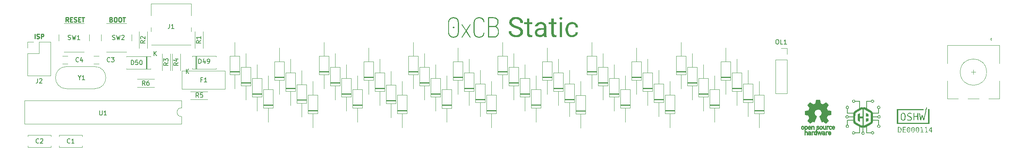
<source format=gbr>
%TF.GenerationSoftware,KiCad,Pcbnew,(5.99.0-11145-g173c9a974c)*%
%TF.CreationDate,2021-06-26T13:40:00+02:00*%
%TF.ProjectId,0xcb-static,30786362-2d73-4746-9174-69632e6b6963,1.0*%
%TF.SameCoordinates,Original*%
%TF.FileFunction,Legend,Top*%
%TF.FilePolarity,Positive*%
%FSLAX46Y46*%
G04 Gerber Fmt 4.6, Leading zero omitted, Abs format (unit mm)*
G04 Created by KiCad (PCBNEW (5.99.0-11145-g173c9a974c)) date 2021-06-26 13:40:00*
%MOMM*%
%LPD*%
G01*
G04 APERTURE LIST*
%ADD10C,0.250000*%
%ADD11C,0.150000*%
%ADD12C,0.120000*%
%ADD13C,0.010000*%
%ADD14C,1.750000*%
%ADD15C,3.987800*%
%ADD16C,2.250000*%
%ADD17R,1.600000X1.600000*%
%ADD18O,1.600000X1.600000*%
%ADD19C,2.000000*%
%ADD20C,3.048000*%
%ADD21R,1.700000X1.700000*%
%ADD22O,1.700000X1.700000*%
%ADD23R,2.200000X2.200000*%
%ADD24O,2.200000X2.200000*%
%ADD25C,1.400000*%
%ADD26O,1.400000X1.400000*%
%ADD27C,1.600000*%
%ADD28C,1.500000*%
%ADD29R,2.000000X2.000000*%
%ADD30R,2.000000X3.200000*%
%ADD31C,0.700000*%
%ADD32O,0.900000X1.700000*%
%ADD33O,0.900000X2.400000*%
G04 APERTURE END LIST*
D10*
X60618857Y-41076571D02*
X60761714Y-41124190D01*
X60809333Y-41171809D01*
X60856952Y-41267047D01*
X60856952Y-41409904D01*
X60809333Y-41505142D01*
X60761714Y-41552761D01*
X60666476Y-41600380D01*
X60285523Y-41600380D01*
X60285523Y-40600380D01*
X60618857Y-40600380D01*
X60714095Y-40648000D01*
X60761714Y-40695619D01*
X60809333Y-40790857D01*
X60809333Y-40886095D01*
X60761714Y-40981333D01*
X60714095Y-41028952D01*
X60618857Y-41076571D01*
X60285523Y-41076571D01*
X61476000Y-40600380D02*
X61666476Y-40600380D01*
X61761714Y-40648000D01*
X61856952Y-40743238D01*
X61904571Y-40933714D01*
X61904571Y-41267047D01*
X61856952Y-41457523D01*
X61761714Y-41552761D01*
X61666476Y-41600380D01*
X61476000Y-41600380D01*
X61380761Y-41552761D01*
X61285523Y-41457523D01*
X61237904Y-41267047D01*
X61237904Y-40933714D01*
X61285523Y-40743238D01*
X61380761Y-40648000D01*
X61476000Y-40600380D01*
X62523619Y-40600380D02*
X62714095Y-40600380D01*
X62809333Y-40648000D01*
X62904571Y-40743238D01*
X62952190Y-40933714D01*
X62952190Y-41267047D01*
X62904571Y-41457523D01*
X62809333Y-41552761D01*
X62714095Y-41600380D01*
X62523619Y-41600380D01*
X62428380Y-41552761D01*
X62333142Y-41457523D01*
X62285523Y-41267047D01*
X62285523Y-40933714D01*
X62333142Y-40743238D01*
X62428380Y-40648000D01*
X62523619Y-40600380D01*
X63237904Y-40600380D02*
X63809333Y-40600380D01*
X63523619Y-41600380D02*
X63523619Y-40600380D01*
X43219809Y-45410380D02*
X43219809Y-44410380D01*
X43648380Y-45362761D02*
X43791238Y-45410380D01*
X44029333Y-45410380D01*
X44124571Y-45362761D01*
X44172190Y-45315142D01*
X44219809Y-45219904D01*
X44219809Y-45124666D01*
X44172190Y-45029428D01*
X44124571Y-44981809D01*
X44029333Y-44934190D01*
X43838857Y-44886571D01*
X43743619Y-44838952D01*
X43696000Y-44791333D01*
X43648380Y-44696095D01*
X43648380Y-44600857D01*
X43696000Y-44505619D01*
X43743619Y-44458000D01*
X43838857Y-44410380D01*
X44076952Y-44410380D01*
X44219809Y-44458000D01*
X44648380Y-45410380D02*
X44648380Y-44410380D01*
X45029333Y-44410380D01*
X45124571Y-44458000D01*
X45172190Y-44505619D01*
X45219809Y-44600857D01*
X45219809Y-44743714D01*
X45172190Y-44838952D01*
X45124571Y-44886571D01*
X45029333Y-44934190D01*
X44648380Y-44934190D01*
X50871619Y-41600380D02*
X50538285Y-41124190D01*
X50300190Y-41600380D02*
X50300190Y-40600380D01*
X50681142Y-40600380D01*
X50776380Y-40648000D01*
X50824000Y-40695619D01*
X50871619Y-40790857D01*
X50871619Y-40933714D01*
X50824000Y-41028952D01*
X50776380Y-41076571D01*
X50681142Y-41124190D01*
X50300190Y-41124190D01*
X51300190Y-41076571D02*
X51633523Y-41076571D01*
X51776380Y-41600380D02*
X51300190Y-41600380D01*
X51300190Y-40600380D01*
X51776380Y-40600380D01*
X52157333Y-41552761D02*
X52300190Y-41600380D01*
X52538285Y-41600380D01*
X52633523Y-41552761D01*
X52681142Y-41505142D01*
X52728761Y-41409904D01*
X52728761Y-41314666D01*
X52681142Y-41219428D01*
X52633523Y-41171809D01*
X52538285Y-41124190D01*
X52347809Y-41076571D01*
X52252571Y-41028952D01*
X52204952Y-40981333D01*
X52157333Y-40886095D01*
X52157333Y-40790857D01*
X52204952Y-40695619D01*
X52252571Y-40648000D01*
X52347809Y-40600380D01*
X52585904Y-40600380D01*
X52728761Y-40648000D01*
X53157333Y-41076571D02*
X53490666Y-41076571D01*
X53633523Y-41600380D02*
X53157333Y-41600380D01*
X53157333Y-40600380D01*
X53633523Y-40600380D01*
X53919238Y-40600380D02*
X54490666Y-40600380D01*
X54204952Y-41600380D02*
X54204952Y-40600380D01*
D11*
%TO.C,SW2*%
X60896666Y-45616761D02*
X61039523Y-45664380D01*
X61277619Y-45664380D01*
X61372857Y-45616761D01*
X61420476Y-45569142D01*
X61468095Y-45473904D01*
X61468095Y-45378666D01*
X61420476Y-45283428D01*
X61372857Y-45235809D01*
X61277619Y-45188190D01*
X61087142Y-45140571D01*
X60991904Y-45092952D01*
X60944285Y-45045333D01*
X60896666Y-44950095D01*
X60896666Y-44854857D01*
X60944285Y-44759619D01*
X60991904Y-44712000D01*
X61087142Y-44664380D01*
X61325238Y-44664380D01*
X61468095Y-44712000D01*
X61801428Y-44664380D02*
X62039523Y-45664380D01*
X62230000Y-44950095D01*
X62420476Y-45664380D01*
X62658571Y-44664380D01*
X62991904Y-44759619D02*
X63039523Y-44712000D01*
X63134761Y-44664380D01*
X63372857Y-44664380D01*
X63468095Y-44712000D01*
X63515714Y-44759619D01*
X63563333Y-44854857D01*
X63563333Y-44950095D01*
X63515714Y-45092952D01*
X62944285Y-45664380D01*
X63563333Y-45664380D01*
%TO.C,OL1*%
X212133809Y-45662380D02*
X212324285Y-45662380D01*
X212419523Y-45710000D01*
X212514761Y-45805238D01*
X212562380Y-45995714D01*
X212562380Y-46329047D01*
X212514761Y-46519523D01*
X212419523Y-46614761D01*
X212324285Y-46662380D01*
X212133809Y-46662380D01*
X212038571Y-46614761D01*
X211943333Y-46519523D01*
X211895714Y-46329047D01*
X211895714Y-45995714D01*
X211943333Y-45805238D01*
X212038571Y-45710000D01*
X212133809Y-45662380D01*
X213467142Y-46662380D02*
X212990952Y-46662380D01*
X212990952Y-45662380D01*
X214324285Y-46662380D02*
X213752857Y-46662380D01*
X214038571Y-46662380D02*
X214038571Y-45662380D01*
X213943333Y-45805238D01*
X213848095Y-45900476D01*
X213752857Y-45948095D01*
%TO.C,D50*%
X65171214Y-51382380D02*
X65171214Y-50382380D01*
X65409309Y-50382380D01*
X65552166Y-50430000D01*
X65647404Y-50525238D01*
X65695023Y-50620476D01*
X65742642Y-50810952D01*
X65742642Y-50953809D01*
X65695023Y-51144285D01*
X65647404Y-51239523D01*
X65552166Y-51334761D01*
X65409309Y-51382380D01*
X65171214Y-51382380D01*
X66647404Y-50382380D02*
X66171214Y-50382380D01*
X66123595Y-50858571D01*
X66171214Y-50810952D01*
X66266452Y-50763333D01*
X66504547Y-50763333D01*
X66599785Y-50810952D01*
X66647404Y-50858571D01*
X66695023Y-50953809D01*
X66695023Y-51191904D01*
X66647404Y-51287142D01*
X66599785Y-51334761D01*
X66504547Y-51382380D01*
X66266452Y-51382380D01*
X66171214Y-51334761D01*
X66123595Y-51287142D01*
X67314071Y-50382380D02*
X67409309Y-50382380D01*
X67504547Y-50430000D01*
X67552166Y-50477619D01*
X67599785Y-50572857D01*
X67647404Y-50763333D01*
X67647404Y-51001428D01*
X67599785Y-51191904D01*
X67552166Y-51287142D01*
X67504547Y-51334761D01*
X67409309Y-51382380D01*
X67314071Y-51382380D01*
X67218833Y-51334761D01*
X67171214Y-51287142D01*
X67123595Y-51191904D01*
X67075976Y-51001428D01*
X67075976Y-50763333D01*
X67123595Y-50572857D01*
X67171214Y-50477619D01*
X67218833Y-50430000D01*
X67314071Y-50382380D01*
X70378095Y-49350380D02*
X70378095Y-48350380D01*
X70949523Y-49350380D02*
X70520952Y-48778952D01*
X70949523Y-48350380D02*
X70378095Y-48921809D01*
%TO.C,R1*%
X80970380Y-45886666D02*
X80494190Y-46220000D01*
X80970380Y-46458095D02*
X79970380Y-46458095D01*
X79970380Y-46077142D01*
X80018000Y-45981904D01*
X80065619Y-45934285D01*
X80160857Y-45886666D01*
X80303714Y-45886666D01*
X80398952Y-45934285D01*
X80446571Y-45981904D01*
X80494190Y-46077142D01*
X80494190Y-46458095D01*
X80970380Y-44934285D02*
X80970380Y-45505714D01*
X80970380Y-45220000D02*
X79970380Y-45220000D01*
X80113238Y-45315238D01*
X80208476Y-45410476D01*
X80256095Y-45505714D01*
%TO.C,C2*%
X44092833Y-69191142D02*
X44045214Y-69238761D01*
X43902357Y-69286380D01*
X43807119Y-69286380D01*
X43664261Y-69238761D01*
X43569023Y-69143523D01*
X43521404Y-69048285D01*
X43473785Y-68857809D01*
X43473785Y-68714952D01*
X43521404Y-68524476D01*
X43569023Y-68429238D01*
X43664261Y-68334000D01*
X43807119Y-68286380D01*
X43902357Y-68286380D01*
X44045214Y-68334000D01*
X44092833Y-68381619D01*
X44473785Y-68381619D02*
X44521404Y-68334000D01*
X44616642Y-68286380D01*
X44854738Y-68286380D01*
X44949976Y-68334000D01*
X44997595Y-68381619D01*
X45045214Y-68476857D01*
X45045214Y-68572095D01*
X44997595Y-68714952D01*
X44426166Y-69286380D01*
X45045214Y-69286380D01*
%TO.C,R4*%
X75826880Y-50966666D02*
X75350690Y-51300000D01*
X75826880Y-51538095D02*
X74826880Y-51538095D01*
X74826880Y-51157142D01*
X74874500Y-51061904D01*
X74922119Y-51014285D01*
X75017357Y-50966666D01*
X75160214Y-50966666D01*
X75255452Y-51014285D01*
X75303071Y-51061904D01*
X75350690Y-51157142D01*
X75350690Y-51538095D01*
X75160214Y-50109523D02*
X75826880Y-50109523D01*
X74779261Y-50347619D02*
X75493547Y-50585714D01*
X75493547Y-49966666D01*
%TO.C,R5*%
X80513333Y-58832380D02*
X80180000Y-58356190D01*
X79941904Y-58832380D02*
X79941904Y-57832380D01*
X80322857Y-57832380D01*
X80418095Y-57880000D01*
X80465714Y-57927619D01*
X80513333Y-58022857D01*
X80513333Y-58165714D01*
X80465714Y-58260952D01*
X80418095Y-58308571D01*
X80322857Y-58356190D01*
X79941904Y-58356190D01*
X81418095Y-57832380D02*
X80941904Y-57832380D01*
X80894285Y-58308571D01*
X80941904Y-58260952D01*
X81037142Y-58213333D01*
X81275238Y-58213333D01*
X81370476Y-58260952D01*
X81418095Y-58308571D01*
X81465714Y-58403809D01*
X81465714Y-58641904D01*
X81418095Y-58737142D01*
X81370476Y-58784761D01*
X81275238Y-58832380D01*
X81037142Y-58832380D01*
X80941904Y-58784761D01*
X80894285Y-58737142D01*
%TO.C,C1*%
X51204833Y-69191142D02*
X51157214Y-69238761D01*
X51014357Y-69286380D01*
X50919119Y-69286380D01*
X50776261Y-69238761D01*
X50681023Y-69143523D01*
X50633404Y-69048285D01*
X50585785Y-68857809D01*
X50585785Y-68714952D01*
X50633404Y-68524476D01*
X50681023Y-68429238D01*
X50776261Y-68334000D01*
X50919119Y-68286380D01*
X51014357Y-68286380D01*
X51157214Y-68334000D01*
X51204833Y-68381619D01*
X52157214Y-69286380D02*
X51585785Y-69286380D01*
X51871500Y-69286380D02*
X51871500Y-68286380D01*
X51776261Y-68429238D01*
X51681023Y-68524476D01*
X51585785Y-68572095D01*
%TO.C,F1*%
X81326666Y-54838571D02*
X80993333Y-54838571D01*
X80993333Y-55362380D02*
X80993333Y-54362380D01*
X81469523Y-54362380D01*
X82374285Y-55362380D02*
X81802857Y-55362380D01*
X82088571Y-55362380D02*
X82088571Y-54362380D01*
X81993333Y-54505238D01*
X81898095Y-54600476D01*
X81802857Y-54648095D01*
%TO.C,R6*%
X68303333Y-56082380D02*
X67970000Y-55606190D01*
X67731904Y-56082380D02*
X67731904Y-55082380D01*
X68112857Y-55082380D01*
X68208095Y-55130000D01*
X68255714Y-55177619D01*
X68303333Y-55272857D01*
X68303333Y-55415714D01*
X68255714Y-55510952D01*
X68208095Y-55558571D01*
X68112857Y-55606190D01*
X67731904Y-55606190D01*
X69160476Y-55082380D02*
X68970000Y-55082380D01*
X68874761Y-55130000D01*
X68827142Y-55177619D01*
X68731904Y-55320476D01*
X68684285Y-55510952D01*
X68684285Y-55891904D01*
X68731904Y-55987142D01*
X68779523Y-56034761D01*
X68874761Y-56082380D01*
X69065238Y-56082380D01*
X69160476Y-56034761D01*
X69208095Y-55987142D01*
X69255714Y-55891904D01*
X69255714Y-55653809D01*
X69208095Y-55558571D01*
X69160476Y-55510952D01*
X69065238Y-55463333D01*
X68874761Y-55463333D01*
X68779523Y-55510952D01*
X68731904Y-55558571D01*
X68684285Y-55653809D01*
%TO.C,U1*%
X57968095Y-61882380D02*
X57968095Y-62691904D01*
X58015714Y-62787142D01*
X58063333Y-62834761D01*
X58158571Y-62882380D01*
X58349047Y-62882380D01*
X58444285Y-62834761D01*
X58491904Y-62787142D01*
X58539523Y-62691904D01*
X58539523Y-61882380D01*
X59539523Y-62882380D02*
X58968095Y-62882380D01*
X59253809Y-62882380D02*
X59253809Y-61882380D01*
X59158571Y-62025238D01*
X59063333Y-62120476D01*
X58968095Y-62168095D01*
%TO.C,C3*%
X60285333Y-50649142D02*
X60237714Y-50696761D01*
X60094857Y-50744380D01*
X59999619Y-50744380D01*
X59856761Y-50696761D01*
X59761523Y-50601523D01*
X59713904Y-50506285D01*
X59666285Y-50315809D01*
X59666285Y-50172952D01*
X59713904Y-49982476D01*
X59761523Y-49887238D01*
X59856761Y-49792000D01*
X59999619Y-49744380D01*
X60094857Y-49744380D01*
X60237714Y-49792000D01*
X60285333Y-49839619D01*
X60618666Y-49744380D02*
X61237714Y-49744380D01*
X60904380Y-50125333D01*
X61047238Y-50125333D01*
X61142476Y-50172952D01*
X61190095Y-50220571D01*
X61237714Y-50315809D01*
X61237714Y-50553904D01*
X61190095Y-50649142D01*
X61142476Y-50696761D01*
X61047238Y-50744380D01*
X60761523Y-50744380D01*
X60666285Y-50696761D01*
X60618666Y-50649142D01*
%TO.C,D49*%
X80535714Y-51088380D02*
X80535714Y-50088380D01*
X80773809Y-50088380D01*
X80916666Y-50136000D01*
X81011904Y-50231238D01*
X81059523Y-50326476D01*
X81107142Y-50516952D01*
X81107142Y-50659809D01*
X81059523Y-50850285D01*
X81011904Y-50945523D01*
X80916666Y-51040761D01*
X80773809Y-51088380D01*
X80535714Y-51088380D01*
X81964285Y-50421714D02*
X81964285Y-51088380D01*
X81726190Y-50040761D02*
X81488095Y-50755047D01*
X82107142Y-50755047D01*
X82535714Y-51088380D02*
X82726190Y-51088380D01*
X82821428Y-51040761D01*
X82869047Y-50993142D01*
X82964285Y-50850285D01*
X83011904Y-50659809D01*
X83011904Y-50278857D01*
X82964285Y-50183619D01*
X82916666Y-50136000D01*
X82821428Y-50088380D01*
X82630952Y-50088380D01*
X82535714Y-50136000D01*
X82488095Y-50183619D01*
X82440476Y-50278857D01*
X82440476Y-50516952D01*
X82488095Y-50612190D01*
X82535714Y-50659809D01*
X82630952Y-50707428D01*
X82821428Y-50707428D01*
X82916666Y-50659809D01*
X82964285Y-50612190D01*
X83011904Y-50516952D01*
X77678095Y-53374380D02*
X77678095Y-52374380D01*
X78249523Y-53374380D02*
X77820952Y-52802952D01*
X78249523Y-52374380D02*
X77678095Y-52945809D01*
%TO.C,Y1*%
X53371809Y-54332190D02*
X53371809Y-54808380D01*
X53038476Y-53808380D02*
X53371809Y-54332190D01*
X53705142Y-53808380D01*
X54562285Y-54808380D02*
X53990857Y-54808380D01*
X54276571Y-54808380D02*
X54276571Y-53808380D01*
X54181333Y-53951238D01*
X54086095Y-54046476D01*
X53990857Y-54094095D01*
%TO.C,R2*%
X68270380Y-45886666D02*
X67794190Y-46220000D01*
X68270380Y-46458095D02*
X67270380Y-46458095D01*
X67270380Y-46077142D01*
X67318000Y-45981904D01*
X67365619Y-45934285D01*
X67460857Y-45886666D01*
X67603714Y-45886666D01*
X67698952Y-45934285D01*
X67746571Y-45981904D01*
X67794190Y-46077142D01*
X67794190Y-46458095D01*
X67365619Y-45505714D02*
X67318000Y-45458095D01*
X67270380Y-45362857D01*
X67270380Y-45124761D01*
X67318000Y-45029523D01*
X67365619Y-44981904D01*
X67460857Y-44934285D01*
X67556095Y-44934285D01*
X67698952Y-44981904D01*
X68270380Y-45553333D01*
X68270380Y-44934285D01*
%TO.C,R3*%
X73540880Y-50966666D02*
X73064690Y-51300000D01*
X73540880Y-51538095D02*
X72540880Y-51538095D01*
X72540880Y-51157142D01*
X72588500Y-51061904D01*
X72636119Y-51014285D01*
X72731357Y-50966666D01*
X72874214Y-50966666D01*
X72969452Y-51014285D01*
X73017071Y-51061904D01*
X73064690Y-51157142D01*
X73064690Y-51538095D01*
X72540880Y-50633333D02*
X72540880Y-50014285D01*
X72921833Y-50347619D01*
X72921833Y-50204761D01*
X72969452Y-50109523D01*
X73017071Y-50061904D01*
X73112309Y-50014285D01*
X73350404Y-50014285D01*
X73445642Y-50061904D01*
X73493261Y-50109523D01*
X73540880Y-50204761D01*
X73540880Y-50490476D01*
X73493261Y-50585714D01*
X73445642Y-50633333D01*
%TO.C,J1*%
X73898166Y-42124380D02*
X73898166Y-42838666D01*
X73850547Y-42981523D01*
X73755309Y-43076761D01*
X73612452Y-43124380D01*
X73517214Y-43124380D01*
X74898166Y-43124380D02*
X74326738Y-43124380D01*
X74612452Y-43124380D02*
X74612452Y-42124380D01*
X74517214Y-42267238D01*
X74421976Y-42362476D01*
X74326738Y-42410095D01*
%TO.C,J2*%
X43857666Y-54570380D02*
X43857666Y-55284666D01*
X43810047Y-55427523D01*
X43714809Y-55522761D01*
X43571952Y-55570380D01*
X43476714Y-55570380D01*
X44286238Y-54665619D02*
X44333857Y-54618000D01*
X44429095Y-54570380D01*
X44667190Y-54570380D01*
X44762428Y-54618000D01*
X44810047Y-54665619D01*
X44857666Y-54760857D01*
X44857666Y-54856095D01*
X44810047Y-54998952D01*
X44238619Y-55570380D01*
X44857666Y-55570380D01*
%TO.C,C4*%
X53173333Y-50649142D02*
X53125714Y-50696761D01*
X52982857Y-50744380D01*
X52887619Y-50744380D01*
X52744761Y-50696761D01*
X52649523Y-50601523D01*
X52601904Y-50506285D01*
X52554285Y-50315809D01*
X52554285Y-50172952D01*
X52601904Y-49982476D01*
X52649523Y-49887238D01*
X52744761Y-49792000D01*
X52887619Y-49744380D01*
X52982857Y-49744380D01*
X53125714Y-49792000D01*
X53173333Y-49839619D01*
X54030476Y-50077714D02*
X54030476Y-50744380D01*
X53792380Y-49696761D02*
X53554285Y-50411047D01*
X54173333Y-50411047D01*
%TO.C,SW1*%
X50800166Y-45616761D02*
X50943023Y-45664380D01*
X51181119Y-45664380D01*
X51276357Y-45616761D01*
X51323976Y-45569142D01*
X51371595Y-45473904D01*
X51371595Y-45378666D01*
X51323976Y-45283428D01*
X51276357Y-45235809D01*
X51181119Y-45188190D01*
X50990642Y-45140571D01*
X50895404Y-45092952D01*
X50847785Y-45045333D01*
X50800166Y-44950095D01*
X50800166Y-44854857D01*
X50847785Y-44759619D01*
X50895404Y-44712000D01*
X50990642Y-44664380D01*
X51228738Y-44664380D01*
X51371595Y-44712000D01*
X51704928Y-44664380D02*
X51943023Y-45664380D01*
X52133500Y-44950095D01*
X52323976Y-45664380D01*
X52562071Y-44664380D01*
X53466833Y-45664380D02*
X52895404Y-45664380D01*
X53181119Y-45664380D02*
X53181119Y-44664380D01*
X53085880Y-44807238D01*
X52990642Y-44902476D01*
X52895404Y-44950095D01*
D12*
%TO.C,D36*%
X205549500Y-63222000D02*
X205549500Y-60032000D01*
X204429500Y-59312000D02*
X206669500Y-59312000D01*
X204429500Y-55792000D02*
X204429500Y-60032000D01*
X204429500Y-59432000D02*
X206669500Y-59432000D01*
X204429500Y-60032000D02*
X206669500Y-60032000D01*
X205549500Y-52602000D02*
X205549500Y-55792000D01*
X204429500Y-59192000D02*
X206669500Y-59192000D01*
X206669500Y-60032000D02*
X206669500Y-55792000D01*
X206669500Y-55792000D02*
X204429500Y-55792000D01*
%TO.C,D47*%
X196809500Y-57062000D02*
X196809500Y-61302000D01*
X196809500Y-60702000D02*
X199049500Y-60702000D01*
X197929500Y-53872000D02*
X197929500Y-57062000D01*
X196809500Y-60582000D02*
X199049500Y-60582000D01*
X197929500Y-64492000D02*
X197929500Y-61302000D01*
X199049500Y-61302000D02*
X199049500Y-57062000D01*
X196809500Y-60462000D02*
X199049500Y-60462000D01*
X199049500Y-57062000D02*
X196809500Y-57062000D01*
X196809500Y-61302000D02*
X199049500Y-61302000D01*
%TO.C,D20*%
X162369500Y-60682000D02*
X162369500Y-57492000D01*
X163489500Y-53252000D02*
X161249500Y-53252000D01*
X161249500Y-56772000D02*
X163489500Y-56772000D01*
X162369500Y-50062000D02*
X162369500Y-53252000D01*
X163489500Y-57492000D02*
X163489500Y-53252000D01*
X161249500Y-53252000D02*
X161249500Y-57492000D01*
X161249500Y-56652000D02*
X163489500Y-56652000D01*
X161249500Y-57492000D02*
X163489500Y-57492000D01*
X161249500Y-56892000D02*
X163489500Y-56892000D01*
%TO.C,SW2*%
X58285500Y-44462000D02*
X58285500Y-45962000D01*
X65285500Y-45962000D02*
X65285500Y-44462000D01*
X64035500Y-41962000D02*
X59535500Y-41962000D01*
X59535500Y-48462000D02*
X64035500Y-48462000D01*
%TO.C,OL1*%
X213110000Y-47650000D02*
X214440000Y-47650000D01*
X214440000Y-50250000D02*
X214440000Y-57930000D01*
X211780000Y-50250000D02*
X214440000Y-50250000D01*
X211780000Y-50250000D02*
X211780000Y-57930000D01*
X211780000Y-57930000D02*
X214440000Y-57930000D01*
X214440000Y-47650000D02*
X214440000Y-48980000D01*
%TO.C,D10*%
X181269500Y-54952000D02*
X181269500Y-50712000D01*
X179029500Y-54352000D02*
X181269500Y-54352000D01*
X180149500Y-47522000D02*
X180149500Y-50712000D01*
X181269500Y-50712000D02*
X179029500Y-50712000D01*
X179029500Y-54112000D02*
X181269500Y-54112000D01*
X179029500Y-50712000D02*
X179029500Y-54952000D01*
X179029500Y-54232000D02*
X181269500Y-54232000D01*
X180149500Y-58142000D02*
X180149500Y-54952000D01*
X179029500Y-54952000D02*
X181269500Y-54952000D01*
%TO.C,D14*%
X101409500Y-50062000D02*
X101409500Y-53252000D01*
X100289500Y-57492000D02*
X102529500Y-57492000D01*
X102529500Y-53252000D02*
X100289500Y-53252000D01*
X102529500Y-57492000D02*
X102529500Y-53252000D01*
X101409500Y-60682000D02*
X101409500Y-57492000D01*
X100289500Y-53252000D02*
X100289500Y-57492000D01*
X100289500Y-56772000D02*
X102529500Y-56772000D01*
X100289500Y-56652000D02*
X102529500Y-56652000D01*
X100289500Y-56892000D02*
X102529500Y-56892000D01*
%TO.C,D50*%
X68770000Y-52400000D02*
X68770000Y-49460000D01*
X64110000Y-49460000D02*
X64110000Y-49590000D01*
X69550000Y-52270000D02*
X69550000Y-52400000D01*
X69550000Y-49460000D02*
X64110000Y-49460000D01*
X69550000Y-52400000D02*
X64110000Y-52400000D01*
X68650000Y-52400000D02*
X68650000Y-49460000D01*
X68530000Y-52400000D02*
X68530000Y-49460000D01*
X69550000Y-49590000D02*
X69550000Y-49460000D01*
X64110000Y-52400000D02*
X64110000Y-52270000D01*
%TO.C,D27*%
X112989500Y-58762000D02*
X115229500Y-58762000D01*
X115229500Y-58762000D02*
X115229500Y-54522000D01*
X112989500Y-58042000D02*
X115229500Y-58042000D01*
X112989500Y-58162000D02*
X115229500Y-58162000D01*
X114109500Y-61952000D02*
X114109500Y-58762000D01*
X114109500Y-51332000D02*
X114109500Y-54522000D01*
X112989500Y-57922000D02*
X115229500Y-57922000D01*
X112989500Y-54522000D02*
X112989500Y-58762000D01*
X115229500Y-54522000D02*
X112989500Y-54522000D01*
%TO.C,D28*%
X124269500Y-52856000D02*
X124269500Y-56046000D01*
X123149500Y-56046000D02*
X123149500Y-60286000D01*
X123149500Y-59446000D02*
X125389500Y-59446000D01*
X123149500Y-59566000D02*
X125389500Y-59566000D01*
X125389500Y-56046000D02*
X123149500Y-56046000D01*
X123149500Y-60286000D02*
X125389500Y-60286000D01*
X123149500Y-59686000D02*
X125389500Y-59686000D01*
X124269500Y-63476000D02*
X124269500Y-60286000D01*
X125389500Y-60286000D02*
X125389500Y-56046000D01*
%TO.C,R1*%
X79661500Y-43800000D02*
X79661500Y-47640000D01*
X81501500Y-43800000D02*
X81501500Y-47640000D01*
%TO.C,D17*%
X133009500Y-51982000D02*
X130769500Y-51982000D01*
X131889500Y-59412000D02*
X131889500Y-56222000D01*
X133009500Y-56222000D02*
X133009500Y-51982000D01*
X130769500Y-51982000D02*
X130769500Y-56222000D01*
X130769500Y-56222000D02*
X133009500Y-56222000D01*
X130769500Y-55622000D02*
X133009500Y-55622000D01*
X131889500Y-48792000D02*
X131889500Y-51982000D01*
X130769500Y-55382000D02*
X133009500Y-55382000D01*
X130769500Y-55502000D02*
X133009500Y-55502000D01*
%TO.C,D40*%
X125689500Y-62572000D02*
X127929500Y-62572000D01*
X125689500Y-61852000D02*
X127929500Y-61852000D01*
X126809500Y-55142000D02*
X126809500Y-58332000D01*
X125689500Y-58332000D02*
X125689500Y-62572000D01*
X125689500Y-61972000D02*
X127929500Y-61972000D01*
X127929500Y-58332000D02*
X125689500Y-58332000D01*
X126809500Y-65762000D02*
X126809500Y-62572000D01*
X125689500Y-61732000D02*
X127929500Y-61732000D01*
X127929500Y-62572000D02*
X127929500Y-58332000D01*
%TO.C,D32*%
X163789500Y-55792000D02*
X163789500Y-60032000D01*
X163789500Y-59192000D02*
X166029500Y-59192000D01*
X166029500Y-55792000D02*
X163789500Y-55792000D01*
X163789500Y-59312000D02*
X166029500Y-59312000D01*
X163789500Y-59432000D02*
X166029500Y-59432000D01*
X164909500Y-52602000D02*
X164909500Y-55792000D01*
X164909500Y-63222000D02*
X164909500Y-60032000D01*
X166029500Y-60032000D02*
X166029500Y-55792000D01*
X163789500Y-60032000D02*
X166029500Y-60032000D01*
%TO.C,D48*%
X208089500Y-65762000D02*
X208089500Y-62572000D01*
X206969500Y-62572000D02*
X209209500Y-62572000D01*
X209209500Y-62572000D02*
X209209500Y-58332000D01*
X208089500Y-55142000D02*
X208089500Y-58332000D01*
X206969500Y-58332000D02*
X206969500Y-62572000D01*
X206969500Y-61972000D02*
X209209500Y-61972000D01*
X209209500Y-58332000D02*
X206969500Y-58332000D01*
X206969500Y-61732000D02*
X209209500Y-61732000D01*
X206969500Y-61852000D02*
X209209500Y-61852000D01*
%TO.C,C2*%
X46879500Y-67779000D02*
X46879500Y-67464000D01*
X46879500Y-67464000D02*
X41639500Y-67464000D01*
X41639500Y-67779000D02*
X41639500Y-67464000D01*
X46879500Y-70204000D02*
X46879500Y-69889000D01*
X41639500Y-70204000D02*
X41639500Y-69889000D01*
X46879500Y-70204000D02*
X41639500Y-70204000D01*
%TO.C,R4*%
X76358000Y-48880000D02*
X76358000Y-52720000D01*
X74518000Y-48880000D02*
X74518000Y-52720000D01*
%TO.C,D19*%
X151089500Y-55382000D02*
X153329500Y-55382000D01*
X151089500Y-51982000D02*
X151089500Y-56222000D01*
X151089500Y-55622000D02*
X153329500Y-55622000D01*
X153329500Y-56222000D02*
X153329500Y-51982000D01*
X152209500Y-59412000D02*
X152209500Y-56222000D01*
X151089500Y-55502000D02*
X153329500Y-55502000D01*
X153329500Y-51982000D02*
X151089500Y-51982000D01*
X152209500Y-48792000D02*
X152209500Y-51982000D01*
X151089500Y-56222000D02*
X153329500Y-56222000D01*
%TO.C,D35*%
X194269500Y-54522000D02*
X194269500Y-58762000D01*
X196509500Y-58762000D02*
X196509500Y-54522000D01*
X194269500Y-57922000D02*
X196509500Y-57922000D01*
X194269500Y-58162000D02*
X196509500Y-58162000D01*
X195389500Y-51332000D02*
X195389500Y-54522000D01*
X196509500Y-54522000D02*
X194269500Y-54522000D01*
X195389500Y-61952000D02*
X195389500Y-58762000D01*
X194269500Y-58042000D02*
X196509500Y-58042000D01*
X194269500Y-58762000D02*
X196509500Y-58762000D01*
%TO.C,R5*%
X78661500Y-57500000D02*
X82501500Y-57500000D01*
X78661500Y-59340000D02*
X82501500Y-59340000D01*
%TO.C,L1*%
G36*
X144715444Y-40586537D02*
G01*
X145019450Y-40696075D01*
X145255988Y-40862762D01*
X145425850Y-41070725D01*
X145562375Y-41546975D01*
X145533800Y-41689850D01*
X145448075Y-41724775D01*
X145349650Y-41683500D01*
X145333775Y-41610475D01*
X145286150Y-41353300D01*
X145140100Y-41080250D01*
X144841650Y-40864350D01*
X144336825Y-40778625D01*
X143894706Y-40844506D01*
X143571650Y-41042150D01*
X143374006Y-41377906D01*
X143308125Y-41858125D01*
X143308125Y-43921875D01*
X143374800Y-44406063D01*
X143574825Y-44741025D01*
X143905025Y-44936288D01*
X144362225Y-45001375D01*
X144863875Y-44918825D01*
X145143275Y-44709275D01*
X145276625Y-44436225D01*
X145333775Y-44169525D01*
X145359175Y-44090150D01*
X145448075Y-44055225D01*
X145533800Y-44093325D01*
X145562375Y-44239375D01*
X145422675Y-44709275D01*
X145248844Y-44917238D01*
X145006750Y-45083925D01*
X144697981Y-45193463D01*
X144324125Y-45229975D01*
X144000275Y-45197431D01*
X143701825Y-45099800D01*
X143445444Y-44930731D01*
X143247800Y-44683875D01*
X143121594Y-44350500D01*
X143079525Y-43921875D01*
X143079525Y-41858125D01*
X143123181Y-41429500D01*
X143254150Y-41096125D01*
X143456556Y-40849269D01*
X143714525Y-40680200D01*
X144014563Y-40582569D01*
X144343175Y-40550025D01*
X144715444Y-40586537D01*
G37*
G36*
X146375175Y-40664325D02*
G01*
X146410100Y-40578600D01*
X146489475Y-40550025D01*
X147441975Y-40550025D01*
X147792019Y-40569869D01*
X148105550Y-40629400D01*
X148369869Y-40746081D01*
X148572275Y-40937375D01*
X148700863Y-41219950D01*
X148743725Y-41610475D01*
X148706419Y-41984331D01*
X148594500Y-42293100D01*
X148422256Y-42527256D01*
X148203975Y-42677275D01*
X148546875Y-42896350D01*
X148775475Y-43248775D01*
X148837388Y-43493250D01*
X148858025Y-43794875D01*
X148858025Y-43902825D01*
X148816750Y-44330656D01*
X148692925Y-44661650D01*
X148498456Y-44904537D01*
X148245250Y-45068050D01*
X147946006Y-45160919D01*
X147613425Y-45191875D01*
X146489475Y-45191875D01*
X146406925Y-45160125D01*
X146375175Y-45083925D01*
X146375175Y-42791575D01*
X146603775Y-42791575D01*
X146603775Y-44963275D01*
X147613425Y-44963275D01*
X148038081Y-44899775D01*
X148359550Y-44709275D01*
X148561956Y-44380663D01*
X148629425Y-43902825D01*
X148629425Y-43794875D01*
X148561956Y-43324181D01*
X148359550Y-43017000D01*
X148038081Y-42847931D01*
X147613425Y-42791575D01*
X146603775Y-42791575D01*
X146375175Y-42791575D01*
X146375175Y-40778625D01*
X146603775Y-40778625D01*
X146603775Y-42562975D01*
X147486425Y-42562975D01*
X147944419Y-42512969D01*
X148264300Y-42362950D01*
X148452419Y-42074819D01*
X148515125Y-41610475D01*
X148480994Y-41299325D01*
X148378600Y-41077075D01*
X148003950Y-40838950D01*
X147747569Y-40793706D01*
X147454675Y-40778625D01*
X146603775Y-40778625D01*
X146375175Y-40778625D01*
X146375175Y-40664325D01*
G37*
G36*
X138666275Y-42753475D02*
G01*
X138723425Y-42893175D01*
X138666275Y-43036050D01*
X138526575Y-43096375D01*
X138383700Y-43036050D01*
X138323375Y-42893175D01*
X138383700Y-42753475D01*
X138526575Y-42696325D01*
X138666275Y-42753475D01*
G37*
G36*
X142374675Y-42169275D02*
G01*
X142415950Y-42207375D01*
X142431825Y-42270875D01*
X142412775Y-42328025D01*
X141523775Y-43680575D01*
X142412775Y-45058525D01*
X142428650Y-45087100D01*
X142431825Y-45122025D01*
X142415950Y-45172825D01*
X142374675Y-45214100D01*
X142317525Y-45229975D01*
X142266725Y-45217275D01*
X142228625Y-45179175D01*
X141390425Y-43890125D01*
X140558575Y-45179175D01*
X140517300Y-45217275D01*
X140463325Y-45229975D01*
X140406175Y-45214100D01*
X140364900Y-45172825D01*
X140349025Y-45122025D01*
X140368075Y-45058525D01*
X141250725Y-43680575D01*
X140368075Y-42328025D01*
X140355375Y-42299450D01*
X140349025Y-42270875D01*
X140364900Y-42213725D01*
X140406175Y-42172450D01*
X140463325Y-42156575D01*
X140520475Y-42169275D01*
X140558575Y-42207375D01*
X141390425Y-43477375D01*
X142228625Y-42207375D01*
X142266725Y-42169275D01*
X142317525Y-42156575D01*
X142374675Y-42169275D01*
G37*
G36*
X137891575Y-45099800D02*
G01*
X137640750Y-44930731D01*
X137447075Y-44683875D01*
X137323250Y-44350500D01*
X137281975Y-43921875D01*
X137281975Y-41858125D01*
X137510575Y-41858125D01*
X137510575Y-43921875D01*
X137577250Y-44402094D01*
X137777275Y-44737850D01*
X138096362Y-44935494D01*
X138520225Y-45001375D01*
X138944881Y-44935494D01*
X139266350Y-44737850D01*
X139468756Y-44402094D01*
X139536225Y-43921875D01*
X139536225Y-41858125D01*
X139468756Y-41377906D01*
X139266350Y-41042150D01*
X138944881Y-40844506D01*
X138520225Y-40778625D01*
X138096362Y-40844506D01*
X137777275Y-41042150D01*
X137577250Y-41377906D01*
X137510575Y-41858125D01*
X137281975Y-41858125D01*
X137323250Y-41429500D01*
X137447075Y-41096125D01*
X137640750Y-40849269D01*
X137891575Y-40680200D01*
X138188437Y-40582569D01*
X138520225Y-40550025D01*
X138852806Y-40582569D01*
X139152050Y-40680200D01*
X139405256Y-40849269D01*
X139599725Y-41096125D01*
X139723550Y-41429500D01*
X139764825Y-41858125D01*
X139764825Y-43921875D01*
X139723550Y-44350500D01*
X139599725Y-44683875D01*
X139405256Y-44930731D01*
X139152050Y-45099800D01*
X138852806Y-45197431D01*
X138520225Y-45229975D01*
X138188437Y-45197431D01*
X137891575Y-45099800D01*
G37*
%TO.C,D45*%
X177609500Y-64492000D02*
X177609500Y-61302000D01*
X178729500Y-57062000D02*
X176489500Y-57062000D01*
X176489500Y-60702000D02*
X178729500Y-60702000D01*
X176489500Y-60462000D02*
X178729500Y-60462000D01*
X176489500Y-61302000D02*
X178729500Y-61302000D01*
X177609500Y-53872000D02*
X177609500Y-57062000D01*
X176489500Y-57062000D02*
X176489500Y-61302000D01*
X178729500Y-61302000D02*
X178729500Y-57062000D01*
X176489500Y-60582000D02*
X178729500Y-60582000D01*
%TO.C,D4*%
X118069500Y-54352000D02*
X120309500Y-54352000D01*
X118069500Y-50712000D02*
X118069500Y-54952000D01*
X119189500Y-58142000D02*
X119189500Y-54952000D01*
X120309500Y-54952000D02*
X120309500Y-50712000D01*
X118069500Y-54232000D02*
X120309500Y-54232000D01*
X120309500Y-50712000D02*
X118069500Y-50712000D01*
X118069500Y-54112000D02*
X120309500Y-54112000D01*
X118069500Y-54952000D02*
X120309500Y-54952000D01*
X119189500Y-47522000D02*
X119189500Y-50712000D01*
%TO.C,D22*%
X181569500Y-53252000D02*
X181569500Y-57492000D01*
X182689500Y-60682000D02*
X182689500Y-57492000D01*
X183809500Y-57492000D02*
X183809500Y-53252000D01*
X183809500Y-53252000D02*
X181569500Y-53252000D01*
X182689500Y-50062000D02*
X182689500Y-53252000D01*
X181569500Y-56772000D02*
X183809500Y-56772000D01*
X181569500Y-57492000D02*
X183809500Y-57492000D01*
X181569500Y-56892000D02*
X183809500Y-56892000D01*
X181569500Y-56652000D02*
X183809500Y-56652000D01*
%TO.C,D25*%
X94909500Y-58762000D02*
X94909500Y-54522000D01*
X92669500Y-54522000D02*
X92669500Y-58762000D01*
X92669500Y-58162000D02*
X94909500Y-58162000D01*
X94909500Y-54522000D02*
X92669500Y-54522000D01*
X93789500Y-61952000D02*
X93789500Y-58762000D01*
X92669500Y-58042000D02*
X94909500Y-58042000D01*
X92669500Y-57922000D02*
X94909500Y-57922000D01*
X92669500Y-58762000D02*
X94909500Y-58762000D01*
X93789500Y-51332000D02*
X93789500Y-54522000D01*
%TO.C,D24*%
X201889500Y-56892000D02*
X204129500Y-56892000D01*
X201889500Y-57492000D02*
X204129500Y-57492000D01*
X204129500Y-57492000D02*
X204129500Y-53252000D01*
X201889500Y-56772000D02*
X204129500Y-56772000D01*
X201889500Y-53252000D02*
X201889500Y-57492000D01*
X203009500Y-60682000D02*
X203009500Y-57492000D01*
X201889500Y-56652000D02*
X204129500Y-56652000D01*
X203009500Y-50062000D02*
X203009500Y-53252000D01*
X204129500Y-53252000D02*
X201889500Y-53252000D01*
%TO.C,D9*%
X168869500Y-53082000D02*
X171109500Y-53082000D01*
X169989500Y-46252000D02*
X169989500Y-49442000D01*
X168869500Y-49442000D02*
X168869500Y-53682000D01*
X168869500Y-53682000D02*
X171109500Y-53682000D01*
X168869500Y-52962000D02*
X171109500Y-52962000D01*
X171109500Y-49442000D02*
X168869500Y-49442000D01*
X169989500Y-56872000D02*
X169989500Y-53682000D01*
X171109500Y-53682000D02*
X171109500Y-49442000D01*
X168869500Y-52842000D02*
X171109500Y-52842000D01*
%TO.C,G\u002A\u002A\u002A*%
G36*
X245518995Y-61796496D02*
G01*
X239757653Y-61796496D01*
X239757653Y-64652117D01*
X246571066Y-64652117D01*
X246571066Y-61546003D01*
X246871657Y-61546003D01*
X246871657Y-64902611D01*
X239457062Y-64902611D01*
X239457062Y-61546003D01*
X245518995Y-61546003D01*
X245518995Y-61796496D01*
G37*
G36*
X244254407Y-62402608D02*
G01*
X244280184Y-62426711D01*
X244297655Y-62483963D01*
X244308427Y-62588340D01*
X244314107Y-62753816D01*
X244316302Y-62994367D01*
X244316628Y-63249356D01*
X244316102Y-63559662D01*
X244313429Y-63783765D01*
X244306962Y-63935659D01*
X244295055Y-64029335D01*
X244276061Y-64078788D01*
X244248334Y-64098010D01*
X244216430Y-64101033D01*
X244166508Y-64092665D01*
X244136588Y-64054126D01*
X244121632Y-63965261D01*
X244116602Y-63805915D01*
X244116233Y-63700244D01*
X244116233Y-63299455D01*
X243414853Y-63299455D01*
X243414853Y-63700244D01*
X243412761Y-63899934D01*
X243403126Y-64019613D01*
X243380910Y-64079436D01*
X243341073Y-64099558D01*
X243314655Y-64101033D01*
X243278149Y-64096569D01*
X243251784Y-64073848D01*
X243233914Y-64018877D01*
X243222893Y-63917664D01*
X243217075Y-63756214D01*
X243214814Y-63520536D01*
X243214458Y-63249356D01*
X243214983Y-62939050D01*
X243217656Y-62714947D01*
X243224123Y-62563054D01*
X243236031Y-62469377D01*
X243255025Y-62419924D01*
X243282752Y-62400702D01*
X243314655Y-62397680D01*
X243367176Y-62407084D01*
X243397334Y-62449536D01*
X243411193Y-62546400D01*
X243414817Y-62719035D01*
X243414853Y-62750659D01*
X243414853Y-63103638D01*
X243753018Y-63088825D01*
X244091184Y-63074011D01*
X244105998Y-62735845D01*
X244117296Y-62554732D01*
X244136023Y-62452332D01*
X244169340Y-62407161D01*
X244218719Y-62397680D01*
X244254407Y-62402608D01*
G37*
G36*
X239935019Y-65621549D02*
G01*
X240157270Y-65667267D01*
X240304953Y-65741207D01*
X240402856Y-65858666D01*
X240438226Y-65932056D01*
X240496893Y-66122710D01*
X240500346Y-66310242D01*
X240456422Y-66518211D01*
X240359818Y-66698619D01*
X240189990Y-66811538D01*
X239948821Y-66855804D01*
X239910437Y-66856457D01*
X239707555Y-66856457D01*
X239707555Y-65754287D01*
X239857851Y-65754287D01*
X239857851Y-66768784D01*
X240020000Y-66736354D01*
X240157467Y-66691006D01*
X240257134Y-66628940D01*
X240309981Y-66513515D01*
X240331594Y-66305858D01*
X240332117Y-66258656D01*
X240307151Y-66012065D01*
X240230710Y-65849267D01*
X240100485Y-65766749D01*
X240000382Y-65754287D01*
X239857851Y-65754287D01*
X239707555Y-65754287D01*
X239707555Y-65590372D01*
X239935019Y-65621549D01*
G37*
G36*
X246881953Y-66119836D02*
G01*
X246909337Y-66075009D01*
X247043879Y-65861520D01*
X247141552Y-65721803D01*
X247213993Y-65641953D01*
X247272840Y-65608071D01*
X247303630Y-65603991D01*
X247338837Y-65627701D01*
X247360357Y-65709170D01*
X247370703Y-65863903D01*
X247372643Y-66029830D01*
X247375852Y-66242726D01*
X247387530Y-66373026D01*
X247410760Y-66438187D01*
X247447791Y-66455668D01*
X247514461Y-66482720D01*
X247522939Y-66505766D01*
X247482362Y-66550213D01*
X247447791Y-66555865D01*
X247388131Y-66600675D01*
X247372643Y-66706161D01*
X247350239Y-66825482D01*
X247297496Y-66856457D01*
X247237835Y-66811647D01*
X247222348Y-66706161D01*
X247216875Y-66617189D01*
X247183226Y-66572823D01*
X247095554Y-66557553D01*
X246971855Y-66555865D01*
X246824170Y-66547083D01*
X246743026Y-66512077D01*
X246726735Y-66437859D01*
X246728088Y-66434209D01*
X246821559Y-66434209D01*
X246866056Y-66447654D01*
X246977200Y-66455125D01*
X247021953Y-66455668D01*
X247222348Y-66455668D01*
X247222348Y-66130027D01*
X247219653Y-65964166D01*
X247212604Y-65846875D01*
X247203154Y-65804386D01*
X247171141Y-65843503D01*
X247105459Y-65943269D01*
X247022092Y-66077300D01*
X246937022Y-66219217D01*
X246866235Y-66342637D01*
X246825713Y-66421179D01*
X246821559Y-66434209D01*
X246728088Y-66434209D01*
X246773607Y-66311442D01*
X246881953Y-66119836D01*
G37*
G36*
X241759830Y-65948411D02*
G01*
X241839848Y-65770388D01*
X241855189Y-65750005D01*
X241983365Y-65662726D01*
X242144719Y-65642590D01*
X242298124Y-65689518D01*
X242370172Y-65750974D01*
X242455118Y-65923974D01*
X242491392Y-66148256D01*
X242480351Y-66388287D01*
X242423355Y-66608535D01*
X242331485Y-66763163D01*
X242201193Y-66840285D01*
X242041347Y-66847340D01*
X241893728Y-66784624D01*
X241865407Y-66759871D01*
X241775847Y-66609512D01*
X241728171Y-66401678D01*
X241724115Y-66229401D01*
X241869409Y-66229401D01*
X241884029Y-66419530D01*
X241922695Y-66582441D01*
X241982587Y-66683746D01*
X241987776Y-66687844D01*
X242090646Y-66747763D01*
X242166990Y-66735446D01*
X242229863Y-66681627D01*
X242302317Y-66554676D01*
X242342788Y-66373128D01*
X242350981Y-66170897D01*
X242326602Y-65981897D01*
X242269355Y-65840043D01*
X242237486Y-65804345D01*
X242119914Y-65760805D01*
X242002493Y-65806399D01*
X241923584Y-65905027D01*
X241881654Y-66046438D01*
X241869409Y-66229401D01*
X241724115Y-66229401D01*
X241722718Y-66170076D01*
X241759830Y-65948411D01*
G37*
G36*
X242449375Y-62366431D02*
G01*
X242622647Y-62395760D01*
X242717962Y-62432128D01*
X242757393Y-62488409D01*
X242763570Y-62549692D01*
X242750030Y-62613984D01*
X242690447Y-62615844D01*
X242635063Y-62596834D01*
X242445524Y-62552865D01*
X242255669Y-62554012D01*
X242101784Y-62597645D01*
X242044905Y-62639593D01*
X241963487Y-62779456D01*
X241979641Y-62907522D01*
X242091114Y-63020614D01*
X242295655Y-63115560D01*
X242406114Y-63148563D01*
X242572064Y-63212402D01*
X242715383Y-63300186D01*
X242744280Y-63325709D01*
X242842679Y-63489240D01*
X242865572Y-63685291D01*
X242812867Y-63880410D01*
X242746079Y-63981774D01*
X242660350Y-64063050D01*
X242558090Y-64107853D01*
X242403623Y-64129286D01*
X242332765Y-64133583D01*
X242145027Y-64132911D01*
X241977506Y-64115203D01*
X241899369Y-64095577D01*
X241788154Y-64018208D01*
X241761598Y-63941202D01*
X241786022Y-63866883D01*
X241833613Y-63867454D01*
X242114152Y-63954024D01*
X242327705Y-63971795D01*
X242446905Y-63940432D01*
X242599641Y-63831950D01*
X242657145Y-63699770D01*
X242636400Y-63570698D01*
X242590955Y-63490265D01*
X242505865Y-63425930D01*
X242357925Y-63363036D01*
X242249502Y-63326375D01*
X242012210Y-63234406D01*
X241861271Y-63134530D01*
X241782938Y-63014371D01*
X241763191Y-62888498D01*
X241804004Y-62669934D01*
X241923053Y-62501838D01*
X242106771Y-62394531D01*
X242341592Y-62358336D01*
X242449375Y-62366431D01*
G37*
G36*
X241300852Y-65608411D02*
G01*
X241409902Y-65624301D01*
X241455893Y-65655613D01*
X241461006Y-65679139D01*
X241436488Y-65724242D01*
X241350336Y-65747592D01*
X241183655Y-65754287D01*
X240903873Y-65754287D01*
X240934971Y-66130027D01*
X241197989Y-66145170D01*
X241372524Y-66165957D01*
X241449937Y-66196450D01*
X241431503Y-66227449D01*
X241318499Y-66249756D01*
X241182719Y-66255273D01*
X240904432Y-66255273D01*
X240919701Y-66493242D01*
X240934971Y-66731210D01*
X241223038Y-66746235D01*
X241406296Y-66764070D01*
X241494797Y-66789550D01*
X241493084Y-66816960D01*
X241405702Y-66840587D01*
X241237197Y-66854718D01*
X241135365Y-66856457D01*
X240759626Y-66856457D01*
X240759626Y-65603991D01*
X241110316Y-65603991D01*
X241300852Y-65608411D01*
G37*
G36*
X246296684Y-61105673D02*
G01*
X246306909Y-61159509D01*
X246301622Y-61178691D01*
X246285493Y-61244828D01*
X246252007Y-61391998D01*
X246204420Y-61605247D01*
X246145988Y-61869625D01*
X246079967Y-62170179D01*
X246009613Y-62491957D01*
X245938182Y-62820008D01*
X245868929Y-63139379D01*
X245805111Y-63435119D01*
X245749984Y-63692275D01*
X245706803Y-63895895D01*
X245678825Y-64031029D01*
X245669290Y-64082473D01*
X245626518Y-64096772D01*
X245551874Y-64101033D01*
X245494032Y-64092794D01*
X245451616Y-64055532D01*
X245415720Y-63970428D01*
X245377441Y-63818664D01*
X245344455Y-63662670D01*
X245300536Y-63459130D01*
X245260124Y-63290011D01*
X245229709Y-63181803D01*
X245221586Y-63161102D01*
X245198072Y-63179614D01*
X245160155Y-63279045D01*
X245113574Y-63442162D01*
X245075606Y-63599465D01*
X245021189Y-63829369D01*
X244977852Y-63977551D01*
X244938482Y-64060825D01*
X244895968Y-64095999D01*
X244863431Y-64101033D01*
X244772388Y-64073486D01*
X244743692Y-64038409D01*
X244727832Y-63962886D01*
X244701994Y-63810514D01*
X244669459Y-63603761D01*
X244633508Y-63365094D01*
X244597422Y-63116981D01*
X244564482Y-62881889D01*
X244537969Y-62682285D01*
X244521162Y-62540638D01*
X244516901Y-62485352D01*
X244557726Y-62410988D01*
X244611232Y-62397680D01*
X244652734Y-62407972D01*
X244684278Y-62449686D01*
X244710236Y-62539078D01*
X244734979Y-62692403D01*
X244762876Y-62925917D01*
X244769509Y-62986338D01*
X244805132Y-63297514D01*
X244835294Y-63512650D01*
X244862628Y-63635577D01*
X244889768Y-63670125D01*
X244919348Y-63620124D01*
X244954002Y-63489404D01*
X244991167Y-63308679D01*
X245035134Y-63092767D01*
X245070632Y-62957235D01*
X245105869Y-62883662D01*
X245149050Y-62853628D01*
X245196151Y-62848567D01*
X245256371Y-62858268D01*
X245300029Y-62900604D01*
X245337248Y-62995425D01*
X245378152Y-63162581D01*
X245394148Y-63236831D01*
X245436886Y-63430796D01*
X245475287Y-63592031D01*
X245502192Y-63690748D01*
X245505515Y-63700244D01*
X245515081Y-63727530D01*
X245523316Y-63745540D01*
X245532665Y-63744408D01*
X245545571Y-63714269D01*
X245564478Y-63645259D01*
X245591830Y-63527512D01*
X245630070Y-63351164D01*
X245681643Y-63106351D01*
X245748992Y-62783206D01*
X245834402Y-62372630D01*
X245914587Y-61989507D01*
X245978228Y-61693249D01*
X246028700Y-61472526D01*
X246069379Y-61316005D01*
X246103643Y-61212356D01*
X246134867Y-61150247D01*
X246166427Y-61118347D01*
X246201700Y-61105325D01*
X246212527Y-61103543D01*
X246296684Y-61105673D01*
G37*
G36*
X243195861Y-66186401D02*
G01*
X243214458Y-66230224D01*
X243172691Y-66291424D01*
X243114261Y-66305372D01*
X243032661Y-66274047D01*
X243014064Y-66230224D01*
X243055831Y-66169024D01*
X243114261Y-66155076D01*
X243195861Y-66186401D01*
G37*
G36*
X245243452Y-66731210D02*
G01*
X245381223Y-66747063D01*
X245497406Y-66770294D01*
X245524883Y-66798461D01*
X245474588Y-66825945D01*
X245357453Y-66847130D01*
X245184414Y-66856398D01*
X245168304Y-66856457D01*
X244995465Y-66850341D01*
X244870216Y-66834247D01*
X244817892Y-66811554D01*
X244817614Y-66809686D01*
X244860940Y-66770726D01*
X244955385Y-66747063D01*
X245093156Y-66731210D01*
X245093156Y-65779336D01*
X244955385Y-65795446D01*
X244856009Y-65791385D01*
X244817614Y-65760829D01*
X244834294Y-65708539D01*
X244900390Y-65670772D01*
X245039988Y-65634328D01*
X245053908Y-65631319D01*
X245215054Y-65596766D01*
X245243452Y-66731210D01*
G37*
G36*
X244197833Y-66186401D02*
G01*
X244216430Y-66230224D01*
X244174663Y-66291424D01*
X244116233Y-66305372D01*
X244034633Y-66274047D01*
X244016036Y-66230224D01*
X244057803Y-66169024D01*
X244116233Y-66155076D01*
X244197833Y-66186401D01*
G37*
G36*
X242761803Y-65948411D02*
G01*
X242841820Y-65770388D01*
X242857161Y-65750005D01*
X242985338Y-65662726D01*
X243146692Y-65642590D01*
X243300097Y-65689518D01*
X243372145Y-65750974D01*
X243457090Y-65923974D01*
X243493364Y-66148256D01*
X243482324Y-66388287D01*
X243425328Y-66608535D01*
X243333457Y-66763163D01*
X243203165Y-66840285D01*
X243043319Y-66847340D01*
X242895701Y-66784624D01*
X242867379Y-66759871D01*
X242777820Y-66609512D01*
X242730143Y-66401678D01*
X242726088Y-66229401D01*
X242871381Y-66229401D01*
X242886002Y-66419530D01*
X242924667Y-66582441D01*
X242984559Y-66683746D01*
X242989749Y-66687844D01*
X243092618Y-66747763D01*
X243168962Y-66735446D01*
X243231835Y-66681627D01*
X243304289Y-66554676D01*
X243344760Y-66373128D01*
X243352953Y-66170897D01*
X243328574Y-65981897D01*
X243271328Y-65840043D01*
X243239459Y-65804345D01*
X243121886Y-65760805D01*
X243004466Y-65806399D01*
X242925556Y-65905027D01*
X242883626Y-66046438D01*
X242871381Y-66229401D01*
X242726088Y-66229401D01*
X242724691Y-66170076D01*
X242761803Y-65948411D01*
G37*
G36*
X246231225Y-66163988D02*
G01*
X246245425Y-66731210D01*
X246383196Y-66747063D01*
X246499379Y-66770294D01*
X246526856Y-66798461D01*
X246476560Y-66825945D01*
X246359426Y-66847130D01*
X246186386Y-66856398D01*
X246170277Y-66856457D01*
X245997437Y-66850341D01*
X245872188Y-66834247D01*
X245819864Y-66811554D01*
X245819586Y-66809686D01*
X245862912Y-66770726D01*
X245957357Y-66747063D01*
X246095129Y-66731210D01*
X246095129Y-65779336D01*
X245957357Y-65795446D01*
X245857982Y-65791385D01*
X245819586Y-65760829D01*
X245836266Y-65708539D01*
X245902362Y-65670772D01*
X246041960Y-65634328D01*
X246055880Y-65631319D01*
X246217026Y-65596766D01*
X246231225Y-66163988D01*
G37*
G36*
X240325924Y-62932540D02*
G01*
X240359705Y-62736050D01*
X240379939Y-62674940D01*
X240503156Y-62500491D01*
X240685740Y-62390299D01*
X240899660Y-62359625D01*
X240948939Y-62365192D01*
X241144566Y-62433221D01*
X241285950Y-62569063D01*
X241376678Y-62779374D01*
X241420340Y-63070811D01*
X241425643Y-63249356D01*
X241400612Y-63593363D01*
X241324980Y-63853013D01*
X241197934Y-64030900D01*
X241175081Y-64050151D01*
X241001472Y-64130745D01*
X240797411Y-64146305D01*
X240608480Y-64095389D01*
X240565086Y-64069436D01*
X240464485Y-63965672D01*
X240381264Y-63826808D01*
X240378594Y-63820552D01*
X240337172Y-63655643D01*
X240314615Y-63428537D01*
X240312557Y-63289065D01*
X240534182Y-63289065D01*
X240535731Y-63510283D01*
X240544194Y-63655367D01*
X240565294Y-63748370D01*
X240604752Y-63813350D01*
X240668293Y-63874360D01*
X240674747Y-63879927D01*
X240774005Y-63963384D01*
X240836702Y-63993164D01*
X240904818Y-63977799D01*
X240982979Y-63942574D01*
X241099462Y-63835014D01*
X241173479Y-63640102D01*
X241204029Y-63361697D01*
X241198522Y-63111299D01*
X241165796Y-62850598D01*
X241102461Y-62676735D01*
X241002155Y-62579331D01*
X240858513Y-62548003D01*
X240853213Y-62547975D01*
X240722479Y-62575116D01*
X240629564Y-62663147D01*
X240570197Y-62821986D01*
X240540110Y-63061548D01*
X240534182Y-63289065D01*
X240312557Y-63289065D01*
X240310880Y-63175436D01*
X240325924Y-62932540D01*
G37*
G36*
X242193889Y-66186401D02*
G01*
X242212486Y-66230224D01*
X242170719Y-66291424D01*
X242112288Y-66305372D01*
X242030688Y-66274047D01*
X242012091Y-66230224D01*
X242053858Y-66169024D01*
X242112288Y-66155076D01*
X242193889Y-66186401D01*
G37*
G36*
X243763775Y-65948411D02*
G01*
X243843793Y-65770388D01*
X243859134Y-65750005D01*
X243987310Y-65662726D01*
X244148664Y-65642590D01*
X244302069Y-65689518D01*
X244374117Y-65750974D01*
X244459063Y-65923974D01*
X244495336Y-66148256D01*
X244484296Y-66388287D01*
X244427300Y-66608535D01*
X244335430Y-66763163D01*
X244205137Y-66840285D01*
X244045291Y-66847340D01*
X243897673Y-66784624D01*
X243869351Y-66759871D01*
X243779792Y-66609512D01*
X243732116Y-66401678D01*
X243728060Y-66229401D01*
X243873354Y-66229401D01*
X243887974Y-66419530D01*
X243926640Y-66582441D01*
X243986532Y-66683746D01*
X243991721Y-66687844D01*
X244094590Y-66747763D01*
X244170935Y-66735446D01*
X244233807Y-66681627D01*
X244306261Y-66554676D01*
X244346732Y-66373128D01*
X244354926Y-66170897D01*
X244330546Y-65981897D01*
X244273300Y-65840043D01*
X244241431Y-65804345D01*
X244123859Y-65760805D01*
X244006438Y-65806399D01*
X243927529Y-65905027D01*
X243885599Y-66046438D01*
X243873354Y-66229401D01*
X243728060Y-66229401D01*
X243726663Y-66170076D01*
X243763775Y-65948411D01*
G37*
%TO.C,D39*%
X116649500Y-53872000D02*
X116649500Y-57062000D01*
X115529500Y-60582000D02*
X117769500Y-60582000D01*
X115529500Y-61302000D02*
X117769500Y-61302000D01*
X117769500Y-61302000D02*
X117769500Y-57062000D01*
X115529500Y-57062000D02*
X115529500Y-61302000D01*
X117769500Y-57062000D02*
X115529500Y-57062000D01*
X115529500Y-60462000D02*
X117769500Y-60462000D01*
X116649500Y-64492000D02*
X116649500Y-61302000D01*
X115529500Y-60702000D02*
X117769500Y-60702000D01*
%TO.C,D13*%
X90129500Y-55502000D02*
X92369500Y-55502000D01*
X90129500Y-56222000D02*
X92369500Y-56222000D01*
X90129500Y-51982000D02*
X90129500Y-56222000D01*
X92369500Y-51982000D02*
X90129500Y-51982000D01*
X92369500Y-56222000D02*
X92369500Y-51982000D01*
X90129500Y-55622000D02*
X92369500Y-55622000D01*
X91249500Y-59412000D02*
X91249500Y-56222000D01*
X91249500Y-48792000D02*
X91249500Y-51982000D01*
X90129500Y-55382000D02*
X92369500Y-55382000D01*
%TO.C,D26*%
X102820000Y-59420000D02*
X105060000Y-59420000D01*
X102820000Y-55900000D02*
X102820000Y-60140000D01*
X102820000Y-60140000D02*
X105060000Y-60140000D01*
X102820000Y-59540000D02*
X105060000Y-59540000D01*
X103940000Y-63330000D02*
X103940000Y-60140000D01*
X102820000Y-59300000D02*
X105060000Y-59300000D01*
X105060000Y-60140000D02*
X105060000Y-55900000D01*
X103940000Y-52710000D02*
X103940000Y-55900000D01*
X105060000Y-55900000D02*
X102820000Y-55900000D01*
%TO.C,D12*%
X201589500Y-54952000D02*
X201589500Y-50712000D01*
X200469500Y-47522000D02*
X200469500Y-50712000D01*
X199349500Y-54952000D02*
X201589500Y-54952000D01*
X199349500Y-54232000D02*
X201589500Y-54232000D01*
X199349500Y-54112000D02*
X201589500Y-54112000D01*
X200469500Y-58142000D02*
X200469500Y-54952000D01*
X201589500Y-50712000D02*
X199349500Y-50712000D01*
X199349500Y-54352000D02*
X201589500Y-54352000D01*
X199349500Y-50712000D02*
X199349500Y-54952000D01*
%TO.C,L4*%
G36*
X232428359Y-62436362D02*
G01*
X232438651Y-62440803D01*
X232461763Y-62451128D01*
X232495970Y-62466555D01*
X232539547Y-62486304D01*
X232590769Y-62509592D01*
X232647911Y-62535636D01*
X232708287Y-62563218D01*
X232974216Y-62684835D01*
X232974287Y-62946835D01*
X232974359Y-63208835D01*
X232414359Y-63208835D01*
X232414359Y-62819979D01*
X232414385Y-62731027D01*
X232414495Y-62656777D01*
X232414736Y-62595931D01*
X232415155Y-62547192D01*
X232415801Y-62509261D01*
X232416720Y-62480840D01*
X232417959Y-62460632D01*
X232419567Y-62447339D01*
X232421590Y-62439662D01*
X232424075Y-62436304D01*
X232427071Y-62435966D01*
X232428359Y-62436362D01*
G37*
G36*
X232485683Y-59694609D02*
G01*
X232487241Y-59686093D01*
X232501509Y-59667539D01*
X232515617Y-59657717D01*
X232526368Y-59655687D01*
X232549409Y-59653938D01*
X232585230Y-59652461D01*
X232634320Y-59651248D01*
X232697170Y-59650290D01*
X232774267Y-59649581D01*
X232866102Y-59649110D01*
X232973165Y-59648871D01*
X233041845Y-59648835D01*
X233548578Y-59648835D01*
X233554113Y-59619329D01*
X233571961Y-59563998D01*
X233603353Y-59509711D01*
X233645948Y-59459406D01*
X233697403Y-59416023D01*
X233734661Y-59392835D01*
X233786359Y-59364835D01*
X233894493Y-59364835D01*
X233938401Y-59364985D01*
X233970099Y-59365839D01*
X233993374Y-59368004D01*
X234012017Y-59372086D01*
X234029815Y-59378689D01*
X234050558Y-59388420D01*
X234054696Y-59390452D01*
X234115929Y-59429060D01*
X234167188Y-59478642D01*
X234207319Y-59536993D01*
X234235165Y-59601914D01*
X234249570Y-59671201D01*
X234249378Y-59742653D01*
X234247402Y-59757552D01*
X234228711Y-59829525D01*
X234197198Y-59893978D01*
X234154521Y-59949674D01*
X234102341Y-59995379D01*
X234042317Y-60029857D01*
X233976108Y-60051872D01*
X233905375Y-60060189D01*
X233846359Y-60056106D01*
X233787060Y-60041354D01*
X233728847Y-60016649D01*
X233677864Y-59984803D01*
X233662015Y-59971729D01*
X233636144Y-59944881D01*
X233610125Y-59911886D01*
X233587005Y-59877246D01*
X233569832Y-59845461D01*
X233562273Y-59824445D01*
X233557087Y-59800835D01*
X232630359Y-59800835D01*
X232630411Y-61348835D01*
X232698758Y-61388835D01*
X232735118Y-61410114D01*
X232761530Y-61425557D01*
X232781854Y-61437408D01*
X232799951Y-61447909D01*
X232819683Y-61459304D01*
X232844911Y-61473837D01*
X232862448Y-61483934D01*
X232899071Y-61505076D01*
X232947098Y-61532886D01*
X233004116Y-61565962D01*
X233067715Y-61602900D01*
X233135483Y-61642297D01*
X233205009Y-61682752D01*
X233273880Y-61722861D01*
X233339686Y-61761222D01*
X233400014Y-61796431D01*
X233452454Y-61827086D01*
X233466359Y-61835226D01*
X233523688Y-61868956D01*
X233569379Y-61896319D01*
X233605698Y-61918863D01*
X233634912Y-61938137D01*
X233659289Y-61955689D01*
X233681094Y-61973066D01*
X233702594Y-61991817D01*
X233722553Y-62010208D01*
X233776520Y-62067300D01*
X233828182Y-62134254D01*
X233874586Y-62206506D01*
X233912775Y-62279495D01*
X233937939Y-62342835D01*
X233951644Y-62384835D01*
X235214359Y-62384835D01*
X235214143Y-61922835D01*
X235213928Y-61460835D01*
X235162395Y-61437817D01*
X235099306Y-61401983D01*
X235047581Y-61355566D01*
X235006468Y-61297717D01*
X234975218Y-61227584D01*
X234973964Y-61223927D01*
X234965179Y-61194423D01*
X234960473Y-61167034D01*
X234959169Y-61135556D01*
X234959689Y-61119215D01*
X235090859Y-61119215D01*
X235091186Y-61133518D01*
X235101356Y-61187000D01*
X235124484Y-61234130D01*
X235158270Y-61273372D01*
X235200413Y-61303193D01*
X235248614Y-61322058D01*
X235300574Y-61328432D01*
X235353991Y-61320781D01*
X235366075Y-61316934D01*
X235394545Y-61303857D01*
X235423244Y-61286200D01*
X235429489Y-61281523D01*
X235466027Y-61242891D01*
X235490902Y-61196003D01*
X235503435Y-61144238D01*
X235502944Y-61090979D01*
X235488746Y-61039607D01*
X235481333Y-61024370D01*
X235448738Y-60978566D01*
X235409296Y-60945400D01*
X235365095Y-60924289D01*
X235318225Y-60914647D01*
X235270775Y-60915891D01*
X235224832Y-60927435D01*
X235182487Y-60948696D01*
X235145828Y-60979089D01*
X235116945Y-61018029D01*
X235097925Y-61064933D01*
X235090859Y-61119215D01*
X234959689Y-61119215D01*
X234960341Y-61098741D01*
X234962960Y-61060290D01*
X234967364Y-61031490D01*
X234975130Y-61005994D01*
X234987838Y-60977454D01*
X234993155Y-60966741D01*
X235014077Y-60927654D01*
X235033793Y-60898078D01*
X235056671Y-60872527D01*
X235087082Y-60845515D01*
X235094646Y-60839295D01*
X235153783Y-60801068D01*
X235219465Y-60776202D01*
X235289026Y-60764980D01*
X235359801Y-60767680D01*
X235429123Y-60784585D01*
X235466046Y-60800227D01*
X235518475Y-60830316D01*
X235559803Y-60864339D01*
X235594929Y-60906504D01*
X235602300Y-60917274D01*
X235638796Y-60985555D01*
X235659828Y-61056074D01*
X235665507Y-61127411D01*
X235655945Y-61198148D01*
X235631254Y-61266863D01*
X235591546Y-61332139D01*
X235567270Y-61361737D01*
X235529391Y-61396727D01*
X235483968Y-61427501D01*
X235436616Y-61450700D01*
X235400359Y-61461696D01*
X235374359Y-61466835D01*
X235374359Y-62490065D01*
X235327589Y-62536835D01*
X234656974Y-62536839D01*
X233986359Y-62536844D01*
X233986359Y-63208840D01*
X234507468Y-63208837D01*
X235028578Y-63208835D01*
X235033665Y-63181719D01*
X235047567Y-63137909D01*
X235071918Y-63091171D01*
X235103503Y-63046902D01*
X235131885Y-63016831D01*
X235193908Y-62970122D01*
X235260669Y-62938137D01*
X235330553Y-62921005D01*
X235401944Y-62918856D01*
X235473225Y-62931822D01*
X235542780Y-62960031D01*
X235577919Y-62980893D01*
X235632826Y-63026612D01*
X235676550Y-63082338D01*
X235708063Y-63145719D01*
X235726340Y-63214397D01*
X235730353Y-63286020D01*
X235726701Y-63322132D01*
X235712470Y-63384420D01*
X235689316Y-63437913D01*
X235654768Y-63487404D01*
X235624492Y-63520236D01*
X235594029Y-63549066D01*
X235567758Y-63569308D01*
X235539860Y-63584852D01*
X235507533Y-63598435D01*
X235434514Y-63619435D01*
X235363889Y-63624948D01*
X235294208Y-63615015D01*
X235263174Y-63605659D01*
X235217385Y-63587653D01*
X235180990Y-63567680D01*
X235147608Y-63541664D01*
X235117852Y-63512801D01*
X235098620Y-63489858D01*
X235078633Y-63461007D01*
X235060367Y-63430493D01*
X235046300Y-63402558D01*
X235038910Y-63381449D01*
X235038359Y-63376616D01*
X235030434Y-63374948D01*
X235006962Y-63373467D01*
X234968394Y-63372179D01*
X234915180Y-63371090D01*
X234847773Y-63370206D01*
X234766623Y-63369536D01*
X234672181Y-63369085D01*
X234564900Y-63368860D01*
X234510359Y-63368835D01*
X233982359Y-63368835D01*
X233981944Y-63630835D01*
X233981738Y-63696615D01*
X233981348Y-63759492D01*
X233980804Y-63817089D01*
X233980135Y-63867026D01*
X233979370Y-63906924D01*
X233978539Y-63934407D01*
X233978102Y-63942835D01*
X233974674Y-63992835D01*
X235327589Y-63992835D01*
X235350974Y-64016219D01*
X235374359Y-64039604D01*
X235374359Y-65087054D01*
X235401474Y-65092141D01*
X235455345Y-65109709D01*
X235508060Y-65140550D01*
X235556937Y-65182012D01*
X235599294Y-65231441D01*
X235632448Y-65286182D01*
X235653048Y-65340968D01*
X235664436Y-65413315D01*
X235661415Y-65483443D01*
X235645287Y-65549875D01*
X235617360Y-65611131D01*
X235578939Y-65665729D01*
X235531327Y-65712191D01*
X235475832Y-65749037D01*
X235413758Y-65774787D01*
X235346411Y-65787960D01*
X235275095Y-65787078D01*
X235261213Y-65785200D01*
X235186924Y-65766352D01*
X235121675Y-65734310D01*
X235065591Y-65689169D01*
X235018798Y-65631021D01*
X234992985Y-65585401D01*
X234978082Y-65552970D01*
X234968835Y-65525833D01*
X234963575Y-65497252D01*
X234960631Y-65460491D01*
X234960263Y-65453401D01*
X234959861Y-65438535D01*
X235099742Y-65438535D01*
X235107573Y-65490729D01*
X235129083Y-65539290D01*
X235137313Y-65551417D01*
X235176378Y-65591828D01*
X235223142Y-65619567D01*
X235274883Y-65633899D01*
X235328875Y-65634087D01*
X235382395Y-65619393D01*
X235384813Y-65618342D01*
X235430784Y-65589998D01*
X235466051Y-65552010D01*
X235490118Y-65507053D01*
X235502490Y-65457802D01*
X235502670Y-65406934D01*
X235490164Y-65357123D01*
X235464474Y-65311045D01*
X235445743Y-65289450D01*
X235402233Y-65256507D01*
X235352968Y-65236992D01*
X235300842Y-65230870D01*
X235248747Y-65238108D01*
X235199579Y-65258672D01*
X235156232Y-65292530D01*
X235155964Y-65292805D01*
X235124173Y-65336307D01*
X235105353Y-65385972D01*
X235099742Y-65438535D01*
X234959861Y-65438535D01*
X234959164Y-65412797D01*
X234961036Y-65381687D01*
X234966569Y-65353727D01*
X234973609Y-65330795D01*
X235005191Y-65259334D01*
X235047491Y-65198768D01*
X235099674Y-65149995D01*
X235160904Y-65113913D01*
X235184359Y-65104433D01*
X235214359Y-65093620D01*
X235214359Y-64152835D01*
X233974359Y-64152835D01*
X233973746Y-64250835D01*
X233973329Y-64289732D01*
X233972642Y-64323409D01*
X233971782Y-64348285D01*
X233970844Y-64360780D01*
X233970833Y-64360835D01*
X233968665Y-64374932D01*
X233965429Y-64399026D01*
X233962694Y-64420835D01*
X233947807Y-64495213D01*
X233921776Y-64573717D01*
X233886741Y-64651556D01*
X233844841Y-64723935D01*
X233801163Y-64782647D01*
X233779084Y-64806518D01*
X233751282Y-64833765D01*
X233721026Y-64861497D01*
X233691585Y-64886822D01*
X233666227Y-64906849D01*
X233648221Y-64918688D01*
X233646359Y-64919577D01*
X233632663Y-64926959D01*
X233612030Y-64939487D01*
X233602359Y-64945680D01*
X233589360Y-64953672D01*
X233564427Y-64968574D01*
X233529467Y-64989270D01*
X233486387Y-65014642D01*
X233437095Y-65043577D01*
X233383498Y-65074957D01*
X233327503Y-65107668D01*
X233271019Y-65140592D01*
X233215951Y-65172615D01*
X233164209Y-65202621D01*
X233117698Y-65229493D01*
X233088751Y-65246143D01*
X233063507Y-65260714D01*
X233027715Y-65281493D01*
X232984621Y-65306582D01*
X232937474Y-65334084D01*
X232889520Y-65362104D01*
X232844006Y-65388744D01*
X232804181Y-65412107D01*
X232773291Y-65430298D01*
X232762359Y-65436774D01*
X232730454Y-65455561D01*
X232698865Y-65473877D01*
X232674010Y-65488001D01*
X232672359Y-65488919D01*
X232638359Y-65507781D01*
X232638359Y-66840835D01*
X233554603Y-66840835D01*
X233568140Y-66802721D01*
X233600197Y-66735715D01*
X233645168Y-66677704D01*
X233702041Y-66629802D01*
X233750359Y-66601923D01*
X233776999Y-66589348D01*
X233798103Y-66581045D01*
X233818295Y-66576129D01*
X233842200Y-66573715D01*
X233874445Y-66572918D01*
X233902359Y-66572849D01*
X233943125Y-66573137D01*
X233972437Y-66574516D01*
X233994839Y-66577774D01*
X234014873Y-66583703D01*
X234037083Y-66593091D01*
X234047983Y-66598176D01*
X234111549Y-66636097D01*
X234163420Y-66683095D01*
X234203594Y-66737332D01*
X234232073Y-66796968D01*
X234248855Y-66860164D01*
X234253941Y-66925079D01*
X234247331Y-66989875D01*
X234229025Y-67052711D01*
X234199023Y-67111748D01*
X234157325Y-67165146D01*
X234103930Y-67211066D01*
X234047983Y-67243493D01*
X234023543Y-67254545D01*
X234003159Y-67261810D01*
X233982289Y-67266077D01*
X233956388Y-67268138D01*
X233920914Y-67268782D01*
X233902359Y-67268820D01*
X233862104Y-67268601D01*
X233833217Y-67267341D01*
X233811067Y-67264157D01*
X233791022Y-67258168D01*
X233768451Y-67248492D01*
X233750359Y-67239868D01*
X233705291Y-67214271D01*
X233665402Y-67184518D01*
X233651991Y-67172026D01*
X233632478Y-67149085D01*
X233611472Y-67119360D01*
X233591267Y-67086772D01*
X233574154Y-67055248D01*
X233562425Y-67028709D01*
X233558359Y-67011760D01*
X233556209Y-67009521D01*
X233549053Y-67007598D01*
X233535831Y-67005970D01*
X233515485Y-67004614D01*
X233486955Y-67003507D01*
X233449182Y-67002626D01*
X233401106Y-67001950D01*
X233341669Y-67001456D01*
X233269810Y-67001121D01*
X233184471Y-67000924D01*
X233084591Y-67000841D01*
X233042805Y-67000835D01*
X232527251Y-67000835D01*
X232482359Y-66962223D01*
X232482017Y-66903999D01*
X233696565Y-66903999D01*
X233698613Y-66961922D01*
X233714974Y-67014611D01*
X233744681Y-67060129D01*
X233786769Y-67096539D01*
X233795285Y-67101801D01*
X233849303Y-67125166D01*
X233904039Y-67132770D01*
X233958421Y-67124585D01*
X234000176Y-67107073D01*
X234045791Y-67074153D01*
X234079222Y-67033302D01*
X234100475Y-66986954D01*
X234109555Y-66937540D01*
X234106470Y-66887493D01*
X234091224Y-66839247D01*
X234063824Y-66795234D01*
X234024275Y-66757886D01*
X233999287Y-66742112D01*
X233947843Y-66722385D01*
X233895634Y-66717123D01*
X233844970Y-66725093D01*
X233798163Y-66745058D01*
X233757523Y-66775782D01*
X233725359Y-66816031D01*
X233703983Y-66864568D01*
X233696565Y-66903999D01*
X232482017Y-66903999D01*
X232478359Y-66282194D01*
X232474359Y-65602164D01*
X232399877Y-65644803D01*
X232307771Y-65690795D01*
X232213138Y-65724052D01*
X232111852Y-65745874D01*
X232055894Y-65753060D01*
X231985875Y-65756676D01*
X231914918Y-65753954D01*
X231849694Y-65745268D01*
X231826932Y-65740264D01*
X231806359Y-65735100D01*
X231806359Y-66199967D01*
X231806410Y-66299944D01*
X231806581Y-66385036D01*
X231806898Y-66456355D01*
X231807387Y-66515015D01*
X231808075Y-66562130D01*
X231808987Y-66598814D01*
X231810151Y-66626181D01*
X231811591Y-66645343D01*
X231813334Y-66657416D01*
X231815406Y-66663512D01*
X231817284Y-66664835D01*
X231835511Y-66669373D01*
X231862430Y-66681461D01*
X231894117Y-66698807D01*
X231926648Y-66719117D01*
X231956100Y-66740099D01*
X231977550Y-66758467D01*
X232007525Y-66793976D01*
X232035488Y-66837774D01*
X232045392Y-66856835D01*
X232057919Y-66883499D01*
X232066189Y-66904646D01*
X232071084Y-66924906D01*
X232073486Y-66948912D01*
X232074276Y-66981295D01*
X232074344Y-67008835D01*
X232074056Y-67049601D01*
X232072677Y-67078913D01*
X232069419Y-67101315D01*
X232063490Y-67121349D01*
X232054102Y-67143559D01*
X232049017Y-67154459D01*
X232011282Y-67216962D01*
X231962899Y-67269507D01*
X231905979Y-67311145D01*
X231842633Y-67340930D01*
X231774972Y-67357915D01*
X231705108Y-67361154D01*
X231635151Y-67349698D01*
X231622269Y-67345861D01*
X231552030Y-67315344D01*
X231491288Y-67272157D01*
X231441010Y-67217147D01*
X231403700Y-67154459D01*
X231392648Y-67130019D01*
X231385383Y-67109635D01*
X231381116Y-67088765D01*
X231379055Y-67062864D01*
X231378411Y-67027390D01*
X231378373Y-67008835D01*
X231378385Y-67006535D01*
X231531742Y-67006535D01*
X231539573Y-67058729D01*
X231561083Y-67107290D01*
X231569313Y-67119417D01*
X231608378Y-67159828D01*
X231655142Y-67187567D01*
X231706883Y-67201899D01*
X231760875Y-67202087D01*
X231814395Y-67187393D01*
X231816813Y-67186342D01*
X231862784Y-67157998D01*
X231898051Y-67120010D01*
X231922118Y-67075053D01*
X231934490Y-67025802D01*
X231934670Y-66974934D01*
X231922164Y-66925123D01*
X231896474Y-66879045D01*
X231877743Y-66857450D01*
X231834233Y-66824507D01*
X231784968Y-66804992D01*
X231732842Y-66798870D01*
X231680747Y-66806108D01*
X231631579Y-66826672D01*
X231588232Y-66860530D01*
X231587964Y-66860805D01*
X231556173Y-66904307D01*
X231537353Y-66953972D01*
X231531742Y-67006535D01*
X231378385Y-67006535D01*
X231378589Y-66968605D01*
X231379842Y-66939750D01*
X231383016Y-66917643D01*
X231388997Y-66897659D01*
X231398669Y-66875174D01*
X231407447Y-66856835D01*
X231447286Y-66791933D01*
X231498047Y-66738196D01*
X231558614Y-66696636D01*
X231608245Y-66674616D01*
X231646359Y-66661079D01*
X231646359Y-66206101D01*
X231646337Y-66109284D01*
X231646250Y-66027269D01*
X231646057Y-65958857D01*
X231645723Y-65902848D01*
X231645209Y-65858046D01*
X231644479Y-65823251D01*
X231643494Y-65797264D01*
X231642218Y-65778888D01*
X231640613Y-65766923D01*
X231638641Y-65760171D01*
X231636265Y-65757433D01*
X231633448Y-65757511D01*
X231632359Y-65757979D01*
X231619252Y-65760547D01*
X231593770Y-65762529D01*
X231559532Y-65763737D01*
X231520158Y-65763979D01*
X231518359Y-65763964D01*
X231406535Y-65755771D01*
X231298004Y-65732892D01*
X231191242Y-65694898D01*
X231088414Y-65643475D01*
X231060923Y-65627969D01*
X231039256Y-65616048D01*
X231026733Y-65609527D01*
X231024993Y-65608835D01*
X231024593Y-65616640D01*
X231024211Y-65639277D01*
X231023852Y-65675578D01*
X231023521Y-65724375D01*
X231023222Y-65784500D01*
X231022960Y-65854784D01*
X231022740Y-65934060D01*
X231022565Y-66021159D01*
X231022441Y-66114913D01*
X231022372Y-66214155D01*
X231022359Y-66281450D01*
X231022359Y-66954065D01*
X230975589Y-67000835D01*
X229929852Y-67000835D01*
X229918771Y-67038835D01*
X229900389Y-67089394D01*
X229875556Y-67132836D01*
X229840657Y-67175134D01*
X229829112Y-67187062D01*
X229772982Y-67233538D01*
X229712535Y-67265912D01*
X229649396Y-67284940D01*
X229585190Y-67291374D01*
X229521544Y-67285969D01*
X229460081Y-67269479D01*
X229402428Y-67242659D01*
X229350209Y-67206261D01*
X229305050Y-67161041D01*
X229268577Y-67107752D01*
X229242414Y-67047149D01*
X229228187Y-66979986D01*
X229227445Y-66907897D01*
X229228177Y-66903999D01*
X229376565Y-66903999D01*
X229378613Y-66961922D01*
X229394974Y-67014611D01*
X229424681Y-67060129D01*
X229466769Y-67096539D01*
X229475285Y-67101801D01*
X229529303Y-67125166D01*
X229584039Y-67132770D01*
X229638421Y-67124585D01*
X229680176Y-67107073D01*
X229725791Y-67074153D01*
X229759222Y-67033302D01*
X229780475Y-66986954D01*
X229789555Y-66937540D01*
X229786470Y-66887493D01*
X229771224Y-66839247D01*
X229743824Y-66795234D01*
X229704275Y-66757886D01*
X229679287Y-66742112D01*
X229627843Y-66722385D01*
X229575634Y-66717123D01*
X229524970Y-66725093D01*
X229478163Y-66745058D01*
X229437523Y-66775782D01*
X229405359Y-66816031D01*
X229383983Y-66864568D01*
X229376565Y-66903999D01*
X229228177Y-66903999D01*
X229241350Y-66833896D01*
X229269403Y-66766933D01*
X229310979Y-66707906D01*
X229365452Y-66657713D01*
X229429074Y-66618783D01*
X229496316Y-66594133D01*
X229566759Y-66584459D01*
X229638386Y-66589608D01*
X229709179Y-66609430D01*
X229777119Y-66643776D01*
X229778793Y-66644838D01*
X229831712Y-66687472D01*
X229874308Y-66741611D01*
X229899341Y-66788871D01*
X229922359Y-66840404D01*
X230396359Y-66840619D01*
X230870359Y-66840835D01*
X230870359Y-65515965D01*
X230388661Y-65248400D01*
X230284155Y-65190300D01*
X230192759Y-65139369D01*
X230113556Y-65095082D01*
X230045628Y-65056910D01*
X229988060Y-65024326D01*
X229939933Y-64996805D01*
X229900330Y-64973819D01*
X229868335Y-64954841D01*
X229843030Y-64939343D01*
X229823498Y-64926801D01*
X229808821Y-64916685D01*
X229800852Y-64910692D01*
X229739240Y-64856386D01*
X229681280Y-64794233D01*
X229629766Y-64727822D01*
X229587495Y-64660738D01*
X229558424Y-64599603D01*
X229539347Y-64547207D01*
X229525396Y-64499826D01*
X229515850Y-64453128D01*
X229509990Y-64402780D01*
X229507094Y-64344448D01*
X229506426Y-64286842D01*
X229506359Y-64152849D01*
X228254359Y-64152835D01*
X228254359Y-64624835D01*
X228254489Y-64731138D01*
X228254875Y-64824916D01*
X228255509Y-64905673D01*
X228256382Y-64972914D01*
X228257486Y-65026146D01*
X228258812Y-65064872D01*
X228260354Y-65088599D01*
X228262103Y-65096831D01*
X228262140Y-65096835D01*
X228273007Y-65100048D01*
X228293484Y-65108410D01*
X228315317Y-65118328D01*
X228374298Y-65154810D01*
X228424502Y-65203080D01*
X228464451Y-65260689D01*
X228492667Y-65325187D01*
X228507669Y-65394122D01*
X228509631Y-65440256D01*
X228500533Y-65516239D01*
X228477494Y-65584533D01*
X228440200Y-65645833D01*
X228394627Y-65695197D01*
X228334104Y-65740322D01*
X228268094Y-65771000D01*
X228198399Y-65786969D01*
X228126820Y-65787963D01*
X228055157Y-65773718D01*
X228002359Y-65752836D01*
X227949555Y-65722816D01*
X227907786Y-65688201D01*
X227872087Y-65644740D01*
X227866417Y-65636395D01*
X227830059Y-65568098D01*
X227809090Y-65496797D01*
X227804147Y-65431215D01*
X227962859Y-65431215D01*
X227963186Y-65445518D01*
X227973356Y-65499000D01*
X227996484Y-65546130D01*
X228030270Y-65585372D01*
X228072413Y-65615193D01*
X228120614Y-65634058D01*
X228172574Y-65640432D01*
X228225991Y-65632781D01*
X228238075Y-65628934D01*
X228266545Y-65615857D01*
X228295244Y-65598200D01*
X228301489Y-65593523D01*
X228338027Y-65554891D01*
X228362902Y-65508003D01*
X228375435Y-65456238D01*
X228374944Y-65402979D01*
X228360746Y-65351607D01*
X228353333Y-65336370D01*
X228320738Y-65290566D01*
X228281296Y-65257400D01*
X228237095Y-65236289D01*
X228190225Y-65226647D01*
X228142775Y-65227891D01*
X228096832Y-65239435D01*
X228054487Y-65260696D01*
X228017828Y-65291089D01*
X227988945Y-65330029D01*
X227969925Y-65376933D01*
X227962859Y-65431215D01*
X227804147Y-65431215D01*
X227803596Y-65423907D01*
X227813664Y-65350840D01*
X227839381Y-65279010D01*
X227843982Y-65269630D01*
X227874953Y-65221725D01*
X227916158Y-65177144D01*
X227963900Y-65138827D01*
X228014482Y-65109712D01*
X228064208Y-65092739D01*
X228067243Y-65092141D01*
X228094359Y-65087054D01*
X228094359Y-64039604D01*
X228117743Y-64016219D01*
X228141128Y-63992835D01*
X229510359Y-63992835D01*
X229510359Y-63891348D01*
X229975293Y-63891348D01*
X229975400Y-63975754D01*
X229975747Y-64048939D01*
X229976374Y-64111857D01*
X229977324Y-64165465D01*
X229978638Y-64210717D01*
X229980357Y-64248570D01*
X229982524Y-64279979D01*
X229985178Y-64305900D01*
X229988363Y-64327288D01*
X229992120Y-64345099D01*
X229996489Y-64360289D01*
X230001514Y-64373813D01*
X230007234Y-64386627D01*
X230013692Y-64399686D01*
X230019395Y-64410906D01*
X230045174Y-64456464D01*
X230072591Y-64492182D01*
X230106415Y-64523909D01*
X230120863Y-64535314D01*
X230136175Y-64545661D01*
X230164138Y-64563149D01*
X230203476Y-64587044D01*
X230252915Y-64616608D01*
X230311178Y-64651106D01*
X230376992Y-64689801D01*
X230449080Y-64731957D01*
X230526168Y-64776839D01*
X230606980Y-64823709D01*
X230690240Y-64871832D01*
X230774675Y-64920471D01*
X230859008Y-64968890D01*
X230941965Y-65016354D01*
X231022270Y-65062125D01*
X231098647Y-65105468D01*
X231169823Y-65145646D01*
X231234521Y-65181923D01*
X231291466Y-65213563D01*
X231339383Y-65239831D01*
X231366263Y-65254303D01*
X231399203Y-65271357D01*
X231422955Y-65281770D01*
X231442192Y-65286898D01*
X231461582Y-65288098D01*
X231479540Y-65287200D01*
X231522738Y-65279333D01*
X231557477Y-65262367D01*
X231582000Y-65241226D01*
X231603444Y-65214775D01*
X231608200Y-65206826D01*
X231626359Y-65172835D01*
X231628517Y-64418835D01*
X231629773Y-63980340D01*
X231862324Y-63980340D01*
X231862334Y-64135680D01*
X231862380Y-64277525D01*
X231862474Y-64406503D01*
X231862631Y-64523239D01*
X231862865Y-64628360D01*
X231863190Y-64722492D01*
X231863621Y-64806261D01*
X231864171Y-64880295D01*
X231864855Y-64945218D01*
X231865687Y-65001659D01*
X231866681Y-65050242D01*
X231867850Y-65091595D01*
X231869210Y-65126344D01*
X231870775Y-65155115D01*
X231872557Y-65178535D01*
X231874573Y-65197230D01*
X231876835Y-65211826D01*
X231879358Y-65222950D01*
X231882156Y-65231229D01*
X231885243Y-65237288D01*
X231888633Y-65241754D01*
X231892341Y-65245253D01*
X231896381Y-65248412D01*
X231900766Y-65251858D01*
X231903602Y-65254354D01*
X231928491Y-65273054D01*
X231956396Y-65283387D01*
X231992223Y-65286767D01*
X232014359Y-65286305D01*
X232066359Y-65283953D01*
X232721160Y-64904394D01*
X232815927Y-64849374D01*
X232907223Y-64796198D01*
X232994034Y-64745468D01*
X233075344Y-64697784D01*
X233150138Y-64653747D01*
X233217402Y-64613957D01*
X233276119Y-64579016D01*
X233325276Y-64549524D01*
X233363857Y-64526083D01*
X233390847Y-64509292D01*
X233405230Y-64499754D01*
X233406673Y-64498628D01*
X233427748Y-64476131D01*
X233448608Y-64446758D01*
X233459090Y-64428056D01*
X233468221Y-64407714D01*
X233474783Y-64387688D01*
X233479452Y-64364226D01*
X233482905Y-64333578D01*
X233485818Y-64291990D01*
X233486830Y-64274262D01*
X233487690Y-64251078D01*
X233488567Y-64213129D01*
X233489448Y-64161649D01*
X233490323Y-64097873D01*
X233491180Y-64023036D01*
X233492007Y-63938371D01*
X233492793Y-63845114D01*
X233493527Y-63744500D01*
X233494197Y-63637763D01*
X233494792Y-63526137D01*
X233495300Y-63410857D01*
X233495611Y-63324835D01*
X233495745Y-63283899D01*
X235166863Y-63283899D01*
X235172921Y-63335086D01*
X235191482Y-63383343D01*
X235222207Y-63425979D01*
X235264762Y-63460298D01*
X235267285Y-63461801D01*
X235321303Y-63485166D01*
X235376039Y-63492770D01*
X235430421Y-63484585D01*
X235472176Y-63467073D01*
X235518199Y-63433512D01*
X235552439Y-63390648D01*
X235573925Y-63340972D01*
X235581685Y-63286977D01*
X235574749Y-63231155D01*
X235570135Y-63215812D01*
X235545176Y-63166475D01*
X235506841Y-63125840D01*
X235469671Y-63101232D01*
X235440643Y-63087395D01*
X235414033Y-63080509D01*
X235381439Y-63078568D01*
X235374826Y-63078584D01*
X235323628Y-63083372D01*
X235281192Y-63098238D01*
X235242404Y-63125297D01*
X235227062Y-63139710D01*
X235193597Y-63183518D01*
X235173642Y-63232479D01*
X235166863Y-63283899D01*
X233495745Y-63283899D01*
X233498359Y-62484835D01*
X233475571Y-62438428D01*
X233467426Y-62422184D01*
X233459218Y-62407358D01*
X233450014Y-62393331D01*
X233438878Y-62379488D01*
X233424876Y-62365212D01*
X233407074Y-62349885D01*
X233384538Y-62332892D01*
X233356333Y-62313614D01*
X233321525Y-62291435D01*
X233279179Y-62265738D01*
X233228362Y-62235907D01*
X233168138Y-62201324D01*
X233097574Y-62161372D01*
X233015735Y-62115435D01*
X232921687Y-62062895D01*
X232825866Y-62009474D01*
X232735951Y-61959362D01*
X232647629Y-61910135D01*
X232562263Y-61862552D01*
X232481218Y-61817375D01*
X232405855Y-61775362D01*
X232337539Y-61737275D01*
X232277634Y-61703873D01*
X232227502Y-61675917D01*
X232188508Y-61654167D01*
X232162014Y-61639382D01*
X232160434Y-61638500D01*
X232107651Y-61609811D01*
X232065747Y-61589293D01*
X232032221Y-61576340D01*
X232004574Y-61570345D01*
X231980307Y-61570702D01*
X231956921Y-61576805D01*
X231938613Y-61584711D01*
X231910743Y-61602520D01*
X231887071Y-61624966D01*
X231882066Y-61631547D01*
X231862359Y-61660549D01*
X231862359Y-63427089D01*
X231862350Y-63626671D01*
X231862334Y-63810879D01*
X231862324Y-63980340D01*
X231629773Y-63980340D01*
X231630676Y-63664835D01*
X231063170Y-63664835D01*
X231060764Y-64000260D01*
X231060152Y-64082356D01*
X231059551Y-64149978D01*
X231058878Y-64204650D01*
X231058051Y-64247898D01*
X231056989Y-64281246D01*
X231055610Y-64306221D01*
X231053832Y-64324347D01*
X231051572Y-64337149D01*
X231048750Y-64346153D01*
X231045283Y-64352883D01*
X231041541Y-64358260D01*
X231017499Y-64381418D01*
X230988546Y-64391055D01*
X230952018Y-64387930D01*
X230944173Y-64386003D01*
X230927198Y-64379538D01*
X230898501Y-64366404D01*
X230860330Y-64347725D01*
X230814935Y-64324627D01*
X230764567Y-64298235D01*
X230711475Y-64269673D01*
X230710359Y-64269065D01*
X230514359Y-64162177D01*
X230514359Y-62702049D01*
X230713118Y-62591928D01*
X230780627Y-62554895D01*
X230836026Y-62525476D01*
X230880912Y-62503035D01*
X230916884Y-62486933D01*
X230945540Y-62476534D01*
X230968476Y-62471199D01*
X230987292Y-62470293D01*
X231003585Y-62473176D01*
X231007587Y-62474462D01*
X231019322Y-62478912D01*
X231029094Y-62484297D01*
X231037095Y-62492030D01*
X231043516Y-62503524D01*
X231048548Y-62520195D01*
X231052384Y-62543456D01*
X231055216Y-62574721D01*
X231057234Y-62615404D01*
X231058630Y-62666919D01*
X231059597Y-62730681D01*
X231060325Y-62808103D01*
X231060764Y-62866835D01*
X231063170Y-63200834D01*
X231346764Y-63200835D01*
X231630359Y-63200835D01*
X231630359Y-62458260D01*
X231630335Y-62330886D01*
X231630253Y-62218526D01*
X231630098Y-62120195D01*
X231629852Y-62034907D01*
X231629501Y-61961677D01*
X231629028Y-61899519D01*
X231628417Y-61847447D01*
X231627652Y-61804475D01*
X231626718Y-61769619D01*
X231625598Y-61741892D01*
X231624276Y-61720309D01*
X231622737Y-61703884D01*
X231620964Y-61691632D01*
X231618941Y-61682567D01*
X231617730Y-61678623D01*
X231596579Y-61638706D01*
X231564683Y-61606099D01*
X231525587Y-61583002D01*
X231482838Y-61571619D01*
X231447085Y-61572651D01*
X231434412Y-61577485D01*
X231409707Y-61589151D01*
X231374874Y-61606622D01*
X231331816Y-61628868D01*
X231282436Y-61654859D01*
X231228636Y-61683566D01*
X231172321Y-61713960D01*
X231115392Y-61745010D01*
X231059754Y-61775688D01*
X231007309Y-61804965D01*
X230959960Y-61831811D01*
X230919611Y-61855196D01*
X230888164Y-61874091D01*
X230878090Y-61880426D01*
X230862317Y-61890064D01*
X230834204Y-61906715D01*
X230795314Y-61929473D01*
X230747212Y-61957432D01*
X230691459Y-61989686D01*
X230629619Y-62025329D01*
X230563255Y-62063454D01*
X230493930Y-62103156D01*
X230490993Y-62104835D01*
X230400412Y-62156934D01*
X230320742Y-62203408D01*
X230252526Y-62243927D01*
X230196307Y-62278160D01*
X230152626Y-62305779D01*
X230122026Y-62326455D01*
X230106356Y-62338636D01*
X230068366Y-62381143D01*
X230033949Y-62435402D01*
X230005553Y-62497204D01*
X229993403Y-62532835D01*
X229991098Y-62541349D01*
X229989045Y-62551229D01*
X229987226Y-62563423D01*
X229985622Y-62578880D01*
X229984216Y-62598550D01*
X229982989Y-62623382D01*
X229981924Y-62654326D01*
X229981002Y-62692332D01*
X229980205Y-62738348D01*
X229979515Y-62793325D01*
X229978914Y-62858211D01*
X229978384Y-62933956D01*
X229977906Y-63021510D01*
X229977463Y-63121822D01*
X229977036Y-63235841D01*
X229976608Y-63364517D01*
X229976425Y-63422390D01*
X229975991Y-63561241D01*
X229975630Y-63685047D01*
X229975383Y-63794764D01*
X229975293Y-63891348D01*
X229510359Y-63891348D01*
X229510359Y-63368835D01*
X228434359Y-63369265D01*
X228411288Y-63420914D01*
X228375041Y-63482764D01*
X228325963Y-63535616D01*
X228265119Y-63578407D01*
X228241243Y-63590809D01*
X228208782Y-63605589D01*
X228182973Y-63614700D01*
X228157373Y-63619636D01*
X228125536Y-63621893D01*
X228104631Y-63622497D01*
X228030871Y-63618618D01*
X227966145Y-63602802D01*
X227907893Y-63574141D01*
X227856188Y-63534156D01*
X227806527Y-63478524D01*
X227770032Y-63415934D01*
X227747124Y-63348510D01*
X227738921Y-63283899D01*
X227886863Y-63283899D01*
X227892921Y-63335086D01*
X227911482Y-63383343D01*
X227942207Y-63425979D01*
X227984762Y-63460298D01*
X227987285Y-63461801D01*
X228041303Y-63485166D01*
X228096039Y-63492770D01*
X228150421Y-63484585D01*
X228192176Y-63467073D01*
X228238199Y-63433512D01*
X228272439Y-63390648D01*
X228293925Y-63340972D01*
X228301685Y-63286977D01*
X228294749Y-63231155D01*
X228290135Y-63215812D01*
X228265176Y-63166475D01*
X228226841Y-63125840D01*
X228189671Y-63101232D01*
X228160643Y-63087395D01*
X228134033Y-63080509D01*
X228101439Y-63078568D01*
X228094826Y-63078584D01*
X228043628Y-63083372D01*
X228001192Y-63098238D01*
X227962404Y-63125297D01*
X227947062Y-63139710D01*
X227913597Y-63183518D01*
X227893642Y-63232479D01*
X227886863Y-63283899D01*
X227738921Y-63283899D01*
X227738220Y-63278378D01*
X227743740Y-63207663D01*
X227764102Y-63138488D01*
X227773916Y-63116835D01*
X227803809Y-63064751D01*
X227837941Y-63023370D01*
X227880907Y-62987402D01*
X227894549Y-62977978D01*
X227958713Y-62943962D01*
X228025848Y-62924302D01*
X228094023Y-62918302D01*
X228161307Y-62925269D01*
X228225767Y-62944508D01*
X228285473Y-62975325D01*
X228338494Y-63017025D01*
X228382896Y-63068914D01*
X228416749Y-63130298D01*
X228431035Y-63170834D01*
X228441852Y-63208834D01*
X228976105Y-63208834D01*
X229510359Y-63208835D01*
X229510359Y-62536835D01*
X228141128Y-62536835D01*
X228117743Y-62513450D01*
X228094359Y-62490065D01*
X228094359Y-61466615D01*
X228068359Y-61461652D01*
X228019566Y-61445878D01*
X227969081Y-61418046D01*
X227921496Y-61380813D01*
X227910782Y-61370538D01*
X227862604Y-61313514D01*
X227829452Y-61252973D01*
X227810406Y-61186721D01*
X227804542Y-61116951D01*
X227804645Y-61115899D01*
X227958863Y-61115899D01*
X227964921Y-61167086D01*
X227983482Y-61215343D01*
X228014207Y-61257979D01*
X228056762Y-61292298D01*
X228059285Y-61293801D01*
X228113303Y-61317166D01*
X228168039Y-61324770D01*
X228222421Y-61316585D01*
X228264176Y-61299073D01*
X228310199Y-61265512D01*
X228344439Y-61222648D01*
X228365925Y-61172972D01*
X228373685Y-61118977D01*
X228366749Y-61063155D01*
X228362135Y-61047812D01*
X228337176Y-60998475D01*
X228298841Y-60957840D01*
X228261671Y-60933232D01*
X228232643Y-60919395D01*
X228206033Y-60912509D01*
X228173439Y-60910568D01*
X228166826Y-60910584D01*
X228115628Y-60915372D01*
X228073192Y-60930238D01*
X228034404Y-60957297D01*
X228019062Y-60971710D01*
X227985597Y-61015518D01*
X227965642Y-61064479D01*
X227958863Y-61115899D01*
X227804645Y-61115899D01*
X227811838Y-61042770D01*
X227833631Y-60973733D01*
X227869027Y-60911546D01*
X227917129Y-60857918D01*
X227956326Y-60827421D01*
X228007084Y-60797286D01*
X228054798Y-60778373D01*
X228105602Y-60768795D01*
X228154359Y-60766585D01*
X228228560Y-60772496D01*
X228294048Y-60790918D01*
X228353197Y-60822828D01*
X228408381Y-60869200D01*
X228411386Y-60872229D01*
X228456511Y-60928717D01*
X228487488Y-60992255D01*
X228504480Y-61063276D01*
X228508021Y-61131107D01*
X228506561Y-61168660D01*
X228503190Y-61196662D01*
X228496413Y-61221559D01*
X228484735Y-61249795D01*
X228476330Y-61267726D01*
X228438995Y-61330119D01*
X228391973Y-61382850D01*
X228337597Y-61423489D01*
X228314980Y-61435500D01*
X228290102Y-61446725D01*
X228270732Y-61454453D01*
X228262140Y-61456835D01*
X228260374Y-61464750D01*
X228258818Y-61488163D01*
X228257480Y-61526571D01*
X228256369Y-61579472D01*
X228255493Y-61646366D01*
X228254860Y-61726749D01*
X228254479Y-61820120D01*
X228254359Y-61920835D01*
X228254359Y-62384835D01*
X229532459Y-62384835D01*
X229541817Y-62347671D01*
X229569704Y-62265854D01*
X229611201Y-62185399D01*
X229626629Y-62161261D01*
X229657953Y-62120079D01*
X229698697Y-62074484D01*
X229744725Y-62028568D01*
X229791903Y-61986419D01*
X229836094Y-61952128D01*
X229842656Y-61947614D01*
X229864847Y-61933121D01*
X229894632Y-61914299D01*
X229929421Y-61892716D01*
X229966622Y-61869937D01*
X230003645Y-61847530D01*
X230037897Y-61827062D01*
X230066788Y-61810099D01*
X230087726Y-61798207D01*
X230098121Y-61792955D01*
X230098651Y-61792835D01*
X230106942Y-61788852D01*
X230124575Y-61778485D01*
X230144482Y-61766038D01*
X230167171Y-61751846D01*
X230197486Y-61733345D01*
X230232881Y-61712036D01*
X230270809Y-61689424D01*
X230308723Y-61667010D01*
X230344079Y-61646298D01*
X230374329Y-61628790D01*
X230396927Y-61615989D01*
X230409329Y-61609398D01*
X230410828Y-61608835D01*
X230419020Y-61604853D01*
X230436577Y-61594486D01*
X230456482Y-61582020D01*
X230477705Y-61568822D01*
X230509380Y-61549624D01*
X230548120Y-61526456D01*
X230590538Y-61501346D01*
X230618359Y-61485014D01*
X230659970Y-61460593D01*
X230698792Y-61437659D01*
X230731851Y-61417980D01*
X230756175Y-61403324D01*
X230766537Y-61396920D01*
X230792359Y-61381496D01*
X230821493Y-61365423D01*
X230828537Y-61361764D01*
X230862359Y-61344509D01*
X230862359Y-59800835D01*
X229935630Y-59800835D01*
X229930444Y-59824445D01*
X229920534Y-59850433D01*
X229902144Y-59883016D01*
X229878321Y-59917694D01*
X229852113Y-59949966D01*
X229830702Y-59971729D01*
X229773554Y-60012764D01*
X229709220Y-60041085D01*
X229640456Y-60056452D01*
X229570021Y-60058623D01*
X229500673Y-60047358D01*
X229435171Y-60022418D01*
X229410359Y-60008366D01*
X229352847Y-59963372D01*
X229306061Y-59908450D01*
X229271088Y-59845954D01*
X229249014Y-59778237D01*
X229241869Y-59715899D01*
X229390863Y-59715899D01*
X229396921Y-59767086D01*
X229415482Y-59815343D01*
X229446207Y-59857979D01*
X229488762Y-59892298D01*
X229491285Y-59893801D01*
X229545303Y-59917166D01*
X229600039Y-59924770D01*
X229654421Y-59916585D01*
X229696176Y-59899073D01*
X229742199Y-59865512D01*
X229776439Y-59822648D01*
X229797925Y-59772972D01*
X229805685Y-59718977D01*
X229798749Y-59663155D01*
X229794135Y-59647812D01*
X229769176Y-59598475D01*
X229730841Y-59557840D01*
X229693671Y-59533232D01*
X229664643Y-59519395D01*
X229638033Y-59512509D01*
X229605439Y-59510568D01*
X229598826Y-59510584D01*
X229547628Y-59515372D01*
X229505192Y-59530238D01*
X229466404Y-59557297D01*
X229451062Y-59571710D01*
X229417597Y-59615518D01*
X229397642Y-59664479D01*
X229390863Y-59715899D01*
X229241869Y-59715899D01*
X229240924Y-59707653D01*
X229245259Y-59650663D01*
X229264389Y-59581966D01*
X229297332Y-59517949D01*
X229342076Y-59461325D01*
X229396613Y-59414806D01*
X229438021Y-59390452D01*
X229459651Y-59380122D01*
X229477686Y-59373024D01*
X229495914Y-59368553D01*
X229518124Y-59366102D01*
X229548104Y-59365065D01*
X229589644Y-59364836D01*
X229598224Y-59364835D01*
X229706359Y-59364835D01*
X229757929Y-59392786D01*
X229790739Y-59413111D01*
X229823849Y-59437661D01*
X229845978Y-59457215D01*
X229875398Y-59491835D01*
X229902509Y-59533010D01*
X229924222Y-59575346D01*
X229937445Y-59613450D01*
X229938574Y-59618835D01*
X229944139Y-59648835D01*
X230975589Y-59648835D01*
X230998974Y-59672219D01*
X231022359Y-59695604D01*
X231022359Y-61239889D01*
X231112359Y-61196634D01*
X231222218Y-61151304D01*
X231330956Y-61121311D01*
X231438019Y-61106705D01*
X231542854Y-61107541D01*
X231644908Y-61123870D01*
X231702876Y-61140551D01*
X231755393Y-61158242D01*
X231812272Y-61135535D01*
X231893818Y-61111500D01*
X231981465Y-61101770D01*
X232074359Y-61106240D01*
X232171646Y-61124805D01*
X232272472Y-61157361D01*
X232375984Y-61203803D01*
X232378143Y-61204908D01*
X232411978Y-61221961D01*
X232440779Y-61235927D01*
X232461497Y-61245365D01*
X232471086Y-61248834D01*
X232471088Y-61248835D01*
X232472244Y-61240968D01*
X232473323Y-61217903D01*
X232474319Y-61180442D01*
X232475223Y-61129385D01*
X232476028Y-61065535D01*
X232476727Y-60989692D01*
X232477311Y-60902658D01*
X232477774Y-60805235D01*
X232478107Y-60698225D01*
X232478304Y-60582428D01*
X232478359Y-60477211D01*
X232478424Y-60334853D01*
X232478623Y-60208015D01*
X232478961Y-60096220D01*
X232479444Y-59998988D01*
X232480078Y-59915840D01*
X232480866Y-59846298D01*
X232481816Y-59789882D01*
X232482931Y-59746115D01*
X232483071Y-59742686D01*
X233691766Y-59742686D01*
X233703382Y-59790235D01*
X233725891Y-59833098D01*
X233757592Y-59869593D01*
X233796785Y-59898035D01*
X233841768Y-59916740D01*
X233890841Y-59924026D01*
X233942302Y-59918207D01*
X233976813Y-59906342D01*
X234022784Y-59877998D01*
X234058051Y-59840010D01*
X234082118Y-59795053D01*
X234094490Y-59745802D01*
X234094670Y-59694934D01*
X234082164Y-59645123D01*
X234056474Y-59599045D01*
X234037743Y-59577450D01*
X233994485Y-59544516D01*
X233946227Y-59525150D01*
X233895592Y-59518851D01*
X233845203Y-59525120D01*
X233797686Y-59543457D01*
X233755661Y-59573362D01*
X233721754Y-59614335D01*
X233708016Y-59640266D01*
X233692743Y-59692135D01*
X233691766Y-59742686D01*
X232483071Y-59742686D01*
X232484218Y-59714517D01*
X232485683Y-59694609D01*
G37*
G36*
X232974067Y-64188835D02*
G01*
X232708213Y-64310331D01*
X232646932Y-64338310D01*
X232589872Y-64364307D01*
X232538761Y-64387542D01*
X232495322Y-64407232D01*
X232461283Y-64422594D01*
X232438369Y-64432847D01*
X232428359Y-64437187D01*
X232425156Y-64437689D01*
X232422481Y-64435663D01*
X232420287Y-64429812D01*
X232418527Y-64418839D01*
X232417152Y-64401445D01*
X232416117Y-64376333D01*
X232415373Y-64342206D01*
X232414872Y-64297767D01*
X232414569Y-64241717D01*
X232414414Y-64172760D01*
X232414362Y-64089597D01*
X232414359Y-64053690D01*
X232414359Y-63664835D01*
X232974359Y-63664835D01*
X232974067Y-64188835D01*
G37*
%TO.C,C1*%
X48751500Y-67464000D02*
X53991500Y-67464000D01*
X48751500Y-70204000D02*
X53991500Y-70204000D01*
X48751500Y-69889000D02*
X48751500Y-70204000D01*
X48751500Y-67464000D02*
X48751500Y-67779000D01*
X53991500Y-67464000D02*
X53991500Y-67779000D01*
X53991500Y-69889000D02*
X53991500Y-70204000D01*
%TO.C,D7*%
X150789500Y-49442000D02*
X148549500Y-49442000D01*
X148549500Y-52962000D02*
X150789500Y-52962000D01*
X149669500Y-46252000D02*
X149669500Y-49442000D01*
X148549500Y-52842000D02*
X150789500Y-52842000D01*
X148549500Y-53682000D02*
X150789500Y-53682000D01*
X148549500Y-53082000D02*
X150789500Y-53082000D01*
X150789500Y-53682000D02*
X150789500Y-49442000D01*
X149669500Y-56872000D02*
X149669500Y-53682000D01*
X148549500Y-49442000D02*
X148549500Y-53682000D01*
%TO.C,F1*%
X86547500Y-56914000D02*
X86547500Y-52814000D01*
X86547500Y-56914000D02*
X76647500Y-56914000D01*
X76647500Y-56914000D02*
X76647500Y-52814000D01*
X86547500Y-52814000D02*
X76647500Y-52814000D01*
%TO.C,D41*%
X136980000Y-53880000D02*
X136980000Y-57070000D01*
X135860000Y-60590000D02*
X138100000Y-60590000D01*
X138100000Y-61310000D02*
X138100000Y-57070000D01*
X135860000Y-57070000D02*
X135860000Y-61310000D01*
X135860000Y-60470000D02*
X138100000Y-60470000D01*
X135860000Y-61310000D02*
X138100000Y-61310000D01*
X135860000Y-60710000D02*
X138100000Y-60710000D01*
X136980000Y-64500000D02*
X136980000Y-61310000D01*
X138100000Y-57070000D02*
X135860000Y-57070000D01*
%TO.C,D3*%
X107909500Y-53682000D02*
X110149500Y-53682000D01*
X107909500Y-49442000D02*
X107909500Y-53682000D01*
X110149500Y-49442000D02*
X107909500Y-49442000D01*
X107909500Y-53082000D02*
X110149500Y-53082000D01*
X109029500Y-56872000D02*
X109029500Y-53682000D01*
X107909500Y-52842000D02*
X110149500Y-52842000D01*
X107909500Y-52962000D02*
X110149500Y-52962000D01*
X110149500Y-53682000D02*
X110149500Y-49442000D01*
X109029500Y-46252000D02*
X109029500Y-49442000D01*
%TO.C,R6*%
X70390000Y-56510000D02*
X66550000Y-56510000D01*
X70390000Y-54670000D02*
X66550000Y-54670000D01*
%TO.C,D5*%
X128229500Y-53082000D02*
X130469500Y-53082000D01*
X128229500Y-52842000D02*
X130469500Y-52842000D01*
X128229500Y-53682000D02*
X130469500Y-53682000D01*
X130469500Y-49442000D02*
X128229500Y-49442000D01*
X129349500Y-46252000D02*
X129349500Y-49442000D01*
X128229500Y-52962000D02*
X130469500Y-52962000D01*
X130469500Y-53682000D02*
X130469500Y-49442000D01*
X129349500Y-56872000D02*
X129349500Y-53682000D01*
X128229500Y-49442000D02*
X128229500Y-53682000D01*
%TO.C,D8*%
X159829500Y-47522000D02*
X159829500Y-50712000D01*
X160949500Y-54952000D02*
X160949500Y-50712000D01*
X158709500Y-54952000D02*
X160949500Y-54952000D01*
X158709500Y-50712000D02*
X158709500Y-54952000D01*
X160949500Y-50712000D02*
X158709500Y-50712000D01*
X159829500Y-58142000D02*
X159829500Y-54952000D01*
X158709500Y-54232000D02*
X160949500Y-54232000D01*
X158709500Y-54352000D02*
X160949500Y-54352000D01*
X158709500Y-54112000D02*
X160949500Y-54112000D01*
%TO.C,D16*%
X121729500Y-50062000D02*
X121729500Y-53252000D01*
X121729500Y-60682000D02*
X121729500Y-57492000D01*
X120609500Y-56772000D02*
X122849500Y-56772000D01*
X120609500Y-57492000D02*
X122849500Y-57492000D01*
X122849500Y-57492000D02*
X122849500Y-53252000D01*
X120609500Y-56652000D02*
X122849500Y-56652000D01*
X120609500Y-53252000D02*
X120609500Y-57492000D01*
X120609500Y-56892000D02*
X122849500Y-56892000D01*
X122849500Y-53252000D02*
X120609500Y-53252000D01*
%TO.C,D6*%
X138389500Y-50712000D02*
X138389500Y-54952000D01*
X140629500Y-54952000D02*
X140629500Y-50712000D01*
X139509500Y-47522000D02*
X139509500Y-50712000D01*
X140629500Y-50712000D02*
X138389500Y-50712000D01*
X138389500Y-54232000D02*
X140629500Y-54232000D01*
X138389500Y-54952000D02*
X140629500Y-54952000D01*
X138389500Y-54112000D02*
X140629500Y-54112000D01*
X139509500Y-58142000D02*
X139509500Y-54952000D01*
X138389500Y-54352000D02*
X140629500Y-54352000D01*
%TO.C,D15*%
X110449500Y-56222000D02*
X112689500Y-56222000D01*
X111569500Y-59412000D02*
X111569500Y-56222000D01*
X111569500Y-48792000D02*
X111569500Y-51982000D01*
X110449500Y-55382000D02*
X112689500Y-55382000D01*
X110449500Y-51982000D02*
X110449500Y-56222000D01*
X112689500Y-56222000D02*
X112689500Y-51982000D01*
X110449500Y-55502000D02*
X112689500Y-55502000D01*
X110449500Y-55622000D02*
X112689500Y-55622000D01*
X112689500Y-51982000D02*
X110449500Y-51982000D01*
%TO.C,D23*%
X191729500Y-55622000D02*
X193969500Y-55622000D01*
X193969500Y-51982000D02*
X191729500Y-51982000D01*
X192849500Y-59412000D02*
X192849500Y-56222000D01*
X191729500Y-55382000D02*
X193969500Y-55382000D01*
X191729500Y-55502000D02*
X193969500Y-55502000D01*
X191729500Y-56222000D02*
X193969500Y-56222000D01*
X191729500Y-51982000D02*
X191729500Y-56222000D01*
X193969500Y-56222000D02*
X193969500Y-51982000D01*
X192849500Y-48792000D02*
X192849500Y-51982000D01*
%TO.C,D31*%
X153629500Y-58042000D02*
X155869500Y-58042000D01*
X155869500Y-54522000D02*
X153629500Y-54522000D01*
X154749500Y-61952000D02*
X154749500Y-58762000D01*
X153629500Y-57922000D02*
X155869500Y-57922000D01*
X154749500Y-51332000D02*
X154749500Y-54522000D01*
X153629500Y-58162000D02*
X155869500Y-58162000D01*
X153629500Y-54522000D02*
X153629500Y-58762000D01*
X153629500Y-58762000D02*
X155869500Y-58762000D01*
X155869500Y-58762000D02*
X155869500Y-54522000D01*
%TO.C,D43*%
X158410000Y-57050000D02*
X156170000Y-57050000D01*
X156170000Y-60450000D02*
X158410000Y-60450000D01*
X156170000Y-60570000D02*
X158410000Y-60570000D01*
X157290000Y-53860000D02*
X157290000Y-57050000D01*
X156170000Y-61290000D02*
X158410000Y-61290000D01*
X157290000Y-64480000D02*
X157290000Y-61290000D01*
X156170000Y-60690000D02*
X158410000Y-60690000D01*
X156170000Y-57050000D02*
X156170000Y-61290000D01*
X158410000Y-61290000D02*
X158410000Y-57050000D01*
%TO.C,U1*%
X40897500Y-64880000D02*
X76577500Y-64880000D01*
X76577500Y-61230000D02*
X76577500Y-59580000D01*
X76577500Y-59580000D02*
X40897500Y-59580000D01*
X40897500Y-59580000D02*
X40897500Y-64880000D01*
X76577500Y-64880000D02*
X76577500Y-63230000D01*
X76577500Y-63230000D02*
G75*
G02*
X76577500Y-61230000I0J1000000D01*
G01*
%TO.C,D29*%
X134429500Y-61952000D02*
X134429500Y-58762000D01*
X135549500Y-58762000D02*
X135549500Y-54522000D01*
X133309500Y-58042000D02*
X135549500Y-58042000D01*
X133309500Y-58762000D02*
X135549500Y-58762000D01*
X133309500Y-58162000D02*
X135549500Y-58162000D01*
X133309500Y-54522000D02*
X133309500Y-58762000D01*
X135549500Y-54522000D02*
X133309500Y-54522000D01*
X134429500Y-51332000D02*
X134429500Y-54522000D01*
X133309500Y-57922000D02*
X135549500Y-57922000D01*
%TO.C,D1*%
X88709500Y-46252000D02*
X88709500Y-49442000D01*
X89829500Y-49442000D02*
X87589500Y-49442000D01*
X89829500Y-53682000D02*
X89829500Y-49442000D01*
X87589500Y-49442000D02*
X87589500Y-53682000D01*
X87589500Y-52842000D02*
X89829500Y-52842000D01*
X87589500Y-53082000D02*
X89829500Y-53082000D01*
X87589500Y-53682000D02*
X89829500Y-53682000D01*
X88709500Y-56872000D02*
X88709500Y-53682000D01*
X87589500Y-52962000D02*
X89829500Y-52962000D01*
%TO.C,D18*%
X142049500Y-60682000D02*
X142049500Y-57492000D01*
X140929500Y-56772000D02*
X143169500Y-56772000D01*
X142049500Y-50062000D02*
X142049500Y-53252000D01*
X140929500Y-56652000D02*
X143169500Y-56652000D01*
X140929500Y-53252000D02*
X140929500Y-57492000D01*
X143169500Y-53252000D02*
X140929500Y-53252000D01*
X140929500Y-57492000D02*
X143169500Y-57492000D01*
X140929500Y-56892000D02*
X143169500Y-56892000D01*
X143169500Y-57492000D02*
X143169500Y-53252000D01*
%TO.C,D46*%
X186649500Y-61852000D02*
X188889500Y-61852000D01*
X186649500Y-62572000D02*
X188889500Y-62572000D01*
X186649500Y-58332000D02*
X186649500Y-62572000D01*
X188889500Y-58332000D02*
X186649500Y-58332000D01*
X187769500Y-55142000D02*
X187769500Y-58332000D01*
X186649500Y-61732000D02*
X188889500Y-61732000D01*
X186649500Y-61972000D02*
X188889500Y-61972000D01*
X188889500Y-62572000D02*
X188889500Y-58332000D01*
X187769500Y-65762000D02*
X187769500Y-62572000D01*
%TO.C,D38*%
X107609500Y-58332000D02*
X105369500Y-58332000D01*
X105369500Y-62572000D02*
X107609500Y-62572000D01*
X106489500Y-55142000D02*
X106489500Y-58332000D01*
X106489500Y-65762000D02*
X106489500Y-62572000D01*
X105369500Y-61972000D02*
X107609500Y-61972000D01*
X105369500Y-61852000D02*
X107609500Y-61852000D01*
X107609500Y-62572000D02*
X107609500Y-58332000D01*
X105369500Y-61732000D02*
X107609500Y-61732000D01*
X105369500Y-58332000D02*
X105369500Y-62572000D01*
%TO.C,D30*%
X143469500Y-55792000D02*
X143469500Y-60032000D01*
X145709500Y-60032000D02*
X145709500Y-55792000D01*
X143469500Y-60032000D02*
X145709500Y-60032000D01*
X145709500Y-55792000D02*
X143469500Y-55792000D01*
X143469500Y-59312000D02*
X145709500Y-59312000D01*
X144589500Y-52602000D02*
X144589500Y-55792000D01*
X144589500Y-63222000D02*
X144589500Y-60032000D01*
X143469500Y-59432000D02*
X145709500Y-59432000D01*
X143469500Y-59192000D02*
X145709500Y-59192000D01*
%TO.C,D21*%
X171409500Y-51982000D02*
X171409500Y-56222000D01*
X173649500Y-56222000D02*
X173649500Y-51982000D01*
X172529500Y-48792000D02*
X172529500Y-51982000D01*
X171409500Y-55382000D02*
X173649500Y-55382000D01*
X173649500Y-51982000D02*
X171409500Y-51982000D01*
X171409500Y-55502000D02*
X173649500Y-55502000D01*
X172529500Y-59412000D02*
X172529500Y-56222000D01*
X171409500Y-56222000D02*
X173649500Y-56222000D01*
X171409500Y-55622000D02*
X173649500Y-55622000D01*
%TO.C,C3*%
X57842500Y-49372000D02*
X56584500Y-49372000D01*
X57842500Y-51212000D02*
X56584500Y-51212000D01*
%TO.C,D49*%
X79030000Y-52230000D02*
X79030000Y-52360000D01*
X79810000Y-49420000D02*
X79810000Y-52360000D01*
X80050000Y-49420000D02*
X80050000Y-52360000D01*
X79030000Y-49550000D02*
X79030000Y-49420000D01*
X79930000Y-49420000D02*
X79930000Y-52360000D01*
X84470000Y-49420000D02*
X84470000Y-49550000D01*
X79030000Y-49420000D02*
X84470000Y-49420000D01*
X79030000Y-52360000D02*
X84470000Y-52360000D01*
X84470000Y-52360000D02*
X84470000Y-52230000D01*
%TO.C,D2*%
X99989500Y-50712000D02*
X97749500Y-50712000D01*
X98869500Y-58142000D02*
X98869500Y-54952000D01*
X99989500Y-54952000D02*
X99989500Y-50712000D01*
X98869500Y-47522000D02*
X98869500Y-50712000D01*
X97749500Y-54112000D02*
X99989500Y-54112000D01*
X97749500Y-54232000D02*
X99989500Y-54232000D01*
X97749500Y-54352000D02*
X99989500Y-54352000D01*
X97749500Y-50712000D02*
X97749500Y-54952000D01*
X97749500Y-54952000D02*
X99989500Y-54952000D01*
D13*
%TO.C,L3*%
X222266028Y-65359145D02*
X222350551Y-65405175D01*
X222350551Y-65405175D02*
X222416680Y-65477841D01*
X222416680Y-65477841D02*
X222447837Y-65536941D01*
X222447837Y-65536941D02*
X222461214Y-65589140D01*
X222461214Y-65589140D02*
X222469881Y-65663554D01*
X222469881Y-65663554D02*
X222473596Y-65749277D01*
X222473596Y-65749277D02*
X222472113Y-65835404D01*
X222472113Y-65835404D02*
X222465190Y-65911028D01*
X222465190Y-65911028D02*
X222457104Y-65951419D01*
X222457104Y-65951419D02*
X222429824Y-66006675D01*
X222429824Y-66006675D02*
X222382579Y-66065365D01*
X222382579Y-66065365D02*
X222325641Y-66116687D01*
X222325641Y-66116687D02*
X222269283Y-66149840D01*
X222269283Y-66149840D02*
X222267909Y-66150366D01*
X222267909Y-66150366D02*
X222197975Y-66164853D01*
X222197975Y-66164853D02*
X222115096Y-66165212D01*
X222115096Y-66165212D02*
X222036336Y-66152023D01*
X222036336Y-66152023D02*
X222005925Y-66141452D01*
X222005925Y-66141452D02*
X221927598Y-66097036D01*
X221927598Y-66097036D02*
X221871502Y-66038842D01*
X221871502Y-66038842D02*
X221834645Y-65961800D01*
X221834645Y-65961800D02*
X221814039Y-65860836D01*
X221814039Y-65860836D02*
X221809377Y-65807951D01*
X221809377Y-65807951D02*
X221809972Y-65741498D01*
X221809972Y-65741498D02*
X221989095Y-65741498D01*
X221989095Y-65741498D02*
X221995129Y-65838465D01*
X221995129Y-65838465D02*
X222012497Y-65912358D01*
X222012497Y-65912358D02*
X222040099Y-65959571D01*
X222040099Y-65959571D02*
X222059763Y-65973072D01*
X222059763Y-65973072D02*
X222110146Y-65982486D01*
X222110146Y-65982486D02*
X222170032Y-65979699D01*
X222170032Y-65979699D02*
X222221808Y-65966151D01*
X222221808Y-65966151D02*
X222235386Y-65958697D01*
X222235386Y-65958697D02*
X222271208Y-65915286D01*
X222271208Y-65915286D02*
X222294852Y-65848849D01*
X222294852Y-65848849D02*
X222304917Y-65767996D01*
X222304917Y-65767996D02*
X222300001Y-65681337D01*
X222300001Y-65681337D02*
X222289014Y-65629184D01*
X222289014Y-65629184D02*
X222257468Y-65568786D01*
X222257468Y-65568786D02*
X222207670Y-65531032D01*
X222207670Y-65531032D02*
X222147696Y-65517978D01*
X222147696Y-65517978D02*
X222085623Y-65531684D01*
X222085623Y-65531684D02*
X222037941Y-65565207D01*
X222037941Y-65565207D02*
X222012884Y-65592866D01*
X222012884Y-65592866D02*
X221998259Y-65620129D01*
X221998259Y-65620129D02*
X221991288Y-65657025D01*
X221991288Y-65657025D02*
X221989192Y-65713585D01*
X221989192Y-65713585D02*
X221989095Y-65741498D01*
X221989095Y-65741498D02*
X221809972Y-65741498D01*
X221809972Y-65741498D02*
X221810641Y-65666829D01*
X221810641Y-65666829D02*
X221833624Y-65551106D01*
X221833624Y-65551106D02*
X221878331Y-65460776D01*
X221878331Y-65460776D02*
X221944764Y-65395835D01*
X221944764Y-65395835D02*
X222032924Y-65356280D01*
X222032924Y-65356280D02*
X222051854Y-65351693D01*
X222051854Y-65351693D02*
X222165625Y-65340925D01*
X222165625Y-65340925D02*
X222266028Y-65359145D01*
X222266028Y-65359145D02*
X222266028Y-65359145D01*
G36*
X221833624Y-65551106D02*
G01*
X221878331Y-65460776D01*
X221944764Y-65395835D01*
X222032924Y-65356280D01*
X222051854Y-65351693D01*
X222165625Y-65340925D01*
X222266028Y-65359145D01*
X222350551Y-65405175D01*
X222416680Y-65477841D01*
X222447837Y-65536941D01*
X222461214Y-65589140D01*
X222469881Y-65663554D01*
X222473596Y-65749277D01*
X222472113Y-65835404D01*
X222465190Y-65911028D01*
X222457104Y-65951419D01*
X222429824Y-66006675D01*
X222382579Y-66065365D01*
X222325641Y-66116687D01*
X222269283Y-66149840D01*
X222267909Y-66150366D01*
X222197975Y-66164853D01*
X222115096Y-66165212D01*
X222036336Y-66152023D01*
X222005925Y-66141452D01*
X221927598Y-66097036D01*
X221871502Y-66038842D01*
X221834645Y-65961800D01*
X221814039Y-65860836D01*
X221809377Y-65807951D01*
X221809972Y-65741498D01*
X221989095Y-65741498D01*
X221995129Y-65838465D01*
X222012497Y-65912358D01*
X222040099Y-65959571D01*
X222059763Y-65973072D01*
X222110146Y-65982486D01*
X222170032Y-65979699D01*
X222221808Y-65966151D01*
X222235386Y-65958697D01*
X222271208Y-65915286D01*
X222294852Y-65848849D01*
X222304917Y-65767996D01*
X222300001Y-65681337D01*
X222289014Y-65629184D01*
X222257468Y-65568786D01*
X222207670Y-65531032D01*
X222147696Y-65517978D01*
X222085623Y-65531684D01*
X222037941Y-65565207D01*
X222012884Y-65592866D01*
X221998259Y-65620129D01*
X221991288Y-65657025D01*
X221989192Y-65713585D01*
X221989095Y-65741498D01*
X221809972Y-65741498D01*
X221810641Y-65666829D01*
X221833624Y-65551106D01*
G37*
X221833624Y-65551106D02*
X221878331Y-65460776D01*
X221944764Y-65395835D01*
X222032924Y-65356280D01*
X222051854Y-65351693D01*
X222165625Y-65340925D01*
X222266028Y-65359145D01*
X222350551Y-65405175D01*
X222416680Y-65477841D01*
X222447837Y-65536941D01*
X222461214Y-65589140D01*
X222469881Y-65663554D01*
X222473596Y-65749277D01*
X222472113Y-65835404D01*
X222465190Y-65911028D01*
X222457104Y-65951419D01*
X222429824Y-66006675D01*
X222382579Y-66065365D01*
X222325641Y-66116687D01*
X222269283Y-66149840D01*
X222267909Y-66150366D01*
X222197975Y-66164853D01*
X222115096Y-66165212D01*
X222036336Y-66152023D01*
X222005925Y-66141452D01*
X221927598Y-66097036D01*
X221871502Y-66038842D01*
X221834645Y-65961800D01*
X221814039Y-65860836D01*
X221809377Y-65807951D01*
X221809972Y-65741498D01*
X221989095Y-65741498D01*
X221995129Y-65838465D01*
X222012497Y-65912358D01*
X222040099Y-65959571D01*
X222059763Y-65973072D01*
X222110146Y-65982486D01*
X222170032Y-65979699D01*
X222221808Y-65966151D01*
X222235386Y-65958697D01*
X222271208Y-65915286D01*
X222294852Y-65848849D01*
X222304917Y-65767996D01*
X222300001Y-65681337D01*
X222289014Y-65629184D01*
X222257468Y-65568786D01*
X222207670Y-65531032D01*
X222147696Y-65517978D01*
X222085623Y-65531684D01*
X222037941Y-65565207D01*
X222012884Y-65592866D01*
X221998259Y-65620129D01*
X221991288Y-65657025D01*
X221989192Y-65713585D01*
X221989095Y-65741498D01*
X221809972Y-65741498D01*
X221810641Y-65666829D01*
X221833624Y-65551106D01*
X218917719Y-65363303D02*
X218952951Y-65380709D01*
X218952951Y-65380709D02*
X218996399Y-65411041D01*
X218996399Y-65411041D02*
X219028065Y-65444118D01*
X219028065Y-65444118D02*
X219049753Y-65485652D01*
X219049753Y-65485652D02*
X219063262Y-65541357D01*
X219063262Y-65541357D02*
X219070397Y-65616946D01*
X219070397Y-65616946D02*
X219072959Y-65718131D01*
X219072959Y-65718131D02*
X219073109Y-65761632D01*
X219073109Y-65761632D02*
X219072671Y-65856970D01*
X219072671Y-65856970D02*
X219070855Y-65925106D01*
X219070855Y-65925106D02*
X219066904Y-65972253D01*
X219066904Y-65972253D02*
X219060061Y-66004625D01*
X219060061Y-66004625D02*
X219049570Y-66028435D01*
X219049570Y-66028435D02*
X219038655Y-66044678D01*
X219038655Y-66044678D02*
X218968978Y-66113787D01*
X218968978Y-66113787D02*
X218886925Y-66155356D01*
X218886925Y-66155356D02*
X218798409Y-66167858D01*
X218798409Y-66167858D02*
X218709340Y-66149769D01*
X218709340Y-66149769D02*
X218681122Y-66136977D01*
X218681122Y-66136977D02*
X218613569Y-66101766D01*
X218613569Y-66101766D02*
X218613569Y-66653535D01*
X218613569Y-66653535D02*
X218662871Y-66628040D01*
X218662871Y-66628040D02*
X218727832Y-66608315D01*
X218727832Y-66608315D02*
X218807679Y-66603262D01*
X218807679Y-66603262D02*
X218887411Y-66612591D01*
X218887411Y-66612591D02*
X218947624Y-66633549D01*
X218947624Y-66633549D02*
X218997567Y-66673462D01*
X218997567Y-66673462D02*
X219040240Y-66730576D01*
X219040240Y-66730576D02*
X219043449Y-66736440D01*
X219043449Y-66736440D02*
X219056981Y-66764062D01*
X219056981Y-66764062D02*
X219066864Y-66791903D01*
X219066864Y-66791903D02*
X219073668Y-66825629D01*
X219073668Y-66825629D02*
X219077960Y-66870906D01*
X219077960Y-66870906D02*
X219080310Y-66933397D01*
X219080310Y-66933397D02*
X219081287Y-67018770D01*
X219081287Y-67018770D02*
X219081464Y-67114845D01*
X219081464Y-67114845D02*
X219081464Y-67421361D01*
X219081464Y-67421361D02*
X218897648Y-67421361D01*
X218897648Y-67421361D02*
X218897648Y-66856174D01*
X218897648Y-66856174D02*
X218846234Y-66812912D01*
X218846234Y-66812912D02*
X218792825Y-66778307D01*
X218792825Y-66778307D02*
X218742247Y-66772015D01*
X218742247Y-66772015D02*
X218691389Y-66788207D01*
X218691389Y-66788207D02*
X218664284Y-66804062D01*
X218664284Y-66804062D02*
X218644110Y-66826645D01*
X218644110Y-66826645D02*
X218629762Y-66860775D01*
X218629762Y-66860775D02*
X218620135Y-66911269D01*
X218620135Y-66911269D02*
X218614122Y-66982946D01*
X218614122Y-66982946D02*
X218610619Y-67080623D01*
X218610619Y-67080623D02*
X218609385Y-67145637D01*
X218609385Y-67145637D02*
X218605214Y-67413006D01*
X218605214Y-67413006D02*
X218517484Y-67418057D01*
X218517484Y-67418057D02*
X218429753Y-67423108D01*
X218429753Y-67423108D02*
X218429753Y-65763936D01*
X218429753Y-65763936D02*
X218613569Y-65763936D01*
X218613569Y-65763936D02*
X218618255Y-65856435D01*
X218618255Y-65856435D02*
X218634047Y-65920644D01*
X218634047Y-65920644D02*
X218663542Y-65960594D01*
X218663542Y-65960594D02*
X218709339Y-65980315D01*
X218709339Y-65980315D02*
X218755609Y-65984256D01*
X218755609Y-65984256D02*
X218807987Y-65979727D01*
X218807987Y-65979727D02*
X218842749Y-65961904D01*
X218842749Y-65961904D02*
X218864487Y-65938354D01*
X218864487Y-65938354D02*
X218881599Y-65913024D01*
X218881599Y-65913024D02*
X218891786Y-65884804D01*
X218891786Y-65884804D02*
X218896319Y-65845266D01*
X218896319Y-65845266D02*
X218896468Y-65785977D01*
X218896468Y-65785977D02*
X218894943Y-65736333D01*
X218894943Y-65736333D02*
X218891440Y-65661545D01*
X218891440Y-65661545D02*
X218886226Y-65612446D01*
X218886226Y-65612446D02*
X218877446Y-65581302D01*
X218877446Y-65581302D02*
X218863245Y-65560380D01*
X218863245Y-65560380D02*
X218849843Y-65548287D01*
X218849843Y-65548287D02*
X218793846Y-65521916D01*
X218793846Y-65521916D02*
X218727570Y-65517657D01*
X218727570Y-65517657D02*
X218689515Y-65526741D01*
X218689515Y-65526741D02*
X218651836Y-65559031D01*
X218651836Y-65559031D02*
X218626878Y-65621841D01*
X218626878Y-65621841D02*
X218614781Y-65714729D01*
X218614781Y-65714729D02*
X218613569Y-65763936D01*
X218613569Y-65763936D02*
X218429753Y-65763936D01*
X218429753Y-65763936D02*
X218429753Y-65349256D01*
X218429753Y-65349256D02*
X218521661Y-65349256D01*
X218521661Y-65349256D02*
X218576842Y-65351438D01*
X218576842Y-65351438D02*
X218605311Y-65359186D01*
X218605311Y-65359186D02*
X218613565Y-65374303D01*
X218613565Y-65374303D02*
X218613569Y-65374751D01*
X218613569Y-65374751D02*
X218617399Y-65389555D01*
X218617399Y-65389555D02*
X218634292Y-65387874D01*
X218634292Y-65387874D02*
X218667878Y-65371607D01*
X218667878Y-65371607D02*
X218746137Y-65346722D01*
X218746137Y-65346722D02*
X218834186Y-65344106D01*
X218834186Y-65344106D02*
X218917719Y-65363303D01*
X218917719Y-65363303D02*
X218917719Y-65363303D01*
G36*
X218521661Y-65349256D02*
G01*
X218576842Y-65351438D01*
X218605311Y-65359186D01*
X218613565Y-65374303D01*
X218613569Y-65374751D01*
X218617399Y-65389555D01*
X218634292Y-65387874D01*
X218667878Y-65371607D01*
X218746137Y-65346722D01*
X218834186Y-65344106D01*
X218917719Y-65363303D01*
X218952951Y-65380709D01*
X218996399Y-65411041D01*
X219028065Y-65444118D01*
X219049753Y-65485652D01*
X219063262Y-65541357D01*
X219070397Y-65616946D01*
X219072959Y-65718131D01*
X219073109Y-65761632D01*
X219072671Y-65856970D01*
X219070855Y-65925106D01*
X219066904Y-65972253D01*
X219060061Y-66004625D01*
X219049570Y-66028435D01*
X219038655Y-66044678D01*
X218968978Y-66113787D01*
X218886925Y-66155356D01*
X218798409Y-66167858D01*
X218709340Y-66149769D01*
X218681122Y-66136977D01*
X218613569Y-66101766D01*
X218613569Y-66653535D01*
X218662871Y-66628040D01*
X218727832Y-66608315D01*
X218807679Y-66603262D01*
X218887411Y-66612591D01*
X218947624Y-66633549D01*
X218997567Y-66673462D01*
X219040240Y-66730576D01*
X219043449Y-66736440D01*
X219056981Y-66764062D01*
X219066864Y-66791903D01*
X219073668Y-66825629D01*
X219077960Y-66870906D01*
X219080310Y-66933397D01*
X219081287Y-67018770D01*
X219081464Y-67114845D01*
X219081464Y-67421361D01*
X218897648Y-67421361D01*
X218897648Y-66856174D01*
X218846234Y-66812912D01*
X218792825Y-66778307D01*
X218742247Y-66772015D01*
X218691389Y-66788207D01*
X218664284Y-66804062D01*
X218644110Y-66826645D01*
X218629762Y-66860775D01*
X218620135Y-66911269D01*
X218614122Y-66982946D01*
X218610619Y-67080623D01*
X218609385Y-67145637D01*
X218605214Y-67413006D01*
X218517484Y-67418057D01*
X218429753Y-67423108D01*
X218429753Y-65763936D01*
X218613569Y-65763936D01*
X218618255Y-65856435D01*
X218634047Y-65920644D01*
X218663542Y-65960594D01*
X218709339Y-65980315D01*
X218755609Y-65984256D01*
X218807987Y-65979727D01*
X218842749Y-65961904D01*
X218864487Y-65938354D01*
X218881599Y-65913024D01*
X218891786Y-65884804D01*
X218896319Y-65845266D01*
X218896468Y-65785977D01*
X218894943Y-65736333D01*
X218891440Y-65661545D01*
X218886226Y-65612446D01*
X218877446Y-65581302D01*
X218863245Y-65560380D01*
X218849843Y-65548287D01*
X218793846Y-65521916D01*
X218727570Y-65517657D01*
X218689515Y-65526741D01*
X218651836Y-65559031D01*
X218626878Y-65621841D01*
X218614781Y-65714729D01*
X218613569Y-65763936D01*
X218429753Y-65763936D01*
X218429753Y-65349256D01*
X218521661Y-65349256D01*
G37*
X218521661Y-65349256D02*
X218576842Y-65351438D01*
X218605311Y-65359186D01*
X218613565Y-65374303D01*
X218613569Y-65374751D01*
X218617399Y-65389555D01*
X218634292Y-65387874D01*
X218667878Y-65371607D01*
X218746137Y-65346722D01*
X218834186Y-65344106D01*
X218917719Y-65363303D01*
X218952951Y-65380709D01*
X218996399Y-65411041D01*
X219028065Y-65444118D01*
X219049753Y-65485652D01*
X219063262Y-65541357D01*
X219070397Y-65616946D01*
X219072959Y-65718131D01*
X219073109Y-65761632D01*
X219072671Y-65856970D01*
X219070855Y-65925106D01*
X219066904Y-65972253D01*
X219060061Y-66004625D01*
X219049570Y-66028435D01*
X219038655Y-66044678D01*
X218968978Y-66113787D01*
X218886925Y-66155356D01*
X218798409Y-66167858D01*
X218709340Y-66149769D01*
X218681122Y-66136977D01*
X218613569Y-66101766D01*
X218613569Y-66653535D01*
X218662871Y-66628040D01*
X218727832Y-66608315D01*
X218807679Y-66603262D01*
X218887411Y-66612591D01*
X218947624Y-66633549D01*
X218997567Y-66673462D01*
X219040240Y-66730576D01*
X219043449Y-66736440D01*
X219056981Y-66764062D01*
X219066864Y-66791903D01*
X219073668Y-66825629D01*
X219077960Y-66870906D01*
X219080310Y-66933397D01*
X219081287Y-67018770D01*
X219081464Y-67114845D01*
X219081464Y-67421361D01*
X218897648Y-67421361D01*
X218897648Y-66856174D01*
X218846234Y-66812912D01*
X218792825Y-66778307D01*
X218742247Y-66772015D01*
X218691389Y-66788207D01*
X218664284Y-66804062D01*
X218644110Y-66826645D01*
X218629762Y-66860775D01*
X218620135Y-66911269D01*
X218614122Y-66982946D01*
X218610619Y-67080623D01*
X218609385Y-67145637D01*
X218605214Y-67413006D01*
X218517484Y-67418057D01*
X218429753Y-67423108D01*
X218429753Y-65763936D01*
X218613569Y-65763936D01*
X218618255Y-65856435D01*
X218634047Y-65920644D01*
X218663542Y-65960594D01*
X218709339Y-65980315D01*
X218755609Y-65984256D01*
X218807987Y-65979727D01*
X218842749Y-65961904D01*
X218864487Y-65938354D01*
X218881599Y-65913024D01*
X218891786Y-65884804D01*
X218896319Y-65845266D01*
X218896468Y-65785977D01*
X218894943Y-65736333D01*
X218891440Y-65661545D01*
X218886226Y-65612446D01*
X218877446Y-65581302D01*
X218863245Y-65560380D01*
X218849843Y-65548287D01*
X218793846Y-65521916D01*
X218727570Y-65517657D01*
X218689515Y-65526741D01*
X218651836Y-65559031D01*
X218626878Y-65621841D01*
X218614781Y-65714729D01*
X218613569Y-65763936D01*
X218429753Y-65763936D01*
X218429753Y-65349256D01*
X218521661Y-65349256D01*
X222774490Y-65609368D02*
X222776069Y-65731924D01*
X222776069Y-65731924D02*
X222781840Y-65825014D01*
X222781840Y-65825014D02*
X222793350Y-65892486D01*
X222793350Y-65892486D02*
X222812149Y-65938190D01*
X222812149Y-65938190D02*
X222839785Y-65965974D01*
X222839785Y-65965974D02*
X222877807Y-65979689D01*
X222877807Y-65979689D02*
X222924885Y-65983193D01*
X222924885Y-65983193D02*
X222974191Y-65979267D01*
X222974191Y-65979267D02*
X223011642Y-65964924D01*
X223011642Y-65964924D02*
X223038787Y-65936313D01*
X223038787Y-65936313D02*
X223057174Y-65889586D01*
X223057174Y-65889586D02*
X223068352Y-65820893D01*
X223068352Y-65820893D02*
X223073870Y-65726385D01*
X223073870Y-65726385D02*
X223075280Y-65609368D01*
X223075280Y-65609368D02*
X223075280Y-65349256D01*
X223075280Y-65349256D02*
X223259095Y-65349256D01*
X223259095Y-65349256D02*
X223259095Y-66151361D01*
X223259095Y-66151361D02*
X223167187Y-66151361D01*
X223167187Y-66151361D02*
X223111781Y-66149116D01*
X223111781Y-66149116D02*
X223083250Y-66141231D01*
X223083250Y-66141231D02*
X223075280Y-66126263D01*
X223075280Y-66126263D02*
X223070479Y-66112932D01*
X223070479Y-66112932D02*
X223051373Y-66115752D01*
X223051373Y-66115752D02*
X223012863Y-66134618D01*
X223012863Y-66134618D02*
X222924598Y-66163722D01*
X222924598Y-66163722D02*
X222830982Y-66161660D01*
X222830982Y-66161660D02*
X222741280Y-66130056D01*
X222741280Y-66130056D02*
X222698563Y-66105092D01*
X222698563Y-66105092D02*
X222665980Y-66078061D01*
X222665980Y-66078061D02*
X222642176Y-66044240D01*
X222642176Y-66044240D02*
X222625798Y-65998903D01*
X222625798Y-65998903D02*
X222615490Y-65937324D01*
X222615490Y-65937324D02*
X222609900Y-65854778D01*
X222609900Y-65854778D02*
X222607671Y-65746540D01*
X222607671Y-65746540D02*
X222607385Y-65662839D01*
X222607385Y-65662839D02*
X222607385Y-65349256D01*
X222607385Y-65349256D02*
X222774490Y-65349256D01*
X222774490Y-65349256D02*
X222774490Y-65609368D01*
X222774490Y-65609368D02*
X222774490Y-65609368D01*
G36*
X222774490Y-65609368D02*
G01*
X222776069Y-65731924D01*
X222781840Y-65825014D01*
X222793350Y-65892486D01*
X222812149Y-65938190D01*
X222839785Y-65965974D01*
X222877807Y-65979689D01*
X222924885Y-65983193D01*
X222974191Y-65979267D01*
X223011642Y-65964924D01*
X223038787Y-65936313D01*
X223057174Y-65889586D01*
X223068352Y-65820893D01*
X223073870Y-65726385D01*
X223075280Y-65609368D01*
X223075280Y-65349256D01*
X223259095Y-65349256D01*
X223259095Y-66151361D01*
X223167187Y-66151361D01*
X223111781Y-66149116D01*
X223083250Y-66141231D01*
X223075280Y-66126263D01*
X223070479Y-66112932D01*
X223051373Y-66115752D01*
X223012863Y-66134618D01*
X222924598Y-66163722D01*
X222830982Y-66161660D01*
X222741280Y-66130056D01*
X222698563Y-66105092D01*
X222665980Y-66078061D01*
X222642176Y-66044240D01*
X222625798Y-65998903D01*
X222615490Y-65937324D01*
X222609900Y-65854778D01*
X222607671Y-65746540D01*
X222607385Y-65662839D01*
X222607385Y-65349256D01*
X222774490Y-65349256D01*
X222774490Y-65609368D01*
G37*
X222774490Y-65609368D02*
X222776069Y-65731924D01*
X222781840Y-65825014D01*
X222793350Y-65892486D01*
X222812149Y-65938190D01*
X222839785Y-65965974D01*
X222877807Y-65979689D01*
X222924885Y-65983193D01*
X222974191Y-65979267D01*
X223011642Y-65964924D01*
X223038787Y-65936313D01*
X223057174Y-65889586D01*
X223068352Y-65820893D01*
X223073870Y-65726385D01*
X223075280Y-65609368D01*
X223075280Y-65349256D01*
X223259095Y-65349256D01*
X223259095Y-66151361D01*
X223167187Y-66151361D01*
X223111781Y-66149116D01*
X223083250Y-66141231D01*
X223075280Y-66126263D01*
X223070479Y-66112932D01*
X223051373Y-66115752D01*
X223012863Y-66134618D01*
X222924598Y-66163722D01*
X222830982Y-66161660D01*
X222741280Y-66130056D01*
X222698563Y-66105092D01*
X222665980Y-66078061D01*
X222642176Y-66044240D01*
X222625798Y-65998903D01*
X222615490Y-65937324D01*
X222609900Y-65854778D01*
X222607671Y-65746540D01*
X222607385Y-65662839D01*
X222607385Y-65349256D01*
X222774490Y-65349256D01*
X222774490Y-65609368D01*
X223845747Y-65348480D02*
X223903224Y-65366041D01*
X223903224Y-65366041D02*
X223940231Y-65388230D01*
X223940231Y-65388230D02*
X223952286Y-65405777D01*
X223952286Y-65405777D02*
X223948968Y-65426577D01*
X223948968Y-65426577D02*
X223927438Y-65459254D01*
X223927438Y-65459254D02*
X223909233Y-65482397D01*
X223909233Y-65482397D02*
X223871703Y-65524237D01*
X223871703Y-65524237D02*
X223843507Y-65541840D01*
X223843507Y-65541840D02*
X223819470Y-65540691D01*
X223819470Y-65540691D02*
X223748167Y-65522545D01*
X223748167Y-65522545D02*
X223695801Y-65523369D01*
X223695801Y-65523369D02*
X223653277Y-65543933D01*
X223653277Y-65543933D02*
X223639001Y-65555969D01*
X223639001Y-65555969D02*
X223593306Y-65598318D01*
X223593306Y-65598318D02*
X223593306Y-66151361D01*
X223593306Y-66151361D02*
X223409490Y-66151361D01*
X223409490Y-66151361D02*
X223409490Y-65349256D01*
X223409490Y-65349256D02*
X223501398Y-65349256D01*
X223501398Y-65349256D02*
X223556578Y-65351438D01*
X223556578Y-65351438D02*
X223585047Y-65359186D01*
X223585047Y-65359186D02*
X223593302Y-65374303D01*
X223593302Y-65374303D02*
X223593306Y-65374751D01*
X223593306Y-65374751D02*
X223597204Y-65390584D01*
X223597204Y-65390584D02*
X223614833Y-65388519D01*
X223614833Y-65388519D02*
X223639260Y-65377096D01*
X223639260Y-65377096D02*
X223689709Y-65355840D01*
X223689709Y-65355840D02*
X223730675Y-65343051D01*
X223730675Y-65343051D02*
X223783387Y-65339773D01*
X223783387Y-65339773D02*
X223845747Y-65348480D01*
X223845747Y-65348480D02*
X223845747Y-65348480D01*
G36*
X223845747Y-65348480D02*
G01*
X223903224Y-65366041D01*
X223940231Y-65388230D01*
X223952286Y-65405777D01*
X223948968Y-65426577D01*
X223927438Y-65459254D01*
X223909233Y-65482397D01*
X223871703Y-65524237D01*
X223843507Y-65541840D01*
X223819470Y-65540691D01*
X223748167Y-65522545D01*
X223695801Y-65523369D01*
X223653277Y-65543933D01*
X223639001Y-65555969D01*
X223593306Y-65598318D01*
X223593306Y-66151361D01*
X223409490Y-66151361D01*
X223409490Y-65349256D01*
X223501398Y-65349256D01*
X223556578Y-65351438D01*
X223585047Y-65359186D01*
X223593302Y-65374303D01*
X223593306Y-65374751D01*
X223597204Y-65390584D01*
X223614833Y-65388519D01*
X223639260Y-65377096D01*
X223689709Y-65355840D01*
X223730675Y-65343051D01*
X223783387Y-65339773D01*
X223845747Y-65348480D01*
G37*
X223845747Y-65348480D02*
X223903224Y-65366041D01*
X223940231Y-65388230D01*
X223952286Y-65405777D01*
X223948968Y-65426577D01*
X223927438Y-65459254D01*
X223909233Y-65482397D01*
X223871703Y-65524237D01*
X223843507Y-65541840D01*
X223819470Y-65540691D01*
X223748167Y-65522545D01*
X223695801Y-65523369D01*
X223653277Y-65543933D01*
X223639001Y-65555969D01*
X223593306Y-65598318D01*
X223593306Y-66151361D01*
X223409490Y-66151361D01*
X223409490Y-65349256D01*
X223501398Y-65349256D01*
X223556578Y-65351438D01*
X223585047Y-65359186D01*
X223593302Y-65374303D01*
X223593306Y-65374751D01*
X223597204Y-65390584D01*
X223614833Y-65388519D01*
X223639260Y-65377096D01*
X223689709Y-65355840D01*
X223730675Y-65343051D01*
X223783387Y-65339773D01*
X223845747Y-65348480D01*
X222834351Y-66607508D02*
X222904786Y-66624615D01*
X222904786Y-66624615D02*
X222925146Y-66633679D01*
X222925146Y-66633679D02*
X222964612Y-66657418D01*
X222964612Y-66657418D02*
X222994900Y-66684156D01*
X222994900Y-66684156D02*
X223017311Y-66718534D01*
X223017311Y-66718534D02*
X223033145Y-66765195D01*
X223033145Y-66765195D02*
X223043702Y-66828781D01*
X223043702Y-66828781D02*
X223050283Y-66913934D01*
X223050283Y-66913934D02*
X223054187Y-67025297D01*
X223054187Y-67025297D02*
X223055669Y-67099684D01*
X223055669Y-67099684D02*
X223061124Y-67421361D01*
X223061124Y-67421361D02*
X222967939Y-67421361D01*
X222967939Y-67421361D02*
X222911406Y-67418991D01*
X222911406Y-67418991D02*
X222882281Y-67410890D01*
X222882281Y-67410890D02*
X222874753Y-67397286D01*
X222874753Y-67397286D02*
X222870779Y-67382576D01*
X222870779Y-67382576D02*
X222853011Y-67385389D01*
X222853011Y-67385389D02*
X222828799Y-67397183D01*
X222828799Y-67397183D02*
X222768187Y-67415262D01*
X222768187Y-67415262D02*
X222690288Y-67420134D01*
X222690288Y-67420134D02*
X222608354Y-67412165D01*
X222608354Y-67412165D02*
X222535640Y-67391724D01*
X222535640Y-67391724D02*
X222529118Y-67388886D01*
X222529118Y-67388886D02*
X222462661Y-67342200D01*
X222462661Y-67342200D02*
X222418850Y-67277299D01*
X222418850Y-67277299D02*
X222398691Y-67201435D01*
X222398691Y-67201435D02*
X222400231Y-67174179D01*
X222400231Y-67174179D02*
X222564704Y-67174179D01*
X222564704Y-67174179D02*
X222579196Y-67210859D01*
X222579196Y-67210859D02*
X222622164Y-67237144D01*
X222622164Y-67237144D02*
X222691488Y-67251252D01*
X222691488Y-67251252D02*
X222728536Y-67253125D01*
X222728536Y-67253125D02*
X222790278Y-67248329D01*
X222790278Y-67248329D02*
X222831319Y-67229693D01*
X222831319Y-67229693D02*
X222841332Y-67220835D01*
X222841332Y-67220835D02*
X222868459Y-67172641D01*
X222868459Y-67172641D02*
X222874753Y-67128927D01*
X222874753Y-67128927D02*
X222874753Y-67070440D01*
X222874753Y-67070440D02*
X222793289Y-67070440D01*
X222793289Y-67070440D02*
X222698593Y-67075267D01*
X222698593Y-67075267D02*
X222632172Y-67090448D01*
X222632172Y-67090448D02*
X222590205Y-67117035D01*
X222590205Y-67117035D02*
X222580808Y-67128887D01*
X222580808Y-67128887D02*
X222564704Y-67174179D01*
X222564704Y-67174179D02*
X222400231Y-67174179D01*
X222400231Y-67174179D02*
X222403188Y-67121861D01*
X222403188Y-67121861D02*
X222433344Y-67045830D01*
X222433344Y-67045830D02*
X222474490Y-66994447D01*
X222474490Y-66994447D02*
X222499411Y-66972232D01*
X222499411Y-66972232D02*
X222523807Y-66957633D01*
X222523807Y-66957633D02*
X222555550Y-66948732D01*
X222555550Y-66948732D02*
X222602511Y-66943610D01*
X222602511Y-66943610D02*
X222672563Y-66940350D01*
X222672563Y-66940350D02*
X222700349Y-66939412D01*
X222700349Y-66939412D02*
X222874753Y-66933714D01*
X222874753Y-66933714D02*
X222874497Y-66880926D01*
X222874497Y-66880926D02*
X222867743Y-66825438D01*
X222867743Y-66825438D02*
X222843323Y-66791887D01*
X222843323Y-66791887D02*
X222793989Y-66770453D01*
X222793989Y-66770453D02*
X222792665Y-66770071D01*
X222792665Y-66770071D02*
X222722719Y-66761643D01*
X222722719Y-66761643D02*
X222654273Y-66772651D01*
X222654273Y-66772651D02*
X222603406Y-66799420D01*
X222603406Y-66799420D02*
X222582996Y-66812638D01*
X222582996Y-66812638D02*
X222561013Y-66810809D01*
X222561013Y-66810809D02*
X222527185Y-66791659D01*
X222527185Y-66791659D02*
X222507320Y-66778143D01*
X222507320Y-66778143D02*
X222468465Y-66749267D01*
X222468465Y-66749267D02*
X222444397Y-66727621D01*
X222444397Y-66727621D02*
X222440535Y-66721424D01*
X222440535Y-66721424D02*
X222456438Y-66689354D01*
X222456438Y-66689354D02*
X222503424Y-66651054D01*
X222503424Y-66651054D02*
X222523832Y-66638132D01*
X222523832Y-66638132D02*
X222582502Y-66615876D01*
X222582502Y-66615876D02*
X222661571Y-66603267D01*
X222661571Y-66603267D02*
X222749400Y-66600435D01*
X222749400Y-66600435D02*
X222834351Y-66607508D01*
X222834351Y-66607508D02*
X222834351Y-66607508D01*
G36*
X222433344Y-67045830D02*
G01*
X222474490Y-66994447D01*
X222499411Y-66972232D01*
X222523807Y-66957633D01*
X222555550Y-66948732D01*
X222602511Y-66943610D01*
X222672563Y-66940350D01*
X222700349Y-66939412D01*
X222874753Y-66933714D01*
X222874497Y-66880926D01*
X222867743Y-66825438D01*
X222843323Y-66791887D01*
X222793989Y-66770453D01*
X222792665Y-66770071D01*
X222722719Y-66761643D01*
X222654273Y-66772651D01*
X222603406Y-66799420D01*
X222582996Y-66812638D01*
X222561013Y-66810809D01*
X222527185Y-66791659D01*
X222507320Y-66778143D01*
X222468465Y-66749267D01*
X222444397Y-66727621D01*
X222440535Y-66721424D01*
X222456438Y-66689354D01*
X222503424Y-66651054D01*
X222523832Y-66638132D01*
X222582502Y-66615876D01*
X222661571Y-66603267D01*
X222749400Y-66600435D01*
X222834351Y-66607508D01*
X222904786Y-66624615D01*
X222925146Y-66633679D01*
X222964612Y-66657418D01*
X222994900Y-66684156D01*
X223017311Y-66718534D01*
X223033145Y-66765195D01*
X223043702Y-66828781D01*
X223050283Y-66913934D01*
X223054187Y-67025297D01*
X223055669Y-67099684D01*
X223061124Y-67421361D01*
X222967939Y-67421361D01*
X222911406Y-67418991D01*
X222882281Y-67410890D01*
X222874753Y-67397286D01*
X222870779Y-67382576D01*
X222853011Y-67385389D01*
X222828799Y-67397183D01*
X222768187Y-67415262D01*
X222690288Y-67420134D01*
X222608354Y-67412165D01*
X222535640Y-67391724D01*
X222529118Y-67388886D01*
X222462661Y-67342200D01*
X222418850Y-67277299D01*
X222398691Y-67201435D01*
X222400231Y-67174179D01*
X222564704Y-67174179D01*
X222579196Y-67210859D01*
X222622164Y-67237144D01*
X222691488Y-67251252D01*
X222728536Y-67253125D01*
X222790278Y-67248329D01*
X222831319Y-67229693D01*
X222841332Y-67220835D01*
X222868459Y-67172641D01*
X222874753Y-67128927D01*
X222874753Y-67070440D01*
X222793289Y-67070440D01*
X222698593Y-67075267D01*
X222632172Y-67090448D01*
X222590205Y-67117035D01*
X222580808Y-67128887D01*
X222564704Y-67174179D01*
X222400231Y-67174179D01*
X222403188Y-67121861D01*
X222433344Y-67045830D01*
G37*
X222433344Y-67045830D02*
X222474490Y-66994447D01*
X222499411Y-66972232D01*
X222523807Y-66957633D01*
X222555550Y-66948732D01*
X222602511Y-66943610D01*
X222672563Y-66940350D01*
X222700349Y-66939412D01*
X222874753Y-66933714D01*
X222874497Y-66880926D01*
X222867743Y-66825438D01*
X222843323Y-66791887D01*
X222793989Y-66770453D01*
X222792665Y-66770071D01*
X222722719Y-66761643D01*
X222654273Y-66772651D01*
X222603406Y-66799420D01*
X222582996Y-66812638D01*
X222561013Y-66810809D01*
X222527185Y-66791659D01*
X222507320Y-66778143D01*
X222468465Y-66749267D01*
X222444397Y-66727621D01*
X222440535Y-66721424D01*
X222456438Y-66689354D01*
X222503424Y-66651054D01*
X222523832Y-66638132D01*
X222582502Y-66615876D01*
X222661571Y-66603267D01*
X222749400Y-66600435D01*
X222834351Y-66607508D01*
X222904786Y-66624615D01*
X222925146Y-66633679D01*
X222964612Y-66657418D01*
X222994900Y-66684156D01*
X223017311Y-66718534D01*
X223033145Y-66765195D01*
X223043702Y-66828781D01*
X223050283Y-66913934D01*
X223054187Y-67025297D01*
X223055669Y-67099684D01*
X223061124Y-67421361D01*
X222967939Y-67421361D01*
X222911406Y-67418991D01*
X222882281Y-67410890D01*
X222874753Y-67397286D01*
X222870779Y-67382576D01*
X222853011Y-67385389D01*
X222828799Y-67397183D01*
X222768187Y-67415262D01*
X222690288Y-67420134D01*
X222608354Y-67412165D01*
X222535640Y-67391724D01*
X222529118Y-67388886D01*
X222462661Y-67342200D01*
X222418850Y-67277299D01*
X222398691Y-67201435D01*
X222400231Y-67174179D01*
X222564704Y-67174179D01*
X222579196Y-67210859D01*
X222622164Y-67237144D01*
X222691488Y-67251252D01*
X222728536Y-67253125D01*
X222790278Y-67248329D01*
X222831319Y-67229693D01*
X222841332Y-67220835D01*
X222868459Y-67172641D01*
X222874753Y-67128927D01*
X222874753Y-67070440D01*
X222793289Y-67070440D01*
X222698593Y-67075267D01*
X222632172Y-67090448D01*
X222590205Y-67117035D01*
X222580808Y-67128887D01*
X222564704Y-67174179D01*
X222400231Y-67174179D01*
X222403188Y-67121861D01*
X222433344Y-67045830D01*
X225013143Y-65346389D02*
X225055933Y-65356784D01*
X225055933Y-65356784D02*
X225137968Y-65394848D01*
X225137968Y-65394848D02*
X225208116Y-65452984D01*
X225208116Y-65452984D02*
X225256664Y-65522687D01*
X225256664Y-65522687D02*
X225263334Y-65538337D01*
X225263334Y-65538337D02*
X225272483Y-65579331D01*
X225272483Y-65579331D02*
X225278888Y-65639973D01*
X225278888Y-65639973D02*
X225281069Y-65701265D01*
X225281069Y-65701265D02*
X225281069Y-65817151D01*
X225281069Y-65817151D02*
X225038766Y-65817151D01*
X225038766Y-65817151D02*
X224938830Y-65817528D01*
X224938830Y-65817528D02*
X224868428Y-65819822D01*
X224868428Y-65819822D02*
X224823672Y-65825773D01*
X224823672Y-65825773D02*
X224800674Y-65837120D01*
X224800674Y-65837120D02*
X224795548Y-65855606D01*
X224795548Y-65855606D02*
X224804407Y-65882971D01*
X224804407Y-65882971D02*
X224820276Y-65914990D01*
X224820276Y-65914990D02*
X224864543Y-65968427D01*
X224864543Y-65968427D02*
X224926058Y-65995050D01*
X224926058Y-65995050D02*
X225001244Y-65994182D01*
X225001244Y-65994182D02*
X225086412Y-65965206D01*
X225086412Y-65965206D02*
X225160018Y-65929446D01*
X225160018Y-65929446D02*
X225221093Y-65977739D01*
X225221093Y-65977739D02*
X225282169Y-66026032D01*
X225282169Y-66026032D02*
X225224710Y-66079120D01*
X225224710Y-66079120D02*
X225148000Y-66129280D01*
X225148000Y-66129280D02*
X225053661Y-66159523D01*
X225053661Y-66159523D02*
X224952186Y-66167986D01*
X224952186Y-66167986D02*
X224854070Y-66152809D01*
X224854070Y-66152809D02*
X224838240Y-66147659D01*
X224838240Y-66147659D02*
X224752006Y-66102626D01*
X224752006Y-66102626D02*
X224687860Y-66035487D01*
X224687860Y-66035487D02*
X224644450Y-65944240D01*
X224644450Y-65944240D02*
X224620423Y-65826879D01*
X224620423Y-65826879D02*
X224620143Y-65824364D01*
X224620143Y-65824364D02*
X224617992Y-65696462D01*
X224617992Y-65696462D02*
X224626688Y-65650832D01*
X224626688Y-65650832D02*
X224796464Y-65650832D01*
X224796464Y-65650832D02*
X224812056Y-65657848D01*
X224812056Y-65657848D02*
X224854388Y-65663223D01*
X224854388Y-65663223D02*
X224916793Y-65666292D01*
X224916793Y-65666292D02*
X224956340Y-65666756D01*
X224956340Y-65666756D02*
X225030087Y-65666465D01*
X225030087Y-65666465D02*
X225076199Y-65664618D01*
X225076199Y-65664618D02*
X225100459Y-65659747D01*
X225100459Y-65659747D02*
X225108653Y-65650390D01*
X225108653Y-65650390D02*
X225106565Y-65635080D01*
X225106565Y-65635080D02*
X225104814Y-65629157D01*
X225104814Y-65629157D02*
X225074919Y-65573503D01*
X225074919Y-65573503D02*
X225027901Y-65528650D01*
X225027901Y-65528650D02*
X224986408Y-65508940D01*
X224986408Y-65508940D02*
X224931285Y-65510130D01*
X224931285Y-65510130D02*
X224875427Y-65534710D01*
X224875427Y-65534710D02*
X224828571Y-65575405D01*
X224828571Y-65575405D02*
X224800453Y-65624943D01*
X224800453Y-65624943D02*
X224796464Y-65650832D01*
X224796464Y-65650832D02*
X224626688Y-65650832D01*
X224626688Y-65650832D02*
X224639433Y-65583968D01*
X224639433Y-65583968D02*
X224681970Y-65489562D01*
X224681970Y-65489562D02*
X224743106Y-65415923D01*
X224743106Y-65415923D02*
X224820344Y-65365728D01*
X224820344Y-65365728D02*
X224911189Y-65341657D01*
X224911189Y-65341657D02*
X225013143Y-65346389D01*
X225013143Y-65346389D02*
X225013143Y-65346389D01*
G36*
X224681970Y-65489562D02*
G01*
X224743106Y-65415923D01*
X224820344Y-65365728D01*
X224911189Y-65341657D01*
X225013143Y-65346389D01*
X225055933Y-65356784D01*
X225137968Y-65394848D01*
X225208116Y-65452984D01*
X225256664Y-65522687D01*
X225263334Y-65538337D01*
X225272483Y-65579331D01*
X225278888Y-65639973D01*
X225281069Y-65701265D01*
X225281069Y-65817151D01*
X225038766Y-65817151D01*
X224938830Y-65817528D01*
X224868428Y-65819822D01*
X224823672Y-65825773D01*
X224800674Y-65837120D01*
X224795548Y-65855606D01*
X224804407Y-65882971D01*
X224820276Y-65914990D01*
X224864543Y-65968427D01*
X224926058Y-65995050D01*
X225001244Y-65994182D01*
X225086412Y-65965206D01*
X225160018Y-65929446D01*
X225221093Y-65977739D01*
X225282169Y-66026032D01*
X225224710Y-66079120D01*
X225148000Y-66129280D01*
X225053661Y-66159523D01*
X224952186Y-66167986D01*
X224854070Y-66152809D01*
X224838240Y-66147659D01*
X224752006Y-66102626D01*
X224687860Y-66035487D01*
X224644450Y-65944240D01*
X224620423Y-65826879D01*
X224620143Y-65824364D01*
X224617992Y-65696462D01*
X224626688Y-65650832D01*
X224796464Y-65650832D01*
X224812056Y-65657848D01*
X224854388Y-65663223D01*
X224916793Y-65666292D01*
X224956340Y-65666756D01*
X225030087Y-65666465D01*
X225076199Y-65664618D01*
X225100459Y-65659747D01*
X225108653Y-65650390D01*
X225106565Y-65635080D01*
X225104814Y-65629157D01*
X225074919Y-65573503D01*
X225027901Y-65528650D01*
X224986408Y-65508940D01*
X224931285Y-65510130D01*
X224875427Y-65534710D01*
X224828571Y-65575405D01*
X224800453Y-65624943D01*
X224796464Y-65650832D01*
X224626688Y-65650832D01*
X224639433Y-65583968D01*
X224681970Y-65489562D01*
G37*
X224681970Y-65489562D02*
X224743106Y-65415923D01*
X224820344Y-65365728D01*
X224911189Y-65341657D01*
X225013143Y-65346389D01*
X225055933Y-65356784D01*
X225137968Y-65394848D01*
X225208116Y-65452984D01*
X225256664Y-65522687D01*
X225263334Y-65538337D01*
X225272483Y-65579331D01*
X225278888Y-65639973D01*
X225281069Y-65701265D01*
X225281069Y-65817151D01*
X225038766Y-65817151D01*
X224938830Y-65817528D01*
X224868428Y-65819822D01*
X224823672Y-65825773D01*
X224800674Y-65837120D01*
X224795548Y-65855606D01*
X224804407Y-65882971D01*
X224820276Y-65914990D01*
X224864543Y-65968427D01*
X224926058Y-65995050D01*
X225001244Y-65994182D01*
X225086412Y-65965206D01*
X225160018Y-65929446D01*
X225221093Y-65977739D01*
X225282169Y-66026032D01*
X225224710Y-66079120D01*
X225148000Y-66129280D01*
X225053661Y-66159523D01*
X224952186Y-66167986D01*
X224854070Y-66152809D01*
X224838240Y-66147659D01*
X224752006Y-66102626D01*
X224687860Y-66035487D01*
X224644450Y-65944240D01*
X224620423Y-65826879D01*
X224620143Y-65824364D01*
X224617992Y-65696462D01*
X224626688Y-65650832D01*
X224796464Y-65650832D01*
X224812056Y-65657848D01*
X224854388Y-65663223D01*
X224916793Y-65666292D01*
X224956340Y-65666756D01*
X225030087Y-65666465D01*
X225076199Y-65664618D01*
X225100459Y-65659747D01*
X225108653Y-65650390D01*
X225106565Y-65635080D01*
X225104814Y-65629157D01*
X225074919Y-65573503D01*
X225027901Y-65528650D01*
X224986408Y-65508940D01*
X224931285Y-65510130D01*
X224875427Y-65534710D01*
X224828571Y-65575405D01*
X224800453Y-65624943D01*
X224796464Y-65650832D01*
X224626688Y-65650832D01*
X224639433Y-65583968D01*
X224681970Y-65489562D01*
X220452316Y-65363061D02*
X220493905Y-65382925D01*
X220493905Y-65382925D02*
X220534184Y-65411619D01*
X220534184Y-65411619D02*
X220564869Y-65444644D01*
X220564869Y-65444644D02*
X220587220Y-65486766D01*
X220587220Y-65486766D02*
X220602495Y-65542750D01*
X220602495Y-65542750D02*
X220611951Y-65617363D01*
X220611951Y-65617363D02*
X220616846Y-65715370D01*
X220616846Y-65715370D02*
X220618440Y-65841537D01*
X220618440Y-65841537D02*
X220618465Y-65854749D01*
X220618465Y-65854749D02*
X220618832Y-66151361D01*
X220618832Y-66151361D02*
X220435016Y-66151361D01*
X220435016Y-66151361D02*
X220435016Y-65877916D01*
X220435016Y-65877916D02*
X220434886Y-65776612D01*
X220434886Y-65776612D02*
X220433980Y-65703188D01*
X220433980Y-65703188D02*
X220431532Y-65652106D01*
X220431532Y-65652106D02*
X220426773Y-65617825D01*
X220426773Y-65617825D02*
X220418933Y-65594806D01*
X220418933Y-65594806D02*
X220407244Y-65577508D01*
X220407244Y-65577508D02*
X220390961Y-65560416D01*
X220390961Y-65560416D02*
X220333993Y-65523692D01*
X220333993Y-65523692D02*
X220271804Y-65516877D01*
X220271804Y-65516877D02*
X220212558Y-65540096D01*
X220212558Y-65540096D02*
X220191954Y-65557378D01*
X220191954Y-65557378D02*
X220176829Y-65573626D01*
X220176829Y-65573626D02*
X220165969Y-65591026D01*
X220165969Y-65591026D02*
X220158669Y-65615047D01*
X220158669Y-65615047D02*
X220154222Y-65651157D01*
X220154222Y-65651157D02*
X220151923Y-65704823D01*
X220151923Y-65704823D02*
X220151063Y-65781515D01*
X220151063Y-65781515D02*
X220150937Y-65874878D01*
X220150937Y-65874878D02*
X220150937Y-66151361D01*
X220150937Y-66151361D02*
X219967122Y-66151361D01*
X219967122Y-66151361D02*
X219967122Y-65349256D01*
X219967122Y-65349256D02*
X220059030Y-65349256D01*
X220059030Y-65349256D02*
X220114210Y-65351438D01*
X220114210Y-65351438D02*
X220142679Y-65359186D01*
X220142679Y-65359186D02*
X220150934Y-65374303D01*
X220150934Y-65374303D02*
X220150937Y-65374751D01*
X220150937Y-65374751D02*
X220154767Y-65389555D01*
X220154767Y-65389555D02*
X220171660Y-65387875D01*
X220171660Y-65387875D02*
X220205247Y-65371608D01*
X220205247Y-65371608D02*
X220281422Y-65347675D01*
X220281422Y-65347675D02*
X220368559Y-65345013D01*
X220368559Y-65345013D02*
X220452316Y-65363061D01*
X220452316Y-65363061D02*
X220452316Y-65363061D01*
G36*
X220452316Y-65363061D02*
G01*
X220493905Y-65382925D01*
X220534184Y-65411619D01*
X220564869Y-65444644D01*
X220587220Y-65486766D01*
X220602495Y-65542750D01*
X220611951Y-65617363D01*
X220616846Y-65715370D01*
X220618440Y-65841537D01*
X220618465Y-65854749D01*
X220618832Y-66151361D01*
X220435016Y-66151361D01*
X220435016Y-65877916D01*
X220434886Y-65776612D01*
X220433980Y-65703188D01*
X220431532Y-65652106D01*
X220426773Y-65617825D01*
X220418933Y-65594806D01*
X220407244Y-65577508D01*
X220390961Y-65560416D01*
X220333993Y-65523692D01*
X220271804Y-65516877D01*
X220212558Y-65540096D01*
X220191954Y-65557378D01*
X220176829Y-65573626D01*
X220165969Y-65591026D01*
X220158669Y-65615047D01*
X220154222Y-65651157D01*
X220151923Y-65704823D01*
X220151063Y-65781515D01*
X220150937Y-65874878D01*
X220150937Y-66151361D01*
X219967122Y-66151361D01*
X219967122Y-65349256D01*
X220059030Y-65349256D01*
X220114210Y-65351438D01*
X220142679Y-65359186D01*
X220150934Y-65374303D01*
X220150937Y-65374751D01*
X220154767Y-65389555D01*
X220171660Y-65387875D01*
X220205247Y-65371608D01*
X220281422Y-65347675D01*
X220368559Y-65345013D01*
X220452316Y-65363061D01*
G37*
X220452316Y-65363061D02*
X220493905Y-65382925D01*
X220534184Y-65411619D01*
X220564869Y-65444644D01*
X220587220Y-65486766D01*
X220602495Y-65542750D01*
X220611951Y-65617363D01*
X220616846Y-65715370D01*
X220618440Y-65841537D01*
X220618465Y-65854749D01*
X220618832Y-66151361D01*
X220435016Y-66151361D01*
X220435016Y-65877916D01*
X220434886Y-65776612D01*
X220433980Y-65703188D01*
X220431532Y-65652106D01*
X220426773Y-65617825D01*
X220418933Y-65594806D01*
X220407244Y-65577508D01*
X220390961Y-65560416D01*
X220333993Y-65523692D01*
X220271804Y-65516877D01*
X220212558Y-65540096D01*
X220191954Y-65557378D01*
X220176829Y-65573626D01*
X220165969Y-65591026D01*
X220158669Y-65615047D01*
X220154222Y-65651157D01*
X220151923Y-65704823D01*
X220151063Y-65781515D01*
X220150937Y-65874878D01*
X220150937Y-66151361D01*
X219967122Y-66151361D01*
X219967122Y-65349256D01*
X220059030Y-65349256D01*
X220114210Y-65351438D01*
X220142679Y-65359186D01*
X220150934Y-65374303D01*
X220150937Y-65374751D01*
X220154767Y-65389555D01*
X220171660Y-65387875D01*
X220205247Y-65371608D01*
X220281422Y-65347675D01*
X220368559Y-65345013D01*
X220452316Y-65363061D01*
X221186990Y-67421361D02*
X221095082Y-67421361D01*
X221095082Y-67421361D02*
X221041736Y-67419797D01*
X221041736Y-67419797D02*
X221013952Y-67413320D01*
X221013952Y-67413320D02*
X221003949Y-67399253D01*
X221003949Y-67399253D02*
X221003174Y-67389741D01*
X221003174Y-67389741D02*
X221001487Y-67370667D01*
X221001487Y-67370667D02*
X220990849Y-67367009D01*
X220990849Y-67367009D02*
X220962894Y-67378767D01*
X220962894Y-67378767D02*
X220941154Y-67389741D01*
X220941154Y-67389741D02*
X220857691Y-67415746D01*
X220857691Y-67415746D02*
X220766963Y-67417251D01*
X220766963Y-67417251D02*
X220693201Y-67397856D01*
X220693201Y-67397856D02*
X220624513Y-67351000D01*
X220624513Y-67351000D02*
X220572153Y-67281839D01*
X220572153Y-67281839D02*
X220543481Y-67200262D01*
X220543481Y-67200262D02*
X220542751Y-67195701D01*
X220542751Y-67195701D02*
X220538491Y-67145936D01*
X220538491Y-67145936D02*
X220536373Y-67074494D01*
X220536373Y-67074494D02*
X220536543Y-67020461D01*
X220536543Y-67020461D02*
X220719079Y-67020461D01*
X220719079Y-67020461D02*
X220723308Y-67092276D01*
X220723308Y-67092276D02*
X220732927Y-67151469D01*
X220732927Y-67151469D02*
X220745949Y-67184895D01*
X220745949Y-67184895D02*
X220795215Y-67230575D01*
X220795215Y-67230575D02*
X220853709Y-67246950D01*
X220853709Y-67246950D02*
X220914030Y-67233708D01*
X220914030Y-67233708D02*
X220965576Y-67194208D01*
X220965576Y-67194208D02*
X220985097Y-67167642D01*
X220985097Y-67167642D02*
X220996511Y-67135941D01*
X220996511Y-67135941D02*
X221001857Y-67089667D01*
X221001857Y-67089667D02*
X221003174Y-67020163D01*
X221003174Y-67020163D02*
X221000817Y-66951334D01*
X221000817Y-66951334D02*
X220994592Y-66890861D01*
X220994592Y-66890861D02*
X220985767Y-66850391D01*
X220985767Y-66850391D02*
X220984296Y-66846764D01*
X220984296Y-66846764D02*
X220948706Y-66803637D01*
X220948706Y-66803637D02*
X220896759Y-66779959D01*
X220896759Y-66779959D02*
X220838637Y-66776136D01*
X220838637Y-66776136D02*
X220784519Y-66792573D01*
X220784519Y-66792573D02*
X220744585Y-66829675D01*
X220744585Y-66829675D02*
X220740442Y-66837057D01*
X220740442Y-66837057D02*
X220727475Y-66882074D01*
X220727475Y-66882074D02*
X220720411Y-66946802D01*
X220720411Y-66946802D02*
X220719079Y-67020461D01*
X220719079Y-67020461D02*
X220536543Y-67020461D01*
X220536543Y-67020461D02*
X220536630Y-66993065D01*
X220536630Y-66993065D02*
X220537831Y-66949240D01*
X220537831Y-66949240D02*
X220546004Y-66840823D01*
X220546004Y-66840823D02*
X220562989Y-66759423D01*
X220562989Y-66759423D02*
X220591246Y-66699247D01*
X220591246Y-66699247D02*
X220633231Y-66654501D01*
X220633231Y-66654501D02*
X220673991Y-66628235D01*
X220673991Y-66628235D02*
X220730940Y-66609770D01*
X220730940Y-66609770D02*
X220801770Y-66603437D01*
X220801770Y-66603437D02*
X220874300Y-66608595D01*
X220874300Y-66608595D02*
X220936345Y-66624604D01*
X220936345Y-66624604D02*
X220969127Y-66643755D01*
X220969127Y-66643755D02*
X221003174Y-66674567D01*
X221003174Y-66674567D02*
X221003174Y-66285045D01*
X221003174Y-66285045D02*
X221186990Y-66285045D01*
X221186990Y-66285045D02*
X221186990Y-67421361D01*
X221186990Y-67421361D02*
X221186990Y-67421361D01*
G36*
X220537831Y-66949240D02*
G01*
X220546004Y-66840823D01*
X220562989Y-66759423D01*
X220591246Y-66699247D01*
X220633231Y-66654501D01*
X220673991Y-66628235D01*
X220730940Y-66609770D01*
X220801770Y-66603437D01*
X220874300Y-66608595D01*
X220936345Y-66624604D01*
X220969127Y-66643755D01*
X221003174Y-66674567D01*
X221003174Y-66285045D01*
X221186990Y-66285045D01*
X221186990Y-67421361D01*
X221095082Y-67421361D01*
X221041736Y-67419797D01*
X221013952Y-67413320D01*
X221003949Y-67399253D01*
X221003174Y-67389741D01*
X221001487Y-67370667D01*
X220990849Y-67367009D01*
X220962894Y-67378767D01*
X220941154Y-67389741D01*
X220857691Y-67415746D01*
X220766963Y-67417251D01*
X220693201Y-67397856D01*
X220624513Y-67351000D01*
X220572153Y-67281839D01*
X220543481Y-67200262D01*
X220542751Y-67195701D01*
X220538491Y-67145936D01*
X220536373Y-67074494D01*
X220536543Y-67020461D01*
X220719079Y-67020461D01*
X220723308Y-67092276D01*
X220732927Y-67151469D01*
X220745949Y-67184895D01*
X220795215Y-67230575D01*
X220853709Y-67246950D01*
X220914030Y-67233708D01*
X220965576Y-67194208D01*
X220985097Y-67167642D01*
X220996511Y-67135941D01*
X221001857Y-67089667D01*
X221003174Y-67020163D01*
X221000817Y-66951334D01*
X220994592Y-66890861D01*
X220985767Y-66850391D01*
X220984296Y-66846764D01*
X220948706Y-66803637D01*
X220896759Y-66779959D01*
X220838637Y-66776136D01*
X220784519Y-66792573D01*
X220744585Y-66829675D01*
X220740442Y-66837057D01*
X220727475Y-66882074D01*
X220720411Y-66946802D01*
X220719079Y-67020461D01*
X220536543Y-67020461D01*
X220536630Y-66993065D01*
X220537831Y-66949240D01*
G37*
X220537831Y-66949240D02*
X220546004Y-66840823D01*
X220562989Y-66759423D01*
X220591246Y-66699247D01*
X220633231Y-66654501D01*
X220673991Y-66628235D01*
X220730940Y-66609770D01*
X220801770Y-66603437D01*
X220874300Y-66608595D01*
X220936345Y-66624604D01*
X220969127Y-66643755D01*
X221003174Y-66674567D01*
X221003174Y-66285045D01*
X221186990Y-66285045D01*
X221186990Y-67421361D01*
X221095082Y-67421361D01*
X221041736Y-67419797D01*
X221013952Y-67413320D01*
X221003949Y-67399253D01*
X221003174Y-67389741D01*
X221001487Y-67370667D01*
X220990849Y-67367009D01*
X220962894Y-67378767D01*
X220941154Y-67389741D01*
X220857691Y-67415746D01*
X220766963Y-67417251D01*
X220693201Y-67397856D01*
X220624513Y-67351000D01*
X220572153Y-67281839D01*
X220543481Y-67200262D01*
X220542751Y-67195701D01*
X220538491Y-67145936D01*
X220536373Y-67074494D01*
X220536543Y-67020461D01*
X220719079Y-67020461D01*
X220723308Y-67092276D01*
X220732927Y-67151469D01*
X220745949Y-67184895D01*
X220795215Y-67230575D01*
X220853709Y-67246950D01*
X220914030Y-67233708D01*
X220965576Y-67194208D01*
X220985097Y-67167642D01*
X220996511Y-67135941D01*
X221001857Y-67089667D01*
X221003174Y-67020163D01*
X221000817Y-66951334D01*
X220994592Y-66890861D01*
X220985767Y-66850391D01*
X220984296Y-66846764D01*
X220948706Y-66803637D01*
X220896759Y-66779959D01*
X220838637Y-66776136D01*
X220784519Y-66792573D01*
X220744585Y-66829675D01*
X220740442Y-66837057D01*
X220727475Y-66882074D01*
X220720411Y-66946802D01*
X220719079Y-67020461D01*
X220536543Y-67020461D01*
X220536630Y-66993065D01*
X220537831Y-66949240D01*
X224400935Y-65356254D02*
X224497754Y-65397384D01*
X224497754Y-65397384D02*
X224528249Y-65417406D01*
X224528249Y-65417406D02*
X224567224Y-65448175D01*
X224567224Y-65448175D02*
X224591690Y-65472368D01*
X224591690Y-65472368D02*
X224595937Y-65480248D01*
X224595937Y-65480248D02*
X224583943Y-65497734D01*
X224583943Y-65497734D02*
X224553246Y-65527405D01*
X224553246Y-65527405D02*
X224528671Y-65548114D01*
X224528671Y-65548114D02*
X224461405Y-65602171D01*
X224461405Y-65602171D02*
X224408289Y-65557477D01*
X224408289Y-65557477D02*
X224367243Y-65528624D01*
X224367243Y-65528624D02*
X224327222Y-65518664D01*
X224327222Y-65518664D02*
X224281418Y-65521096D01*
X224281418Y-65521096D02*
X224208683Y-65539180D01*
X224208683Y-65539180D02*
X224158615Y-65576716D01*
X224158615Y-65576716D02*
X224128188Y-65637397D01*
X224128188Y-65637397D02*
X224114376Y-65724916D01*
X224114376Y-65724916D02*
X224114372Y-65724971D01*
X224114372Y-65724971D02*
X224115567Y-65822793D01*
X224115567Y-65822793D02*
X224134131Y-65894565D01*
X224134131Y-65894565D02*
X224171163Y-65943430D01*
X224171163Y-65943430D02*
X224196409Y-65959978D01*
X224196409Y-65959978D02*
X224263456Y-65980584D01*
X224263456Y-65980584D02*
X224335068Y-65980597D01*
X224335068Y-65980597D02*
X224397374Y-65960603D01*
X224397374Y-65960603D02*
X224412122Y-65950835D01*
X224412122Y-65950835D02*
X224449109Y-65925882D01*
X224449109Y-65925882D02*
X224478027Y-65921793D01*
X224478027Y-65921793D02*
X224509215Y-65940365D01*
X224509215Y-65940365D02*
X224543695Y-65973722D01*
X224543695Y-65973722D02*
X224598271Y-66030031D01*
X224598271Y-66030031D02*
X224537677Y-66079977D01*
X224537677Y-66079977D02*
X224444057Y-66136348D01*
X224444057Y-66136348D02*
X224338484Y-66164128D01*
X224338484Y-66164128D02*
X224228157Y-66162117D01*
X224228157Y-66162117D02*
X224155702Y-66143697D01*
X224155702Y-66143697D02*
X224071015Y-66098145D01*
X224071015Y-66098145D02*
X224003286Y-66026485D01*
X224003286Y-66026485D02*
X223972516Y-65975901D01*
X223972516Y-65975901D02*
X223947595Y-65903323D01*
X223947595Y-65903323D02*
X223935125Y-65811404D01*
X223935125Y-65811404D02*
X223935029Y-65711783D01*
X223935029Y-65711783D02*
X223947229Y-65616102D01*
X223947229Y-65616102D02*
X223971649Y-65536004D01*
X223971649Y-65536004D02*
X223975495Y-65527791D01*
X223975495Y-65527791D02*
X224032452Y-65447248D01*
X224032452Y-65447248D02*
X224109568Y-65388606D01*
X224109568Y-65388606D02*
X224200749Y-65353082D01*
X224200749Y-65353082D02*
X224299902Y-65341892D01*
X224299902Y-65341892D02*
X224400935Y-65356254D01*
X224400935Y-65356254D02*
X224400935Y-65356254D01*
G36*
X224400935Y-65356254D02*
G01*
X224497754Y-65397384D01*
X224528249Y-65417406D01*
X224567224Y-65448175D01*
X224591690Y-65472368D01*
X224595937Y-65480248D01*
X224583943Y-65497734D01*
X224553246Y-65527405D01*
X224528671Y-65548114D01*
X224461405Y-65602171D01*
X224408289Y-65557477D01*
X224367243Y-65528624D01*
X224327222Y-65518664D01*
X224281418Y-65521096D01*
X224208683Y-65539180D01*
X224158615Y-65576716D01*
X224128188Y-65637397D01*
X224114376Y-65724916D01*
X224114372Y-65724971D01*
X224115567Y-65822793D01*
X224134131Y-65894565D01*
X224171163Y-65943430D01*
X224196409Y-65959978D01*
X224263456Y-65980584D01*
X224335068Y-65980597D01*
X224397374Y-65960603D01*
X224412122Y-65950835D01*
X224449109Y-65925882D01*
X224478027Y-65921793D01*
X224509215Y-65940365D01*
X224543695Y-65973722D01*
X224598271Y-66030031D01*
X224537677Y-66079977D01*
X224444057Y-66136348D01*
X224338484Y-66164128D01*
X224228157Y-66162117D01*
X224155702Y-66143697D01*
X224071015Y-66098145D01*
X224003286Y-66026485D01*
X223972516Y-65975901D01*
X223947595Y-65903323D01*
X223935125Y-65811404D01*
X223935029Y-65711783D01*
X223947229Y-65616102D01*
X223971649Y-65536004D01*
X223975495Y-65527791D01*
X224032452Y-65447248D01*
X224109568Y-65388606D01*
X224200749Y-65353082D01*
X224299902Y-65341892D01*
X224400935Y-65356254D01*
G37*
X224400935Y-65356254D02*
X224497754Y-65397384D01*
X224528249Y-65417406D01*
X224567224Y-65448175D01*
X224591690Y-65472368D01*
X224595937Y-65480248D01*
X224583943Y-65497734D01*
X224553246Y-65527405D01*
X224528671Y-65548114D01*
X224461405Y-65602171D01*
X224408289Y-65557477D01*
X224367243Y-65528624D01*
X224327222Y-65518664D01*
X224281418Y-65521096D01*
X224208683Y-65539180D01*
X224158615Y-65576716D01*
X224128188Y-65637397D01*
X224114376Y-65724916D01*
X224114372Y-65724971D01*
X224115567Y-65822793D01*
X224134131Y-65894565D01*
X224171163Y-65943430D01*
X224196409Y-65959978D01*
X224263456Y-65980584D01*
X224335068Y-65980597D01*
X224397374Y-65960603D01*
X224412122Y-65950835D01*
X224449109Y-65925882D01*
X224478027Y-65921793D01*
X224509215Y-65940365D01*
X224543695Y-65973722D01*
X224598271Y-66030031D01*
X224537677Y-66079977D01*
X224444057Y-66136348D01*
X224338484Y-66164128D01*
X224228157Y-66162117D01*
X224155702Y-66143697D01*
X224071015Y-66098145D01*
X224003286Y-66026485D01*
X223972516Y-65975901D01*
X223947595Y-65903323D01*
X223935125Y-65811404D01*
X223935029Y-65711783D01*
X223947229Y-65616102D01*
X223971649Y-65536004D01*
X223975495Y-65527791D01*
X224032452Y-65447248D01*
X224109568Y-65388606D01*
X224200749Y-65353082D01*
X224299902Y-65341892D01*
X224400935Y-65356254D01*
X221472987Y-65346382D02*
X221536267Y-65358383D01*
X221536267Y-65358383D02*
X221601916Y-65383483D01*
X221601916Y-65383483D02*
X221608931Y-65386683D01*
X221608931Y-65386683D02*
X221658715Y-65412861D01*
X221658715Y-65412861D02*
X221693193Y-65437188D01*
X221693193Y-65437188D02*
X221704337Y-65452772D01*
X221704337Y-65452772D02*
X221693725Y-65478188D01*
X221693725Y-65478188D02*
X221667947Y-65515688D01*
X221667947Y-65515688D02*
X221656505Y-65529687D01*
X221656505Y-65529687D02*
X221609351Y-65584789D01*
X221609351Y-65584789D02*
X221548560Y-65548921D01*
X221548560Y-65548921D02*
X221490706Y-65525027D01*
X221490706Y-65525027D02*
X221423859Y-65512255D01*
X221423859Y-65512255D02*
X221359753Y-65511448D01*
X221359753Y-65511448D02*
X221310123Y-65523450D01*
X221310123Y-65523450D02*
X221298213Y-65530940D01*
X221298213Y-65530940D02*
X221275531Y-65565285D01*
X221275531Y-65565285D02*
X221272775Y-65604848D01*
X221272775Y-65604848D02*
X221289747Y-65635755D01*
X221289747Y-65635755D02*
X221299786Y-65641748D01*
X221299786Y-65641748D02*
X221329869Y-65649192D01*
X221329869Y-65649192D02*
X221382748Y-65657941D01*
X221382748Y-65657941D02*
X221447934Y-65666302D01*
X221447934Y-65666302D02*
X221459959Y-65667613D01*
X221459959Y-65667613D02*
X221564656Y-65685723D01*
X221564656Y-65685723D02*
X221640591Y-65716486D01*
X221640591Y-65716486D02*
X221690951Y-65762742D01*
X221690951Y-65762742D02*
X221718923Y-65827332D01*
X221718923Y-65827332D02*
X221727637Y-65906222D01*
X221727637Y-65906222D02*
X221715599Y-65995900D01*
X221715599Y-65995900D02*
X221676510Y-66066321D01*
X221676510Y-66066321D02*
X221610214Y-66117612D01*
X221610214Y-66117612D02*
X221516553Y-66149902D01*
X221516553Y-66149902D02*
X221412582Y-66162642D01*
X221412582Y-66162642D02*
X221327797Y-66162489D01*
X221327797Y-66162489D02*
X221259024Y-66150918D01*
X221259024Y-66150918D02*
X221212056Y-66134944D01*
X221212056Y-66134944D02*
X221152709Y-66107110D01*
X221152709Y-66107110D02*
X221097865Y-66074808D01*
X221097865Y-66074808D02*
X221078372Y-66060590D01*
X221078372Y-66060590D02*
X221028240Y-66019670D01*
X221028240Y-66019670D02*
X221149162Y-65897312D01*
X221149162Y-65897312D02*
X221217902Y-65942802D01*
X221217902Y-65942802D02*
X221286847Y-65976968D01*
X221286847Y-65976968D02*
X221360470Y-65994839D01*
X221360470Y-65994839D02*
X221431242Y-65996724D01*
X221431242Y-65996724D02*
X221491633Y-65982936D01*
X221491633Y-65982936D02*
X221534116Y-65953784D01*
X221534116Y-65953784D02*
X221547833Y-65929187D01*
X221547833Y-65929187D02*
X221545776Y-65889739D01*
X221545776Y-65889739D02*
X221511689Y-65859572D01*
X221511689Y-65859572D02*
X221445667Y-65838741D01*
X221445667Y-65838741D02*
X221373333Y-65829114D01*
X221373333Y-65829114D02*
X221262011Y-65810745D01*
X221262011Y-65810745D02*
X221179311Y-65776089D01*
X221179311Y-65776089D02*
X221124124Y-65724132D01*
X221124124Y-65724132D02*
X221095347Y-65653858D01*
X221095347Y-65653858D02*
X221091360Y-65570542D01*
X221091360Y-65570542D02*
X221111052Y-65483516D01*
X221111052Y-65483516D02*
X221155948Y-65417737D01*
X221155948Y-65417737D02*
X221226450Y-65372903D01*
X221226450Y-65372903D02*
X221322960Y-65348714D01*
X221322960Y-65348714D02*
X221394459Y-65343972D01*
X221394459Y-65343972D02*
X221472987Y-65346382D01*
X221472987Y-65346382D02*
X221472987Y-65346382D01*
G36*
X221472987Y-65346382D02*
G01*
X221536267Y-65358383D01*
X221601916Y-65383483D01*
X221608931Y-65386683D01*
X221658715Y-65412861D01*
X221693193Y-65437188D01*
X221704337Y-65452772D01*
X221693725Y-65478188D01*
X221667947Y-65515688D01*
X221656505Y-65529687D01*
X221609351Y-65584789D01*
X221548560Y-65548921D01*
X221490706Y-65525027D01*
X221423859Y-65512255D01*
X221359753Y-65511448D01*
X221310123Y-65523450D01*
X221298213Y-65530940D01*
X221275531Y-65565285D01*
X221272775Y-65604848D01*
X221289747Y-65635755D01*
X221299786Y-65641748D01*
X221329869Y-65649192D01*
X221382748Y-65657941D01*
X221447934Y-65666302D01*
X221459959Y-65667613D01*
X221564656Y-65685723D01*
X221640591Y-65716486D01*
X221690951Y-65762742D01*
X221718923Y-65827332D01*
X221727637Y-65906222D01*
X221715599Y-65995900D01*
X221676510Y-66066321D01*
X221610214Y-66117612D01*
X221516553Y-66149902D01*
X221412582Y-66162642D01*
X221327797Y-66162489D01*
X221259024Y-66150918D01*
X221212056Y-66134944D01*
X221152709Y-66107110D01*
X221097865Y-66074808D01*
X221078372Y-66060590D01*
X221028240Y-66019670D01*
X221149162Y-65897312D01*
X221217902Y-65942802D01*
X221286847Y-65976968D01*
X221360470Y-65994839D01*
X221431242Y-65996724D01*
X221491633Y-65982936D01*
X221534116Y-65953784D01*
X221547833Y-65929187D01*
X221545776Y-65889739D01*
X221511689Y-65859572D01*
X221445667Y-65838741D01*
X221373333Y-65829114D01*
X221262011Y-65810745D01*
X221179311Y-65776089D01*
X221124124Y-65724132D01*
X221095347Y-65653858D01*
X221091360Y-65570542D01*
X221111052Y-65483516D01*
X221155948Y-65417737D01*
X221226450Y-65372903D01*
X221322960Y-65348714D01*
X221394459Y-65343972D01*
X221472987Y-65346382D01*
G37*
X221472987Y-65346382D02*
X221536267Y-65358383D01*
X221601916Y-65383483D01*
X221608931Y-65386683D01*
X221658715Y-65412861D01*
X221693193Y-65437188D01*
X221704337Y-65452772D01*
X221693725Y-65478188D01*
X221667947Y-65515688D01*
X221656505Y-65529687D01*
X221609351Y-65584789D01*
X221548560Y-65548921D01*
X221490706Y-65525027D01*
X221423859Y-65512255D01*
X221359753Y-65511448D01*
X221310123Y-65523450D01*
X221298213Y-65530940D01*
X221275531Y-65565285D01*
X221272775Y-65604848D01*
X221289747Y-65635755D01*
X221299786Y-65641748D01*
X221329869Y-65649192D01*
X221382748Y-65657941D01*
X221447934Y-65666302D01*
X221459959Y-65667613D01*
X221564656Y-65685723D01*
X221640591Y-65716486D01*
X221690951Y-65762742D01*
X221718923Y-65827332D01*
X221727637Y-65906222D01*
X221715599Y-65995900D01*
X221676510Y-66066321D01*
X221610214Y-66117612D01*
X221516553Y-66149902D01*
X221412582Y-66162642D01*
X221327797Y-66162489D01*
X221259024Y-66150918D01*
X221212056Y-66134944D01*
X221152709Y-66107110D01*
X221097865Y-66074808D01*
X221078372Y-66060590D01*
X221028240Y-66019670D01*
X221149162Y-65897312D01*
X221217902Y-65942802D01*
X221286847Y-65976968D01*
X221360470Y-65994839D01*
X221431242Y-65996724D01*
X221491633Y-65982936D01*
X221534116Y-65953784D01*
X221547833Y-65929187D01*
X221545776Y-65889739D01*
X221511689Y-65859572D01*
X221445667Y-65838741D01*
X221373333Y-65829114D01*
X221262011Y-65810745D01*
X221179311Y-65776089D01*
X221124124Y-65724132D01*
X221095347Y-65653858D01*
X221091360Y-65570542D01*
X221111052Y-65483516D01*
X221155948Y-65417737D01*
X221226450Y-65372903D01*
X221322960Y-65348714D01*
X221394459Y-65343972D01*
X221472987Y-65346382D01*
X218081143Y-65357939D02*
X218168564Y-65396589D01*
X218168564Y-65396589D02*
X218234929Y-65461125D01*
X218234929Y-65461125D02*
X218280335Y-65551647D01*
X218280335Y-65551647D02*
X218304877Y-65668253D01*
X218304877Y-65668253D02*
X218306636Y-65686459D01*
X218306636Y-65686459D02*
X218308015Y-65814819D01*
X218308015Y-65814819D02*
X218290143Y-65927331D01*
X218290143Y-65927331D02*
X218254109Y-66018523D01*
X218254109Y-66018523D02*
X218234814Y-66047857D01*
X218234814Y-66047857D02*
X218167604Y-66109941D01*
X218167604Y-66109941D02*
X218082009Y-66150151D01*
X218082009Y-66150151D02*
X217986249Y-66166838D01*
X217986249Y-66166838D02*
X217888546Y-66158352D01*
X217888546Y-66158352D02*
X217814276Y-66132215D01*
X217814276Y-66132215D02*
X217750406Y-66088170D01*
X217750406Y-66088170D02*
X217698205Y-66030422D01*
X217698205Y-66030422D02*
X217697302Y-66029071D01*
X217697302Y-66029071D02*
X217676103Y-65993428D01*
X217676103Y-65993428D02*
X217662326Y-65957587D01*
X217662326Y-65957587D02*
X217653983Y-65912354D01*
X217653983Y-65912354D02*
X217649086Y-65848536D01*
X217649086Y-65848536D02*
X217646928Y-65796203D01*
X217646928Y-65796203D02*
X217646030Y-65748745D01*
X217646030Y-65748745D02*
X217813102Y-65748745D01*
X217813102Y-65748745D02*
X217814735Y-65795989D01*
X217814735Y-65795989D02*
X217820663Y-65858881D01*
X217820663Y-65858881D02*
X217831120Y-65899242D01*
X217831120Y-65899242D02*
X217849978Y-65927957D01*
X217849978Y-65927957D02*
X217867640Y-65944731D01*
X217867640Y-65944731D02*
X217930253Y-65979851D01*
X217930253Y-65979851D02*
X217995767Y-65984545D01*
X217995767Y-65984545D02*
X218056780Y-65959275D01*
X218056780Y-65959275D02*
X218087287Y-65930959D01*
X218087287Y-65930959D02*
X218109270Y-65902424D01*
X218109270Y-65902424D02*
X218122128Y-65875119D01*
X218122128Y-65875119D02*
X218127771Y-65839585D01*
X218127771Y-65839585D02*
X218128110Y-65786359D01*
X218128110Y-65786359D02*
X218126371Y-65737341D01*
X218126371Y-65737341D02*
X218122630Y-65667317D01*
X218122630Y-65667317D02*
X218116700Y-65621899D01*
X218116700Y-65621899D02*
X218106012Y-65592275D01*
X218106012Y-65592275D02*
X218087998Y-65569632D01*
X218087998Y-65569632D02*
X218073722Y-65556690D01*
X218073722Y-65556690D02*
X218014010Y-65522695D01*
X218014010Y-65522695D02*
X217949593Y-65521000D01*
X217949593Y-65521000D02*
X217895578Y-65541136D01*
X217895578Y-65541136D02*
X217849499Y-65583187D01*
X217849499Y-65583187D02*
X217822048Y-65652263D01*
X217822048Y-65652263D02*
X217813102Y-65748745D01*
X217813102Y-65748745D02*
X217646030Y-65748745D01*
X217646030Y-65748745D02*
X217644958Y-65692134D01*
X217644958Y-65692134D02*
X217648323Y-65614303D01*
X217648323Y-65614303D02*
X217658404Y-65555765D01*
X217658404Y-65555765D02*
X217676585Y-65509572D01*
X217676585Y-65509572D02*
X217704249Y-65468777D01*
X217704249Y-65468777D02*
X217714505Y-65456663D01*
X217714505Y-65456663D02*
X217778637Y-65396309D01*
X217778637Y-65396309D02*
X217847425Y-65361055D01*
X217847425Y-65361055D02*
X217931548Y-65346285D01*
X217931548Y-65346285D02*
X217972568Y-65345078D01*
X217972568Y-65345078D02*
X218081143Y-65357939D01*
X218081143Y-65357939D02*
X218081143Y-65357939D01*
G36*
X217648323Y-65614303D02*
G01*
X217658404Y-65555765D01*
X217676585Y-65509572D01*
X217704249Y-65468777D01*
X217714505Y-65456663D01*
X217778637Y-65396309D01*
X217847425Y-65361055D01*
X217931548Y-65346285D01*
X217972568Y-65345078D01*
X218081143Y-65357939D01*
X218168564Y-65396589D01*
X218234929Y-65461125D01*
X218280335Y-65551647D01*
X218304877Y-65668253D01*
X218306636Y-65686459D01*
X218308015Y-65814819D01*
X218290143Y-65927331D01*
X218254109Y-66018523D01*
X218234814Y-66047857D01*
X218167604Y-66109941D01*
X218082009Y-66150151D01*
X217986249Y-66166838D01*
X217888546Y-66158352D01*
X217814276Y-66132215D01*
X217750406Y-66088170D01*
X217698205Y-66030422D01*
X217697302Y-66029071D01*
X217676103Y-65993428D01*
X217662326Y-65957587D01*
X217653983Y-65912354D01*
X217649086Y-65848536D01*
X217646928Y-65796203D01*
X217646030Y-65748745D01*
X217813102Y-65748745D01*
X217814735Y-65795989D01*
X217820663Y-65858881D01*
X217831120Y-65899242D01*
X217849978Y-65927957D01*
X217867640Y-65944731D01*
X217930253Y-65979851D01*
X217995767Y-65984545D01*
X218056780Y-65959275D01*
X218087287Y-65930959D01*
X218109270Y-65902424D01*
X218122128Y-65875119D01*
X218127771Y-65839585D01*
X218128110Y-65786359D01*
X218126371Y-65737341D01*
X218122630Y-65667317D01*
X218116700Y-65621899D01*
X218106012Y-65592275D01*
X218087998Y-65569632D01*
X218073722Y-65556690D01*
X218014010Y-65522695D01*
X217949593Y-65521000D01*
X217895578Y-65541136D01*
X217849499Y-65583187D01*
X217822048Y-65652263D01*
X217813102Y-65748745D01*
X217646030Y-65748745D01*
X217644958Y-65692134D01*
X217648323Y-65614303D01*
G37*
X217648323Y-65614303D02*
X217658404Y-65555765D01*
X217676585Y-65509572D01*
X217704249Y-65468777D01*
X217714505Y-65456663D01*
X217778637Y-65396309D01*
X217847425Y-65361055D01*
X217931548Y-65346285D01*
X217972568Y-65345078D01*
X218081143Y-65357939D01*
X218168564Y-65396589D01*
X218234929Y-65461125D01*
X218280335Y-65551647D01*
X218304877Y-65668253D01*
X218306636Y-65686459D01*
X218308015Y-65814819D01*
X218290143Y-65927331D01*
X218254109Y-66018523D01*
X218234814Y-66047857D01*
X218167604Y-66109941D01*
X218082009Y-66150151D01*
X217986249Y-66166838D01*
X217888546Y-66158352D01*
X217814276Y-66132215D01*
X217750406Y-66088170D01*
X217698205Y-66030422D01*
X217697302Y-66029071D01*
X217676103Y-65993428D01*
X217662326Y-65957587D01*
X217653983Y-65912354D01*
X217649086Y-65848536D01*
X217646928Y-65796203D01*
X217646030Y-65748745D01*
X217813102Y-65748745D01*
X217814735Y-65795989D01*
X217820663Y-65858881D01*
X217831120Y-65899242D01*
X217849978Y-65927957D01*
X217867640Y-65944731D01*
X217930253Y-65979851D01*
X217995767Y-65984545D01*
X218056780Y-65959275D01*
X218087287Y-65930959D01*
X218109270Y-65902424D01*
X218122128Y-65875119D01*
X218127771Y-65839585D01*
X218128110Y-65786359D01*
X218126371Y-65737341D01*
X218122630Y-65667317D01*
X218116700Y-65621899D01*
X218106012Y-65592275D01*
X218087998Y-65569632D01*
X218073722Y-65556690D01*
X218014010Y-65522695D01*
X217949593Y-65521000D01*
X217895578Y-65541136D01*
X217849499Y-65583187D01*
X217822048Y-65652263D01*
X217813102Y-65748745D01*
X217646030Y-65748745D01*
X217644958Y-65692134D01*
X217648323Y-65614303D01*
X220134240Y-66604321D02*
X220159247Y-66611817D01*
X220159247Y-66611817D02*
X220167309Y-66628286D01*
X220167309Y-66628286D02*
X220167648Y-66635721D01*
X220167648Y-66635721D02*
X220169095Y-66656429D01*
X220169095Y-66656429D02*
X220179057Y-66659680D01*
X220179057Y-66659680D02*
X220205971Y-66645483D01*
X220205971Y-66645483D02*
X220221957Y-66635783D01*
X220221957Y-66635783D02*
X220272392Y-66615010D01*
X220272392Y-66615010D02*
X220332631Y-66604739D01*
X220332631Y-66604739D02*
X220395793Y-66603949D01*
X220395793Y-66603949D02*
X220454996Y-66611621D01*
X220454996Y-66611621D02*
X220503361Y-66626733D01*
X220503361Y-66626733D02*
X220534005Y-66648267D01*
X220534005Y-66648267D02*
X220540048Y-66675201D01*
X220540048Y-66675201D02*
X220536998Y-66682495D01*
X220536998Y-66682495D02*
X220514765Y-66712772D01*
X220514765Y-66712772D02*
X220480289Y-66750010D01*
X220480289Y-66750010D02*
X220474053Y-66756030D01*
X220474053Y-66756030D02*
X220441192Y-66783710D01*
X220441192Y-66783710D02*
X220412839Y-66792653D01*
X220412839Y-66792653D02*
X220373186Y-66786411D01*
X220373186Y-66786411D02*
X220357301Y-66782264D01*
X220357301Y-66782264D02*
X220307868Y-66772302D01*
X220307868Y-66772302D02*
X220273111Y-66776782D01*
X220273111Y-66776782D02*
X220243759Y-66792581D01*
X220243759Y-66792581D02*
X220216872Y-66813784D01*
X220216872Y-66813784D02*
X220197069Y-66840449D01*
X220197069Y-66840449D02*
X220183307Y-66877662D01*
X220183307Y-66877662D02*
X220174543Y-66930508D01*
X220174543Y-66930508D02*
X220169733Y-67004072D01*
X220169733Y-67004072D02*
X220167833Y-67103440D01*
X220167833Y-67103440D02*
X220167648Y-67163436D01*
X220167648Y-67163436D02*
X220167648Y-67421361D01*
X220167648Y-67421361D02*
X220000543Y-67421361D01*
X220000543Y-67421361D02*
X220000543Y-66602545D01*
X220000543Y-66602545D02*
X220084095Y-66602545D01*
X220084095Y-66602545D02*
X220134240Y-66604321D01*
X220134240Y-66604321D02*
X220134240Y-66604321D01*
G36*
X220134240Y-66604321D02*
G01*
X220159247Y-66611817D01*
X220167309Y-66628286D01*
X220167648Y-66635721D01*
X220169095Y-66656429D01*
X220179057Y-66659680D01*
X220205971Y-66645483D01*
X220221957Y-66635783D01*
X220272392Y-66615010D01*
X220332631Y-66604739D01*
X220395793Y-66603949D01*
X220454996Y-66611621D01*
X220503361Y-66626733D01*
X220534005Y-66648267D01*
X220540048Y-66675201D01*
X220536998Y-66682495D01*
X220514765Y-66712772D01*
X220480289Y-66750010D01*
X220474053Y-66756030D01*
X220441192Y-66783710D01*
X220412839Y-66792653D01*
X220373186Y-66786411D01*
X220357301Y-66782264D01*
X220307868Y-66772302D01*
X220273111Y-66776782D01*
X220243759Y-66792581D01*
X220216872Y-66813784D01*
X220197069Y-66840449D01*
X220183307Y-66877662D01*
X220174543Y-66930508D01*
X220169733Y-67004072D01*
X220167833Y-67103440D01*
X220167648Y-67163436D01*
X220167648Y-67421361D01*
X220000543Y-67421361D01*
X220000543Y-66602545D01*
X220084095Y-66602545D01*
X220134240Y-66604321D01*
G37*
X220134240Y-66604321D02*
X220159247Y-66611817D01*
X220167309Y-66628286D01*
X220167648Y-66635721D01*
X220169095Y-66656429D01*
X220179057Y-66659680D01*
X220205971Y-66645483D01*
X220221957Y-66635783D01*
X220272392Y-66615010D01*
X220332631Y-66604739D01*
X220395793Y-66603949D01*
X220454996Y-66611621D01*
X220503361Y-66626733D01*
X220534005Y-66648267D01*
X220540048Y-66675201D01*
X220536998Y-66682495D01*
X220514765Y-66712772D01*
X220480289Y-66750010D01*
X220474053Y-66756030D01*
X220441192Y-66783710D01*
X220412839Y-66792653D01*
X220373186Y-66786411D01*
X220357301Y-66782264D01*
X220307868Y-66772302D01*
X220273111Y-66776782D01*
X220243759Y-66792581D01*
X220216872Y-66813784D01*
X220197069Y-66840449D01*
X220183307Y-66877662D01*
X220174543Y-66930508D01*
X220169733Y-67004072D01*
X220167833Y-67103440D01*
X220167648Y-67163436D01*
X220167648Y-67421361D01*
X220000543Y-67421361D01*
X220000543Y-66602545D01*
X220084095Y-66602545D01*
X220134240Y-66604321D01*
X221955323Y-59809411D02*
X222030872Y-60210157D01*
X222030872Y-60210157D02*
X222588400Y-60439989D01*
X222588400Y-60439989D02*
X222922824Y-60212583D01*
X222922824Y-60212583D02*
X223016481Y-60149266D01*
X223016481Y-60149266D02*
X223101141Y-60092731D01*
X223101141Y-60092731D02*
X223172854Y-60045562D01*
X223172854Y-60045562D02*
X223227670Y-60010337D01*
X223227670Y-60010337D02*
X223261639Y-59989640D01*
X223261639Y-59989640D02*
X223270889Y-59985177D01*
X223270889Y-59985177D02*
X223287554Y-59996655D01*
X223287554Y-59996655D02*
X223323165Y-60028386D01*
X223323165Y-60028386D02*
X223373730Y-60076318D01*
X223373730Y-60076318D02*
X223435259Y-60136397D01*
X223435259Y-60136397D02*
X223503758Y-60204568D01*
X223503758Y-60204568D02*
X223575238Y-60276780D01*
X223575238Y-60276780D02*
X223645706Y-60348977D01*
X223645706Y-60348977D02*
X223711170Y-60417108D01*
X223711170Y-60417108D02*
X223767639Y-60477118D01*
X223767639Y-60477118D02*
X223811122Y-60524954D01*
X223811122Y-60524954D02*
X223837627Y-60556562D01*
X223837627Y-60556562D02*
X223843964Y-60567140D01*
X223843964Y-60567140D02*
X223834845Y-60586641D01*
X223834845Y-60586641D02*
X223809279Y-60629366D01*
X223809279Y-60629366D02*
X223769956Y-60691133D01*
X223769956Y-60691133D02*
X223719562Y-60767766D01*
X223719562Y-60767766D02*
X223660786Y-60855083D01*
X223660786Y-60855083D02*
X223626727Y-60904887D01*
X223626727Y-60904887D02*
X223564648Y-60995828D01*
X223564648Y-60995828D02*
X223509485Y-61077894D01*
X223509485Y-61077894D02*
X223463913Y-61146998D01*
X223463913Y-61146998D02*
X223430609Y-61199057D01*
X223430609Y-61199057D02*
X223412249Y-61229985D01*
X223412249Y-61229985D02*
X223409490Y-61236485D01*
X223409490Y-61236485D02*
X223415744Y-61254956D01*
X223415744Y-61254956D02*
X223432793Y-61298007D01*
X223432793Y-61298007D02*
X223458062Y-61359584D01*
X223458062Y-61359584D02*
X223488981Y-61433634D01*
X223488981Y-61433634D02*
X223522977Y-61514105D01*
X223522977Y-61514105D02*
X223557477Y-61594942D01*
X223557477Y-61594942D02*
X223589910Y-61670093D01*
X223589910Y-61670093D02*
X223617702Y-61733506D01*
X223617702Y-61733506D02*
X223638282Y-61779128D01*
X223638282Y-61779128D02*
X223649078Y-61800904D01*
X223649078Y-61800904D02*
X223649715Y-61801761D01*
X223649715Y-61801761D02*
X223666666Y-61805919D01*
X223666666Y-61805919D02*
X223711810Y-61815196D01*
X223711810Y-61815196D02*
X223780469Y-61828679D01*
X223780469Y-61828679D02*
X223867961Y-61845456D01*
X223867961Y-61845456D02*
X223969609Y-61864616D01*
X223969609Y-61864616D02*
X224028915Y-61875665D01*
X224028915Y-61875665D02*
X224137531Y-61896345D01*
X224137531Y-61896345D02*
X224235636Y-61916024D01*
X224235636Y-61916024D02*
X224318268Y-61933624D01*
X224318268Y-61933624D02*
X224380463Y-61948068D01*
X224380463Y-61948068D02*
X224417258Y-61958281D01*
X224417258Y-61958281D02*
X224424655Y-61961521D01*
X224424655Y-61961521D02*
X224431899Y-61983452D01*
X224431899Y-61983452D02*
X224437744Y-62032982D01*
X224437744Y-62032982D02*
X224442194Y-62104320D01*
X224442194Y-62104320D02*
X224445252Y-62191674D01*
X224445252Y-62191674D02*
X224446924Y-62289252D01*
X224446924Y-62289252D02*
X224447212Y-62391261D01*
X224447212Y-62391261D02*
X224446120Y-62491910D01*
X224446120Y-62491910D02*
X224443653Y-62585407D01*
X224443653Y-62585407D02*
X224439815Y-62665960D01*
X224439815Y-62665960D02*
X224434609Y-62727777D01*
X224434609Y-62727777D02*
X224428040Y-62765065D01*
X224428040Y-62765065D02*
X224424100Y-62772828D01*
X224424100Y-62772828D02*
X224400547Y-62782133D01*
X224400547Y-62782133D02*
X224350641Y-62795435D01*
X224350641Y-62795435D02*
X224280982Y-62811172D01*
X224280982Y-62811172D02*
X224198172Y-62827781D01*
X224198172Y-62827781D02*
X224169264Y-62833154D01*
X224169264Y-62833154D02*
X224029890Y-62858683D01*
X224029890Y-62858683D02*
X223919795Y-62879243D01*
X223919795Y-62879243D02*
X223835341Y-62895650D01*
X223835341Y-62895650D02*
X223772889Y-62908722D01*
X223772889Y-62908722D02*
X223728803Y-62919276D01*
X223728803Y-62919276D02*
X223699444Y-62928129D01*
X223699444Y-62928129D02*
X223681174Y-62936098D01*
X223681174Y-62936098D02*
X223670357Y-62944000D01*
X223670357Y-62944000D02*
X223668844Y-62945562D01*
X223668844Y-62945562D02*
X223653736Y-62970721D01*
X223653736Y-62970721D02*
X223630688Y-63019685D01*
X223630688Y-63019685D02*
X223602003Y-63086456D01*
X223602003Y-63086456D02*
X223569981Y-63165040D01*
X223569981Y-63165040D02*
X223536924Y-63249442D01*
X223536924Y-63249442D02*
X223505132Y-63333665D01*
X223505132Y-63333665D02*
X223476908Y-63411714D01*
X223476908Y-63411714D02*
X223454552Y-63477594D01*
X223454552Y-63477594D02*
X223440366Y-63525308D01*
X223440366Y-63525308D02*
X223436652Y-63548862D01*
X223436652Y-63548862D02*
X223436961Y-63549687D01*
X223436961Y-63549687D02*
X223449548Y-63568939D01*
X223449548Y-63568939D02*
X223478103Y-63611298D01*
X223478103Y-63611298D02*
X223519626Y-63672356D01*
X223519626Y-63672356D02*
X223571115Y-63747703D01*
X223571115Y-63747703D02*
X223629570Y-63832931D01*
X223629570Y-63832931D02*
X223646217Y-63857150D01*
X223646217Y-63857150D02*
X223705574Y-63944958D01*
X223705574Y-63944958D02*
X223757806Y-64025073D01*
X223757806Y-64025073D02*
X223800067Y-64092897D01*
X223800067Y-64092897D02*
X223829512Y-64143828D01*
X223829512Y-64143828D02*
X223843296Y-64173266D01*
X223843296Y-64173266D02*
X223843964Y-64176883D01*
X223843964Y-64176883D02*
X223832383Y-64195892D01*
X223832383Y-64195892D02*
X223800383Y-64233549D01*
X223800383Y-64233549D02*
X223752077Y-64285808D01*
X223752077Y-64285808D02*
X223691579Y-64348621D01*
X223691579Y-64348621D02*
X223623003Y-64417941D01*
X223623003Y-64417941D02*
X223550463Y-64489720D01*
X223550463Y-64489720D02*
X223478071Y-64559912D01*
X223478071Y-64559912D02*
X223409943Y-64624470D01*
X223409943Y-64624470D02*
X223350191Y-64679345D01*
X223350191Y-64679345D02*
X223302930Y-64720491D01*
X223302930Y-64720491D02*
X223272272Y-64743861D01*
X223272272Y-64743861D02*
X223263791Y-64747677D01*
X223263791Y-64747677D02*
X223244050Y-64738690D01*
X223244050Y-64738690D02*
X223203633Y-64714451D01*
X223203633Y-64714451D02*
X223149122Y-64679044D01*
X223149122Y-64679044D02*
X223107182Y-64650546D01*
X223107182Y-64650546D02*
X223031188Y-64598253D01*
X223031188Y-64598253D02*
X222941193Y-64536680D01*
X222941193Y-64536680D02*
X222850923Y-64475205D01*
X222850923Y-64475205D02*
X222802391Y-64442304D01*
X222802391Y-64442304D02*
X222638121Y-64331194D01*
X222638121Y-64331194D02*
X222500228Y-64405751D01*
X222500228Y-64405751D02*
X222437408Y-64438413D01*
X222437408Y-64438413D02*
X222383988Y-64463801D01*
X222383988Y-64463801D02*
X222347843Y-64478281D01*
X222347843Y-64478281D02*
X222338643Y-64480295D01*
X222338643Y-64480295D02*
X222327580Y-64465419D01*
X222327580Y-64465419D02*
X222305753Y-64423382D01*
X222305753Y-64423382D02*
X222274793Y-64358062D01*
X222274793Y-64358062D02*
X222236329Y-64273335D01*
X222236329Y-64273335D02*
X222191991Y-64173080D01*
X222191991Y-64173080D02*
X222143406Y-64061174D01*
X222143406Y-64061174D02*
X222092205Y-63941494D01*
X222092205Y-63941494D02*
X222040018Y-63817919D01*
X222040018Y-63817919D02*
X221988472Y-63694326D01*
X221988472Y-63694326D02*
X221939199Y-63574592D01*
X221939199Y-63574592D02*
X221893826Y-63462594D01*
X221893826Y-63462594D02*
X221853984Y-63362212D01*
X221853984Y-63362212D02*
X221821301Y-63277321D01*
X221821301Y-63277321D02*
X221797408Y-63211800D01*
X221797408Y-63211800D02*
X221783933Y-63169525D01*
X221783933Y-63169525D02*
X221781765Y-63155007D01*
X221781765Y-63155007D02*
X221798942Y-63136488D01*
X221798942Y-63136488D02*
X221836549Y-63106425D01*
X221836549Y-63106425D02*
X221886725Y-63071067D01*
X221886725Y-63071067D02*
X221890937Y-63068269D01*
X221890937Y-63068269D02*
X222020623Y-62964460D01*
X222020623Y-62964460D02*
X222125193Y-62843350D01*
X222125193Y-62843350D02*
X222203740Y-62708811D01*
X222203740Y-62708811D02*
X222255358Y-62564717D01*
X222255358Y-62564717D02*
X222279141Y-62414940D01*
X222279141Y-62414940D02*
X222274182Y-62263352D01*
X222274182Y-62263352D02*
X222239576Y-62113827D01*
X222239576Y-62113827D02*
X222174416Y-61970235D01*
X222174416Y-61970235D02*
X222155245Y-61938819D01*
X222155245Y-61938819D02*
X222055533Y-61811960D01*
X222055533Y-61811960D02*
X221937736Y-61710090D01*
X221937736Y-61710090D02*
X221805930Y-61633739D01*
X221805930Y-61633739D02*
X221664192Y-61583437D01*
X221664192Y-61583437D02*
X221516601Y-61559714D01*
X221516601Y-61559714D02*
X221367232Y-61563100D01*
X221367232Y-61563100D02*
X221220162Y-61594123D01*
X221220162Y-61594123D02*
X221079470Y-61653315D01*
X221079470Y-61653315D02*
X220949232Y-61741204D01*
X220949232Y-61741204D02*
X220908945Y-61776877D01*
X220908945Y-61776877D02*
X220806414Y-61888541D01*
X220806414Y-61888541D02*
X220731700Y-62006092D01*
X220731700Y-62006092D02*
X220680449Y-62137855D01*
X220680449Y-62137855D02*
X220651905Y-62268342D01*
X220651905Y-62268342D02*
X220644859Y-62415051D01*
X220644859Y-62415051D02*
X220668355Y-62562488D01*
X220668355Y-62562488D02*
X220720008Y-62705669D01*
X220720008Y-62705669D02*
X220797430Y-62839612D01*
X220797430Y-62839612D02*
X220898234Y-62959333D01*
X220898234Y-62959333D02*
X221020035Y-63059849D01*
X221020035Y-63059849D02*
X221036043Y-63070444D01*
X221036043Y-63070444D02*
X221086757Y-63105141D01*
X221086757Y-63105141D02*
X221125309Y-63135205D01*
X221125309Y-63135205D02*
X221143740Y-63154400D01*
X221143740Y-63154400D02*
X221144008Y-63155007D01*
X221144008Y-63155007D02*
X221140051Y-63175771D01*
X221140051Y-63175771D02*
X221124366Y-63222897D01*
X221124366Y-63222897D02*
X221098581Y-63292508D01*
X221098581Y-63292508D02*
X221064328Y-63380728D01*
X221064328Y-63380728D02*
X221023236Y-63483679D01*
X221023236Y-63483679D02*
X220976935Y-63597485D01*
X220976935Y-63597485D02*
X220927055Y-63718270D01*
X220927055Y-63718270D02*
X220875226Y-63842156D01*
X220875226Y-63842156D02*
X220823078Y-63965267D01*
X220823078Y-63965267D02*
X220772241Y-64083726D01*
X220772241Y-64083726D02*
X220724346Y-64193658D01*
X220724346Y-64193658D02*
X220681021Y-64291184D01*
X220681021Y-64291184D02*
X220643897Y-64372428D01*
X220643897Y-64372428D02*
X220614603Y-64433514D01*
X220614603Y-64433514D02*
X220594771Y-64470565D01*
X220594771Y-64470565D02*
X220586785Y-64480295D01*
X220586785Y-64480295D02*
X220562380Y-64472718D01*
X220562380Y-64472718D02*
X220516717Y-64452395D01*
X220516717Y-64452395D02*
X220457669Y-64422960D01*
X220457669Y-64422960D02*
X220425199Y-64405751D01*
X220425199Y-64405751D02*
X220287306Y-64331194D01*
X220287306Y-64331194D02*
X220123036Y-64442304D01*
X220123036Y-64442304D02*
X220039180Y-64499225D01*
X220039180Y-64499225D02*
X219947372Y-64561865D01*
X219947372Y-64561865D02*
X219861339Y-64620846D01*
X219861339Y-64620846D02*
X219818246Y-64650546D01*
X219818246Y-64650546D02*
X219757636Y-64691245D01*
X219757636Y-64691245D02*
X219706314Y-64723498D01*
X219706314Y-64723498D02*
X219670974Y-64743219D01*
X219670974Y-64743219D02*
X219659496Y-64747389D01*
X219659496Y-64747389D02*
X219642789Y-64736142D01*
X219642789Y-64736142D02*
X219605813Y-64704746D01*
X219605813Y-64704746D02*
X219552154Y-64656459D01*
X219552154Y-64656459D02*
X219485397Y-64594543D01*
X219485397Y-64594543D02*
X219409125Y-64522256D01*
X219409125Y-64522256D02*
X219360886Y-64475843D01*
X219360886Y-64475843D02*
X219276492Y-64392922D01*
X219276492Y-64392922D02*
X219203556Y-64318755D01*
X219203556Y-64318755D02*
X219145028Y-64256515D01*
X219145028Y-64256515D02*
X219103856Y-64209376D01*
X219103856Y-64209376D02*
X219082987Y-64180508D01*
X219082987Y-64180508D02*
X219080985Y-64174650D01*
X219080985Y-64174650D02*
X219090276Y-64152367D01*
X219090276Y-64152367D02*
X219115950Y-64107312D01*
X219115950Y-64107312D02*
X219155159Y-64044046D01*
X219155159Y-64044046D02*
X219205056Y-63967130D01*
X219205056Y-63967130D02*
X219262792Y-63881127D01*
X219262792Y-63881127D02*
X219279210Y-63857150D01*
X219279210Y-63857150D02*
X219339036Y-63770005D01*
X219339036Y-63770005D02*
X219392709Y-63691545D01*
X219392709Y-63691545D02*
X219437229Y-63626180D01*
X219437229Y-63626180D02*
X219469594Y-63578319D01*
X219469594Y-63578319D02*
X219486804Y-63552370D01*
X219486804Y-63552370D02*
X219488466Y-63549687D01*
X219488466Y-63549687D02*
X219485980Y-63529007D01*
X219485980Y-63529007D02*
X219472782Y-63483539D01*
X219472782Y-63483539D02*
X219451173Y-63419279D01*
X219451173Y-63419279D02*
X219423455Y-63342222D01*
X219423455Y-63342222D02*
X219391929Y-63258364D01*
X219391929Y-63258364D02*
X219358896Y-63173701D01*
X219358896Y-63173701D02*
X219326658Y-63094227D01*
X219326658Y-63094227D02*
X219297516Y-63025939D01*
X219297516Y-63025939D02*
X219273771Y-62974832D01*
X219273771Y-62974832D02*
X219257724Y-62946902D01*
X219257724Y-62946902D02*
X219256584Y-62945562D01*
X219256584Y-62945562D02*
X219246771Y-62937580D01*
X219246771Y-62937580D02*
X219230198Y-62929686D01*
X219230198Y-62929686D02*
X219203227Y-62921064D01*
X219203227Y-62921064D02*
X219162220Y-62910897D01*
X219162220Y-62910897D02*
X219103539Y-62898366D01*
X219103539Y-62898366D02*
X219023546Y-62882656D01*
X219023546Y-62882656D02*
X218918604Y-62862948D01*
X218918604Y-62862948D02*
X218785074Y-62838427D01*
X218785074Y-62838427D02*
X218756163Y-62833154D01*
X218756163Y-62833154D02*
X218670477Y-62816599D01*
X218670477Y-62816599D02*
X218595777Y-62800404D01*
X218595777Y-62800404D02*
X218538665Y-62786131D01*
X218538665Y-62786131D02*
X218505742Y-62775343D01*
X218505742Y-62775343D02*
X218501328Y-62772828D01*
X218501328Y-62772828D02*
X218494053Y-62750531D01*
X218494053Y-62750531D02*
X218488140Y-62700704D01*
X218488140Y-62700704D02*
X218483593Y-62629139D01*
X218483593Y-62629139D02*
X218480414Y-62541628D01*
X218480414Y-62541628D02*
X218478610Y-62443963D01*
X218478610Y-62443963D02*
X218478182Y-62341936D01*
X218478182Y-62341936D02*
X218479136Y-62241338D01*
X218479136Y-62241338D02*
X218481475Y-62147962D01*
X218481475Y-62147962D02*
X218485203Y-62067600D01*
X218485203Y-62067600D02*
X218490325Y-62006044D01*
X218490325Y-62006044D02*
X218496843Y-61969085D01*
X218496843Y-61969085D02*
X218500773Y-61961521D01*
X218500773Y-61961521D02*
X218522651Y-61953891D01*
X218522651Y-61953891D02*
X218572468Y-61941477D01*
X218572468Y-61941477D02*
X218645262Y-61925357D01*
X218645262Y-61925357D02*
X218736070Y-61906608D01*
X218736070Y-61906608D02*
X218839928Y-61886306D01*
X218839928Y-61886306D02*
X218896513Y-61875665D01*
X218896513Y-61875665D02*
X219003873Y-61855595D01*
X219003873Y-61855595D02*
X219099613Y-61837415D01*
X219099613Y-61837415D02*
X219179053Y-61822034D01*
X219179053Y-61822034D02*
X219237513Y-61810366D01*
X219237513Y-61810366D02*
X219270314Y-61803323D01*
X219270314Y-61803323D02*
X219275713Y-61801761D01*
X219275713Y-61801761D02*
X219284837Y-61784157D01*
X219284837Y-61784157D02*
X219304124Y-61741753D01*
X219304124Y-61741753D02*
X219331004Y-61680607D01*
X219331004Y-61680607D02*
X219362905Y-61606778D01*
X219362905Y-61606778D02*
X219397257Y-61526324D01*
X219397257Y-61526324D02*
X219431488Y-61445303D01*
X219431488Y-61445303D02*
X219463028Y-61369772D01*
X219463028Y-61369772D02*
X219489305Y-61305790D01*
X219489305Y-61305790D02*
X219507748Y-61259415D01*
X219507748Y-61259415D02*
X219515788Y-61236704D01*
X219515788Y-61236704D02*
X219515937Y-61235711D01*
X219515937Y-61235711D02*
X219506824Y-61217796D01*
X219506824Y-61217796D02*
X219481273Y-61176568D01*
X219481273Y-61176568D02*
X219441971Y-61116126D01*
X219441971Y-61116126D02*
X219391602Y-61040566D01*
X219391602Y-61040566D02*
X219332853Y-60953987D01*
X219332853Y-60953987D02*
X219298701Y-60904256D01*
X219298701Y-60904256D02*
X219236469Y-60813071D01*
X219236469Y-60813071D02*
X219181195Y-60730284D01*
X219181195Y-60730284D02*
X219135577Y-60660084D01*
X219135577Y-60660084D02*
X219102311Y-60606659D01*
X219102311Y-60606659D02*
X219084095Y-60574196D01*
X219084095Y-60574196D02*
X219081464Y-60566918D01*
X219081464Y-60566918D02*
X219092773Y-60549980D01*
X219092773Y-60549980D02*
X219124040Y-60513813D01*
X219124040Y-60513813D02*
X219171269Y-60462470D01*
X219171269Y-60462470D02*
X219230467Y-60400002D01*
X219230467Y-60400002D02*
X219297640Y-60330461D01*
X219297640Y-60330461D02*
X219368793Y-60257900D01*
X219368793Y-60257900D02*
X219439933Y-60186370D01*
X219439933Y-60186370D02*
X219507066Y-60119922D01*
X219507066Y-60119922D02*
X219566198Y-60062609D01*
X219566198Y-60062609D02*
X219613334Y-60018482D01*
X219613334Y-60018482D02*
X219644482Y-59991594D01*
X219644482Y-59991594D02*
X219654902Y-59985177D01*
X219654902Y-59985177D02*
X219671868Y-59994200D01*
X219671868Y-59994200D02*
X219712448Y-60019550D01*
X219712448Y-60019550D02*
X219772696Y-60058645D01*
X219772696Y-60058645D02*
X219848666Y-60108906D01*
X219848666Y-60108906D02*
X219936413Y-60167752D01*
X219936413Y-60167752D02*
X220002603Y-60212583D01*
X220002603Y-60212583D02*
X220337027Y-60439989D01*
X220337027Y-60439989D02*
X220615792Y-60325073D01*
X220615792Y-60325073D02*
X220894556Y-60210157D01*
X220894556Y-60210157D02*
X220970105Y-59809411D01*
X220970105Y-59809411D02*
X221045653Y-59408664D01*
X221045653Y-59408664D02*
X221879774Y-59408664D01*
X221879774Y-59408664D02*
X221955323Y-59809411D01*
X221955323Y-59809411D02*
X221955323Y-59809411D01*
G36*
X221955323Y-59809411D02*
G01*
X222030872Y-60210157D01*
X222588400Y-60439989D01*
X222922824Y-60212583D01*
X223016481Y-60149266D01*
X223101141Y-60092731D01*
X223172854Y-60045562D01*
X223227670Y-60010337D01*
X223261639Y-59989640D01*
X223270889Y-59985177D01*
X223287554Y-59996655D01*
X223323165Y-60028386D01*
X223373730Y-60076318D01*
X223435259Y-60136397D01*
X223503758Y-60204568D01*
X223575238Y-60276780D01*
X223645706Y-60348977D01*
X223711170Y-60417108D01*
X223767639Y-60477118D01*
X223811122Y-60524954D01*
X223837627Y-60556562D01*
X223843964Y-60567140D01*
X223834845Y-60586641D01*
X223809279Y-60629366D01*
X223769956Y-60691133D01*
X223719562Y-60767766D01*
X223660786Y-60855083D01*
X223626727Y-60904887D01*
X223564648Y-60995828D01*
X223509485Y-61077894D01*
X223463913Y-61146998D01*
X223430609Y-61199057D01*
X223412249Y-61229985D01*
X223409490Y-61236485D01*
X223415744Y-61254956D01*
X223432793Y-61298007D01*
X223458062Y-61359584D01*
X223488981Y-61433634D01*
X223522977Y-61514105D01*
X223557477Y-61594942D01*
X223589910Y-61670093D01*
X223617702Y-61733506D01*
X223638282Y-61779128D01*
X223649078Y-61800904D01*
X223649715Y-61801761D01*
X223666666Y-61805919D01*
X223711810Y-61815196D01*
X223780469Y-61828679D01*
X223867961Y-61845456D01*
X223969609Y-61864616D01*
X224028915Y-61875665D01*
X224137531Y-61896345D01*
X224235636Y-61916024D01*
X224318268Y-61933624D01*
X224380463Y-61948068D01*
X224417258Y-61958281D01*
X224424655Y-61961521D01*
X224431899Y-61983452D01*
X224437744Y-62032982D01*
X224442194Y-62104320D01*
X224445252Y-62191674D01*
X224446924Y-62289252D01*
X224447212Y-62391261D01*
X224446120Y-62491910D01*
X224443653Y-62585407D01*
X224439815Y-62665960D01*
X224434609Y-62727777D01*
X224428040Y-62765065D01*
X224424100Y-62772828D01*
X224400547Y-62782133D01*
X224350641Y-62795435D01*
X224280982Y-62811172D01*
X224198172Y-62827781D01*
X224169264Y-62833154D01*
X224029890Y-62858683D01*
X223919795Y-62879243D01*
X223835341Y-62895650D01*
X223772889Y-62908722D01*
X223728803Y-62919276D01*
X223699444Y-62928129D01*
X223681174Y-62936098D01*
X223670357Y-62944000D01*
X223668844Y-62945562D01*
X223653736Y-62970721D01*
X223630688Y-63019685D01*
X223602003Y-63086456D01*
X223569981Y-63165040D01*
X223536924Y-63249442D01*
X223505132Y-63333665D01*
X223476908Y-63411714D01*
X223454552Y-63477594D01*
X223440366Y-63525308D01*
X223436652Y-63548862D01*
X223436961Y-63549687D01*
X223449548Y-63568939D01*
X223478103Y-63611298D01*
X223519626Y-63672356D01*
X223571115Y-63747703D01*
X223629570Y-63832931D01*
X223646217Y-63857150D01*
X223705574Y-63944958D01*
X223757806Y-64025073D01*
X223800067Y-64092897D01*
X223829512Y-64143828D01*
X223843296Y-64173266D01*
X223843964Y-64176883D01*
X223832383Y-64195892D01*
X223800383Y-64233549D01*
X223752077Y-64285808D01*
X223691579Y-64348621D01*
X223623003Y-64417941D01*
X223550463Y-64489720D01*
X223478071Y-64559912D01*
X223409943Y-64624470D01*
X223350191Y-64679345D01*
X223302930Y-64720491D01*
X223272272Y-64743861D01*
X223263791Y-64747677D01*
X223244050Y-64738690D01*
X223203633Y-64714451D01*
X223149122Y-64679044D01*
X223107182Y-64650546D01*
X223031188Y-64598253D01*
X222941193Y-64536680D01*
X222850923Y-64475205D01*
X222802391Y-64442304D01*
X222638121Y-64331194D01*
X222500228Y-64405751D01*
X222437408Y-64438413D01*
X222383988Y-64463801D01*
X222347843Y-64478281D01*
X222338643Y-64480295D01*
X222327580Y-64465419D01*
X222305753Y-64423382D01*
X222274793Y-64358062D01*
X222236329Y-64273335D01*
X222191991Y-64173080D01*
X222143406Y-64061174D01*
X222092205Y-63941494D01*
X222040018Y-63817919D01*
X221988472Y-63694326D01*
X221939199Y-63574592D01*
X221893826Y-63462594D01*
X221853984Y-63362212D01*
X221821301Y-63277321D01*
X221797408Y-63211800D01*
X221783933Y-63169525D01*
X221781765Y-63155007D01*
X221798942Y-63136488D01*
X221836549Y-63106425D01*
X221886725Y-63071067D01*
X221890937Y-63068269D01*
X222020623Y-62964460D01*
X222125193Y-62843350D01*
X222203740Y-62708811D01*
X222255358Y-62564717D01*
X222279141Y-62414940D01*
X222274182Y-62263352D01*
X222239576Y-62113827D01*
X222174416Y-61970235D01*
X222155245Y-61938819D01*
X222055533Y-61811960D01*
X221937736Y-61710090D01*
X221805930Y-61633739D01*
X221664192Y-61583437D01*
X221516601Y-61559714D01*
X221367232Y-61563100D01*
X221220162Y-61594123D01*
X221079470Y-61653315D01*
X220949232Y-61741204D01*
X220908945Y-61776877D01*
X220806414Y-61888541D01*
X220731700Y-62006092D01*
X220680449Y-62137855D01*
X220651905Y-62268342D01*
X220644859Y-62415051D01*
X220668355Y-62562488D01*
X220720008Y-62705669D01*
X220797430Y-62839612D01*
X220898234Y-62959333D01*
X221020035Y-63059849D01*
X221036043Y-63070444D01*
X221086757Y-63105141D01*
X221125309Y-63135205D01*
X221143740Y-63154400D01*
X221144008Y-63155007D01*
X221140051Y-63175771D01*
X221124366Y-63222897D01*
X221098581Y-63292508D01*
X221064328Y-63380728D01*
X221023236Y-63483679D01*
X220976935Y-63597485D01*
X220927055Y-63718270D01*
X220875226Y-63842156D01*
X220823078Y-63965267D01*
X220772241Y-64083726D01*
X220724346Y-64193658D01*
X220681021Y-64291184D01*
X220643897Y-64372428D01*
X220614603Y-64433514D01*
X220594771Y-64470565D01*
X220586785Y-64480295D01*
X220562380Y-64472718D01*
X220516717Y-64452395D01*
X220457669Y-64422960D01*
X220425199Y-64405751D01*
X220287306Y-64331194D01*
X220123036Y-64442304D01*
X220039180Y-64499225D01*
X219947372Y-64561865D01*
X219861339Y-64620846D01*
X219818246Y-64650546D01*
X219757636Y-64691245D01*
X219706314Y-64723498D01*
X219670974Y-64743219D01*
X219659496Y-64747389D01*
X219642789Y-64736142D01*
X219605813Y-64704746D01*
X219552154Y-64656459D01*
X219485397Y-64594543D01*
X219409125Y-64522256D01*
X219360886Y-64475843D01*
X219276492Y-64392922D01*
X219203556Y-64318755D01*
X219145028Y-64256515D01*
X219103856Y-64209376D01*
X219082987Y-64180508D01*
X219080985Y-64174650D01*
X219090276Y-64152367D01*
X219115950Y-64107312D01*
X219155159Y-64044046D01*
X219205056Y-63967130D01*
X219262792Y-63881127D01*
X219279210Y-63857150D01*
X219339036Y-63770005D01*
X219392709Y-63691545D01*
X219437229Y-63626180D01*
X219469594Y-63578319D01*
X219486804Y-63552370D01*
X219488466Y-63549687D01*
X219485980Y-63529007D01*
X219472782Y-63483539D01*
X219451173Y-63419279D01*
X219423455Y-63342222D01*
X219391929Y-63258364D01*
X219358896Y-63173701D01*
X219326658Y-63094227D01*
X219297516Y-63025939D01*
X219273771Y-62974832D01*
X219257724Y-62946902D01*
X219256584Y-62945562D01*
X219246771Y-62937580D01*
X219230198Y-62929686D01*
X219203227Y-62921064D01*
X219162220Y-62910897D01*
X219103539Y-62898366D01*
X219023546Y-62882656D01*
X218918604Y-62862948D01*
X218785074Y-62838427D01*
X218756163Y-62833154D01*
X218670477Y-62816599D01*
X218595777Y-62800404D01*
X218538665Y-62786131D01*
X218505742Y-62775343D01*
X218501328Y-62772828D01*
X218494053Y-62750531D01*
X218488140Y-62700704D01*
X218483593Y-62629139D01*
X218480414Y-62541628D01*
X218478610Y-62443963D01*
X218478182Y-62341936D01*
X218479136Y-62241338D01*
X218481475Y-62147962D01*
X218485203Y-62067600D01*
X218490325Y-62006044D01*
X218496843Y-61969085D01*
X218500773Y-61961521D01*
X218522651Y-61953891D01*
X218572468Y-61941477D01*
X218645262Y-61925357D01*
X218736070Y-61906608D01*
X218839928Y-61886306D01*
X218896513Y-61875665D01*
X219003873Y-61855595D01*
X219099613Y-61837415D01*
X219179053Y-61822034D01*
X219237513Y-61810366D01*
X219270314Y-61803323D01*
X219275713Y-61801761D01*
X219284837Y-61784157D01*
X219304124Y-61741753D01*
X219331004Y-61680607D01*
X219362905Y-61606778D01*
X219397257Y-61526324D01*
X219431488Y-61445303D01*
X219463028Y-61369772D01*
X219489305Y-61305790D01*
X219507748Y-61259415D01*
X219515788Y-61236704D01*
X219515937Y-61235711D01*
X219506824Y-61217796D01*
X219481273Y-61176568D01*
X219441971Y-61116126D01*
X219391602Y-61040566D01*
X219332853Y-60953987D01*
X219298701Y-60904256D01*
X219236469Y-60813071D01*
X219181195Y-60730284D01*
X219135577Y-60660084D01*
X219102311Y-60606659D01*
X219084095Y-60574196D01*
X219081464Y-60566918D01*
X219092773Y-60549980D01*
X219124040Y-60513813D01*
X219171269Y-60462470D01*
X219230467Y-60400002D01*
X219297640Y-60330461D01*
X219368793Y-60257900D01*
X219439933Y-60186370D01*
X219507066Y-60119922D01*
X219566198Y-60062609D01*
X219613334Y-60018482D01*
X219644482Y-59991594D01*
X219654902Y-59985177D01*
X219671868Y-59994200D01*
X219712448Y-60019550D01*
X219772696Y-60058645D01*
X219848666Y-60108906D01*
X219936413Y-60167752D01*
X220002603Y-60212583D01*
X220337027Y-60439989D01*
X220615792Y-60325073D01*
X220894556Y-60210157D01*
X220970105Y-59809411D01*
X221045653Y-59408664D01*
X221879774Y-59408664D01*
X221955323Y-59809411D01*
G37*
X221955323Y-59809411D02*
X222030872Y-60210157D01*
X222588400Y-60439989D01*
X222922824Y-60212583D01*
X223016481Y-60149266D01*
X223101141Y-60092731D01*
X223172854Y-60045562D01*
X223227670Y-60010337D01*
X223261639Y-59989640D01*
X223270889Y-59985177D01*
X223287554Y-59996655D01*
X223323165Y-60028386D01*
X223373730Y-60076318D01*
X223435259Y-60136397D01*
X223503758Y-60204568D01*
X223575238Y-60276780D01*
X223645706Y-60348977D01*
X223711170Y-60417108D01*
X223767639Y-60477118D01*
X223811122Y-60524954D01*
X223837627Y-60556562D01*
X223843964Y-60567140D01*
X223834845Y-60586641D01*
X223809279Y-60629366D01*
X223769956Y-60691133D01*
X223719562Y-60767766D01*
X223660786Y-60855083D01*
X223626727Y-60904887D01*
X223564648Y-60995828D01*
X223509485Y-61077894D01*
X223463913Y-61146998D01*
X223430609Y-61199057D01*
X223412249Y-61229985D01*
X223409490Y-61236485D01*
X223415744Y-61254956D01*
X223432793Y-61298007D01*
X223458062Y-61359584D01*
X223488981Y-61433634D01*
X223522977Y-61514105D01*
X223557477Y-61594942D01*
X223589910Y-61670093D01*
X223617702Y-61733506D01*
X223638282Y-61779128D01*
X223649078Y-61800904D01*
X223649715Y-61801761D01*
X223666666Y-61805919D01*
X223711810Y-61815196D01*
X223780469Y-61828679D01*
X223867961Y-61845456D01*
X223969609Y-61864616D01*
X224028915Y-61875665D01*
X224137531Y-61896345D01*
X224235636Y-61916024D01*
X224318268Y-61933624D01*
X224380463Y-61948068D01*
X224417258Y-61958281D01*
X224424655Y-61961521D01*
X224431899Y-61983452D01*
X224437744Y-62032982D01*
X224442194Y-62104320D01*
X224445252Y-62191674D01*
X224446924Y-62289252D01*
X224447212Y-62391261D01*
X224446120Y-62491910D01*
X224443653Y-62585407D01*
X224439815Y-62665960D01*
X224434609Y-62727777D01*
X224428040Y-62765065D01*
X224424100Y-62772828D01*
X224400547Y-62782133D01*
X224350641Y-62795435D01*
X224280982Y-62811172D01*
X224198172Y-62827781D01*
X224169264Y-62833154D01*
X224029890Y-62858683D01*
X223919795Y-62879243D01*
X223835341Y-62895650D01*
X223772889Y-62908722D01*
X223728803Y-62919276D01*
X223699444Y-62928129D01*
X223681174Y-62936098D01*
X223670357Y-62944000D01*
X223668844Y-62945562D01*
X223653736Y-62970721D01*
X223630688Y-63019685D01*
X223602003Y-63086456D01*
X223569981Y-63165040D01*
X223536924Y-63249442D01*
X223505132Y-63333665D01*
X223476908Y-63411714D01*
X223454552Y-63477594D01*
X223440366Y-63525308D01*
X223436652Y-63548862D01*
X223436961Y-63549687D01*
X223449548Y-63568939D01*
X223478103Y-63611298D01*
X223519626Y-63672356D01*
X223571115Y-63747703D01*
X223629570Y-63832931D01*
X223646217Y-63857150D01*
X223705574Y-63944958D01*
X223757806Y-64025073D01*
X223800067Y-64092897D01*
X223829512Y-64143828D01*
X223843296Y-64173266D01*
X223843964Y-64176883D01*
X223832383Y-64195892D01*
X223800383Y-64233549D01*
X223752077Y-64285808D01*
X223691579Y-64348621D01*
X223623003Y-64417941D01*
X223550463Y-64489720D01*
X223478071Y-64559912D01*
X223409943Y-64624470D01*
X223350191Y-64679345D01*
X223302930Y-64720491D01*
X223272272Y-64743861D01*
X223263791Y-64747677D01*
X223244050Y-64738690D01*
X223203633Y-64714451D01*
X223149122Y-64679044D01*
X223107182Y-64650546D01*
X223031188Y-64598253D01*
X222941193Y-64536680D01*
X222850923Y-64475205D01*
X222802391Y-64442304D01*
X222638121Y-64331194D01*
X222500228Y-64405751D01*
X222437408Y-64438413D01*
X222383988Y-64463801D01*
X222347843Y-64478281D01*
X222338643Y-64480295D01*
X222327580Y-64465419D01*
X222305753Y-64423382D01*
X222274793Y-64358062D01*
X222236329Y-64273335D01*
X222191991Y-64173080D01*
X222143406Y-64061174D01*
X222092205Y-63941494D01*
X222040018Y-63817919D01*
X221988472Y-63694326D01*
X221939199Y-63574592D01*
X221893826Y-63462594D01*
X221853984Y-63362212D01*
X221821301Y-63277321D01*
X221797408Y-63211800D01*
X221783933Y-63169525D01*
X221781765Y-63155007D01*
X221798942Y-63136488D01*
X221836549Y-63106425D01*
X221886725Y-63071067D01*
X221890937Y-63068269D01*
X222020623Y-62964460D01*
X222125193Y-62843350D01*
X222203740Y-62708811D01*
X222255358Y-62564717D01*
X222279141Y-62414940D01*
X222274182Y-62263352D01*
X222239576Y-62113827D01*
X222174416Y-61970235D01*
X222155245Y-61938819D01*
X222055533Y-61811960D01*
X221937736Y-61710090D01*
X221805930Y-61633739D01*
X221664192Y-61583437D01*
X221516601Y-61559714D01*
X221367232Y-61563100D01*
X221220162Y-61594123D01*
X221079470Y-61653315D01*
X220949232Y-61741204D01*
X220908945Y-61776877D01*
X220806414Y-61888541D01*
X220731700Y-62006092D01*
X220680449Y-62137855D01*
X220651905Y-62268342D01*
X220644859Y-62415051D01*
X220668355Y-62562488D01*
X220720008Y-62705669D01*
X220797430Y-62839612D01*
X220898234Y-62959333D01*
X221020035Y-63059849D01*
X221036043Y-63070444D01*
X221086757Y-63105141D01*
X221125309Y-63135205D01*
X221143740Y-63154400D01*
X221144008Y-63155007D01*
X221140051Y-63175771D01*
X221124366Y-63222897D01*
X221098581Y-63292508D01*
X221064328Y-63380728D01*
X221023236Y-63483679D01*
X220976935Y-63597485D01*
X220927055Y-63718270D01*
X220875226Y-63842156D01*
X220823078Y-63965267D01*
X220772241Y-64083726D01*
X220724346Y-64193658D01*
X220681021Y-64291184D01*
X220643897Y-64372428D01*
X220614603Y-64433514D01*
X220594771Y-64470565D01*
X220586785Y-64480295D01*
X220562380Y-64472718D01*
X220516717Y-64452395D01*
X220457669Y-64422960D01*
X220425199Y-64405751D01*
X220287306Y-64331194D01*
X220123036Y-64442304D01*
X220039180Y-64499225D01*
X219947372Y-64561865D01*
X219861339Y-64620846D01*
X219818246Y-64650546D01*
X219757636Y-64691245D01*
X219706314Y-64723498D01*
X219670974Y-64743219D01*
X219659496Y-64747389D01*
X219642789Y-64736142D01*
X219605813Y-64704746D01*
X219552154Y-64656459D01*
X219485397Y-64594543D01*
X219409125Y-64522256D01*
X219360886Y-64475843D01*
X219276492Y-64392922D01*
X219203556Y-64318755D01*
X219145028Y-64256515D01*
X219103856Y-64209376D01*
X219082987Y-64180508D01*
X219080985Y-64174650D01*
X219090276Y-64152367D01*
X219115950Y-64107312D01*
X219155159Y-64044046D01*
X219205056Y-63967130D01*
X219262792Y-63881127D01*
X219279210Y-63857150D01*
X219339036Y-63770005D01*
X219392709Y-63691545D01*
X219437229Y-63626180D01*
X219469594Y-63578319D01*
X219486804Y-63552370D01*
X219488466Y-63549687D01*
X219485980Y-63529007D01*
X219472782Y-63483539D01*
X219451173Y-63419279D01*
X219423455Y-63342222D01*
X219391929Y-63258364D01*
X219358896Y-63173701D01*
X219326658Y-63094227D01*
X219297516Y-63025939D01*
X219273771Y-62974832D01*
X219257724Y-62946902D01*
X219256584Y-62945562D01*
X219246771Y-62937580D01*
X219230198Y-62929686D01*
X219203227Y-62921064D01*
X219162220Y-62910897D01*
X219103539Y-62898366D01*
X219023546Y-62882656D01*
X218918604Y-62862948D01*
X218785074Y-62838427D01*
X218756163Y-62833154D01*
X218670477Y-62816599D01*
X218595777Y-62800404D01*
X218538665Y-62786131D01*
X218505742Y-62775343D01*
X218501328Y-62772828D01*
X218494053Y-62750531D01*
X218488140Y-62700704D01*
X218483593Y-62629139D01*
X218480414Y-62541628D01*
X218478610Y-62443963D01*
X218478182Y-62341936D01*
X218479136Y-62241338D01*
X218481475Y-62147962D01*
X218485203Y-62067600D01*
X218490325Y-62006044D01*
X218496843Y-61969085D01*
X218500773Y-61961521D01*
X218522651Y-61953891D01*
X218572468Y-61941477D01*
X218645262Y-61925357D01*
X218736070Y-61906608D01*
X218839928Y-61886306D01*
X218896513Y-61875665D01*
X219003873Y-61855595D01*
X219099613Y-61837415D01*
X219179053Y-61822034D01*
X219237513Y-61810366D01*
X219270314Y-61803323D01*
X219275713Y-61801761D01*
X219284837Y-61784157D01*
X219304124Y-61741753D01*
X219331004Y-61680607D01*
X219362905Y-61606778D01*
X219397257Y-61526324D01*
X219431488Y-61445303D01*
X219463028Y-61369772D01*
X219489305Y-61305790D01*
X219507748Y-61259415D01*
X219515788Y-61236704D01*
X219515937Y-61235711D01*
X219506824Y-61217796D01*
X219481273Y-61176568D01*
X219441971Y-61116126D01*
X219391602Y-61040566D01*
X219332853Y-60953987D01*
X219298701Y-60904256D01*
X219236469Y-60813071D01*
X219181195Y-60730284D01*
X219135577Y-60660084D01*
X219102311Y-60606659D01*
X219084095Y-60574196D01*
X219081464Y-60566918D01*
X219092773Y-60549980D01*
X219124040Y-60513813D01*
X219171269Y-60462470D01*
X219230467Y-60400002D01*
X219297640Y-60330461D01*
X219368793Y-60257900D01*
X219439933Y-60186370D01*
X219507066Y-60119922D01*
X219566198Y-60062609D01*
X219613334Y-60018482D01*
X219644482Y-59991594D01*
X219654902Y-59985177D01*
X219671868Y-59994200D01*
X219712448Y-60019550D01*
X219772696Y-60058645D01*
X219848666Y-60108906D01*
X219936413Y-60167752D01*
X220002603Y-60212583D01*
X220337027Y-60439989D01*
X220615792Y-60325073D01*
X220894556Y-60210157D01*
X220970105Y-59809411D01*
X221045653Y-59408664D01*
X221879774Y-59408664D01*
X221955323Y-59809411D01*
X219614816Y-66609019D02*
X219693429Y-66629995D01*
X219693429Y-66629995D02*
X219753275Y-66668015D01*
X219753275Y-66668015D02*
X219795506Y-66717813D01*
X219795506Y-66717813D02*
X219808634Y-66739065D01*
X219808634Y-66739065D02*
X219818327Y-66761327D01*
X219818327Y-66761327D02*
X219825103Y-66789805D01*
X219825103Y-66789805D02*
X219829482Y-66829706D01*
X219829482Y-66829706D02*
X219831983Y-66886236D01*
X219831983Y-66886236D02*
X219833127Y-669
... [56778 chars truncated]
</source>
